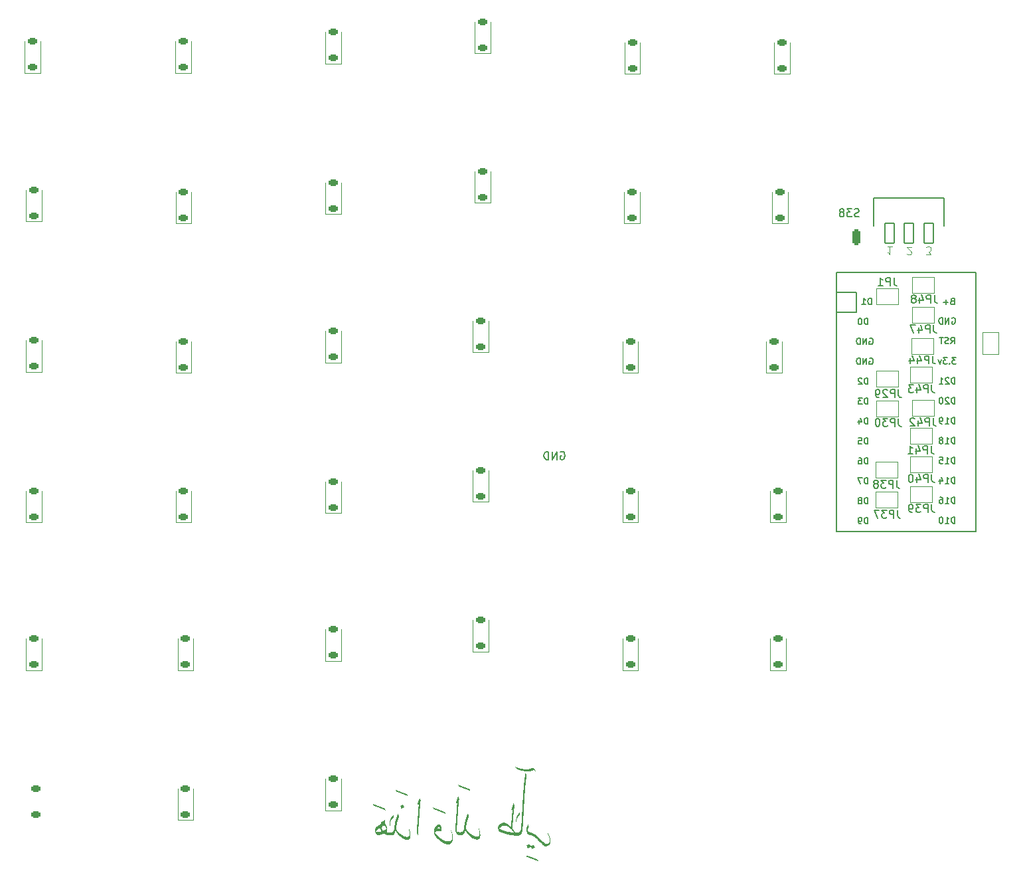
<source format=gbr>
%TF.GenerationSoftware,KiCad,Pcbnew,7.0.10*%
%TF.CreationDate,2024-03-21T17:03:09-05:00*%
%TF.ProjectId,Tair,54616972-2e6b-4696-9361-645f70636258,rev?*%
%TF.SameCoordinates,Original*%
%TF.FileFunction,Legend,Bot*%
%TF.FilePolarity,Positive*%
%FSLAX46Y46*%
G04 Gerber Fmt 4.6, Leading zero omitted, Abs format (unit mm)*
G04 Created by KiCad (PCBNEW 7.0.10) date 2024-03-21 17:03:09*
%MOMM*%
%LPD*%
G01*
G04 APERTURE LIST*
G04 Aperture macros list*
%AMRoundRect*
0 Rectangle with rounded corners*
0 $1 Rounding radius*
0 $2 $3 $4 $5 $6 $7 $8 $9 X,Y pos of 4 corners*
0 Add a 4 corners polygon primitive as box body*
4,1,4,$2,$3,$4,$5,$6,$7,$8,$9,$2,$3,0*
0 Add four circle primitives for the rounded corners*
1,1,$1+$1,$2,$3*
1,1,$1+$1,$4,$5*
1,1,$1+$1,$6,$7*
1,1,$1+$1,$8,$9*
0 Add four rect primitives between the rounded corners*
20,1,$1+$1,$2,$3,$4,$5,0*
20,1,$1+$1,$4,$5,$6,$7,0*
20,1,$1+$1,$6,$7,$8,$9,0*
20,1,$1+$1,$8,$9,$2,$3,0*%
%AMFreePoly0*
4,1,6,0.500000,-0.750000,-0.650000,-0.750000,-0.150000,0.000000,-0.650000,0.750000,0.500000,0.750000,0.500000,-0.750000,0.500000,-0.750000,$1*%
%AMFreePoly1*
4,1,6,1.000000,0.000000,0.500000,-0.750000,-0.500000,-0.750000,-0.500000,0.750000,0.500000,0.750000,1.000000,0.000000,1.000000,0.000000,$1*%
G04 Aperture macros list end*
%ADD10C,0.150000*%
%ADD11C,0.100000*%
%ADD12C,0.127000*%
%ADD13C,0.120000*%
%ADD14C,0.200000*%
%ADD15RoundRect,0.102000X-0.600000X-1.250000X0.600000X-1.250000X0.600000X1.250000X-0.600000X1.250000X0*%
%ADD16C,1.900000*%
%ADD17C,3.450000*%
%ADD18C,2.200000*%
%ADD19RoundRect,0.250000X0.250000X0.750000X-0.250000X0.750000X-0.250000X-0.750000X0.250000X-0.750000X0*%
%ADD20RoundRect,0.225000X0.375000X-0.225000X0.375000X0.225000X-0.375000X0.225000X-0.375000X-0.225000X0*%
%ADD21FreePoly0,270.000000*%
%ADD22FreePoly1,270.000000*%
%ADD23FreePoly1,180.000000*%
%ADD24FreePoly0,180.000000*%
%ADD25RoundRect,0.225000X0.432559X-0.064367X0.260351X0.351379X-0.432559X0.064367X-0.260351X-0.351379X0*%
%ADD26FreePoly0,0.000000*%
%ADD27FreePoly1,0.000000*%
%ADD28RoundRect,0.225000X0.424264X0.106066X0.106066X0.424264X-0.424264X-0.106066X-0.106066X-0.424264X0*%
%ADD29R,1.752600X1.752600*%
%ADD30C,1.752600*%
%ADD31RoundRect,0.225000X0.411690X-0.147518X0.323899X0.293836X-0.411690X0.147518X-0.323899X-0.293836X0*%
%ADD32C,1.000000*%
G04 APERTURE END LIST*
D10*
X119528637Y-94213860D02*
X119623875Y-94166241D01*
X119623875Y-94166241D02*
X119766732Y-94166241D01*
X119766732Y-94166241D02*
X119909589Y-94213860D01*
X119909589Y-94213860D02*
X120004827Y-94309098D01*
X120004827Y-94309098D02*
X120052446Y-94404336D01*
X120052446Y-94404336D02*
X120100065Y-94594812D01*
X120100065Y-94594812D02*
X120100065Y-94737669D01*
X120100065Y-94737669D02*
X120052446Y-94928145D01*
X120052446Y-94928145D02*
X120004827Y-95023383D01*
X120004827Y-95023383D02*
X119909589Y-95118622D01*
X119909589Y-95118622D02*
X119766732Y-95166241D01*
X119766732Y-95166241D02*
X119671494Y-95166241D01*
X119671494Y-95166241D02*
X119528637Y-95118622D01*
X119528637Y-95118622D02*
X119481018Y-95071002D01*
X119481018Y-95071002D02*
X119481018Y-94737669D01*
X119481018Y-94737669D02*
X119671494Y-94737669D01*
X119052446Y-95166241D02*
X119052446Y-94166241D01*
X119052446Y-94166241D02*
X118481018Y-95166241D01*
X118481018Y-95166241D02*
X118481018Y-94166241D01*
X118004827Y-95166241D02*
X118004827Y-94166241D01*
X118004827Y-94166241D02*
X117766732Y-94166241D01*
X117766732Y-94166241D02*
X117623875Y-94213860D01*
X117623875Y-94213860D02*
X117528637Y-94309098D01*
X117528637Y-94309098D02*
X117481018Y-94404336D01*
X117481018Y-94404336D02*
X117433399Y-94594812D01*
X117433399Y-94594812D02*
X117433399Y-94737669D01*
X117433399Y-94737669D02*
X117481018Y-94928145D01*
X117481018Y-94928145D02*
X117528637Y-95023383D01*
X117528637Y-95023383D02*
X117623875Y-95118622D01*
X117623875Y-95118622D02*
X117766732Y-95166241D01*
X117766732Y-95166241D02*
X118004827Y-95166241D01*
X157601734Y-64188051D02*
X157458772Y-64235704D01*
X157458772Y-64235704D02*
X157220503Y-64235704D01*
X157220503Y-64235704D02*
X157125195Y-64188051D01*
X157125195Y-64188051D02*
X157077541Y-64140397D01*
X157077541Y-64140397D02*
X157029887Y-64045089D01*
X157029887Y-64045089D02*
X157029887Y-63949781D01*
X157029887Y-63949781D02*
X157077541Y-63854473D01*
X157077541Y-63854473D02*
X157125195Y-63806819D01*
X157125195Y-63806819D02*
X157220503Y-63759165D01*
X157220503Y-63759165D02*
X157411118Y-63711511D01*
X157411118Y-63711511D02*
X157506426Y-63663858D01*
X157506426Y-63663858D02*
X157554080Y-63616204D01*
X157554080Y-63616204D02*
X157601734Y-63520896D01*
X157601734Y-63520896D02*
X157601734Y-63425588D01*
X157601734Y-63425588D02*
X157554080Y-63330280D01*
X157554080Y-63330280D02*
X157506426Y-63282626D01*
X157506426Y-63282626D02*
X157411118Y-63234972D01*
X157411118Y-63234972D02*
X157172849Y-63234972D01*
X157172849Y-63234972D02*
X157029887Y-63282626D01*
X156696310Y-63234972D02*
X156076809Y-63234972D01*
X156076809Y-63234972D02*
X156410386Y-63616204D01*
X156410386Y-63616204D02*
X156267425Y-63616204D01*
X156267425Y-63616204D02*
X156172117Y-63663858D01*
X156172117Y-63663858D02*
X156124463Y-63711511D01*
X156124463Y-63711511D02*
X156076809Y-63806819D01*
X156076809Y-63806819D02*
X156076809Y-64045089D01*
X156076809Y-64045089D02*
X156124463Y-64140397D01*
X156124463Y-64140397D02*
X156172117Y-64188051D01*
X156172117Y-64188051D02*
X156267425Y-64235704D01*
X156267425Y-64235704D02*
X156553348Y-64235704D01*
X156553348Y-64235704D02*
X156648656Y-64188051D01*
X156648656Y-64188051D02*
X156696310Y-64140397D01*
X155504962Y-63663858D02*
X155600270Y-63616204D01*
X155600270Y-63616204D02*
X155647924Y-63568550D01*
X155647924Y-63568550D02*
X155695578Y-63473242D01*
X155695578Y-63473242D02*
X155695578Y-63425588D01*
X155695578Y-63425588D02*
X155647924Y-63330280D01*
X155647924Y-63330280D02*
X155600270Y-63282626D01*
X155600270Y-63282626D02*
X155504962Y-63234972D01*
X155504962Y-63234972D02*
X155314347Y-63234972D01*
X155314347Y-63234972D02*
X155219039Y-63282626D01*
X155219039Y-63282626D02*
X155171385Y-63330280D01*
X155171385Y-63330280D02*
X155123731Y-63425588D01*
X155123731Y-63425588D02*
X155123731Y-63473242D01*
X155123731Y-63473242D02*
X155171385Y-63568550D01*
X155171385Y-63568550D02*
X155219039Y-63616204D01*
X155219039Y-63616204D02*
X155314347Y-63663858D01*
X155314347Y-63663858D02*
X155504962Y-63663858D01*
X155504962Y-63663858D02*
X155600270Y-63711511D01*
X155600270Y-63711511D02*
X155647924Y-63759165D01*
X155647924Y-63759165D02*
X155695578Y-63854473D01*
X155695578Y-63854473D02*
X155695578Y-64045089D01*
X155695578Y-64045089D02*
X155647924Y-64140397D01*
X155647924Y-64140397D02*
X155600270Y-64188051D01*
X155600270Y-64188051D02*
X155504962Y-64235704D01*
X155504962Y-64235704D02*
X155314347Y-64235704D01*
X155314347Y-64235704D02*
X155219039Y-64188051D01*
X155219039Y-64188051D02*
X155171385Y-64140397D01*
X155171385Y-64140397D02*
X155123731Y-64045089D01*
X155123731Y-64045089D02*
X155123731Y-63854473D01*
X155123731Y-63854473D02*
X155171385Y-63759165D01*
X155171385Y-63759165D02*
X155219039Y-63711511D01*
X155219039Y-63711511D02*
X155314347Y-63663858D01*
D11*
X163730998Y-68981164D02*
X163778617Y-69028783D01*
X163778617Y-69028783D02*
X163873855Y-69076402D01*
X163873855Y-69076402D02*
X164111950Y-69076402D01*
X164111950Y-69076402D02*
X164207188Y-69028783D01*
X164207188Y-69028783D02*
X164254807Y-68981164D01*
X164254807Y-68981164D02*
X164302426Y-68885926D01*
X164302426Y-68885926D02*
X164302426Y-68790688D01*
X164302426Y-68790688D02*
X164254807Y-68647831D01*
X164254807Y-68647831D02*
X163683379Y-68076402D01*
X163683379Y-68076402D02*
X164302426Y-68076402D01*
X166172579Y-69051002D02*
X166791626Y-69051002D01*
X166791626Y-69051002D02*
X166458293Y-68670050D01*
X166458293Y-68670050D02*
X166601150Y-68670050D01*
X166601150Y-68670050D02*
X166696388Y-68622431D01*
X166696388Y-68622431D02*
X166744007Y-68574812D01*
X166744007Y-68574812D02*
X166791626Y-68479574D01*
X166791626Y-68479574D02*
X166791626Y-68241479D01*
X166791626Y-68241479D02*
X166744007Y-68146241D01*
X166744007Y-68146241D02*
X166696388Y-68098622D01*
X166696388Y-68098622D02*
X166601150Y-68051002D01*
X166601150Y-68051002D02*
X166315436Y-68051002D01*
X166315436Y-68051002D02*
X166220198Y-68098622D01*
X166220198Y-68098622D02*
X166172579Y-68146241D01*
X161813226Y-68051002D02*
X161241798Y-68051002D01*
X161527512Y-68051002D02*
X161527512Y-69051002D01*
X161527512Y-69051002D02*
X161432274Y-68908145D01*
X161432274Y-68908145D02*
X161337036Y-68812907D01*
X161337036Y-68812907D02*
X161241798Y-68765288D01*
D10*
X162062066Y-72012241D02*
X162062066Y-72726526D01*
X162062066Y-72726526D02*
X162109685Y-72869383D01*
X162109685Y-72869383D02*
X162204923Y-72964622D01*
X162204923Y-72964622D02*
X162347780Y-73012241D01*
X162347780Y-73012241D02*
X162443018Y-73012241D01*
X161585875Y-73012241D02*
X161585875Y-72012241D01*
X161585875Y-72012241D02*
X161204923Y-72012241D01*
X161204923Y-72012241D02*
X161109685Y-72059860D01*
X161109685Y-72059860D02*
X161062066Y-72107479D01*
X161062066Y-72107479D02*
X161014447Y-72202717D01*
X161014447Y-72202717D02*
X161014447Y-72345574D01*
X161014447Y-72345574D02*
X161062066Y-72440812D01*
X161062066Y-72440812D02*
X161109685Y-72488431D01*
X161109685Y-72488431D02*
X161204923Y-72536050D01*
X161204923Y-72536050D02*
X161585875Y-72536050D01*
X160062066Y-73012241D02*
X160633494Y-73012241D01*
X160347780Y-73012241D02*
X160347780Y-72012241D01*
X160347780Y-72012241D02*
X160443018Y-72155098D01*
X160443018Y-72155098D02*
X160538256Y-72250336D01*
X160538256Y-72250336D02*
X160633494Y-72297955D01*
X166871062Y-100878530D02*
X166871062Y-101592815D01*
X166871062Y-101592815D02*
X166918681Y-101735672D01*
X166918681Y-101735672D02*
X167013919Y-101830911D01*
X167013919Y-101830911D02*
X167156776Y-101878530D01*
X167156776Y-101878530D02*
X167252014Y-101878530D01*
X166394871Y-101878530D02*
X166394871Y-100878530D01*
X166394871Y-100878530D02*
X166013919Y-100878530D01*
X166013919Y-100878530D02*
X165918681Y-100926149D01*
X165918681Y-100926149D02*
X165871062Y-100973768D01*
X165871062Y-100973768D02*
X165823443Y-101069006D01*
X165823443Y-101069006D02*
X165823443Y-101211863D01*
X165823443Y-101211863D02*
X165871062Y-101307101D01*
X165871062Y-101307101D02*
X165918681Y-101354720D01*
X165918681Y-101354720D02*
X166013919Y-101402339D01*
X166013919Y-101402339D02*
X166394871Y-101402339D01*
X165490109Y-100878530D02*
X164871062Y-100878530D01*
X164871062Y-100878530D02*
X165204395Y-101259482D01*
X165204395Y-101259482D02*
X165061538Y-101259482D01*
X165061538Y-101259482D02*
X164966300Y-101307101D01*
X164966300Y-101307101D02*
X164918681Y-101354720D01*
X164918681Y-101354720D02*
X164871062Y-101449958D01*
X164871062Y-101449958D02*
X164871062Y-101688053D01*
X164871062Y-101688053D02*
X164918681Y-101783291D01*
X164918681Y-101783291D02*
X164966300Y-101830911D01*
X164966300Y-101830911D02*
X165061538Y-101878530D01*
X165061538Y-101878530D02*
X165347252Y-101878530D01*
X165347252Y-101878530D02*
X165442490Y-101830911D01*
X165442490Y-101830911D02*
X165490109Y-101783291D01*
X164394871Y-101878530D02*
X164204395Y-101878530D01*
X164204395Y-101878530D02*
X164109157Y-101830911D01*
X164109157Y-101830911D02*
X164061538Y-101783291D01*
X164061538Y-101783291D02*
X163966300Y-101640434D01*
X163966300Y-101640434D02*
X163918681Y-101449958D01*
X163918681Y-101449958D02*
X163918681Y-101069006D01*
X163918681Y-101069006D02*
X163966300Y-100973768D01*
X163966300Y-100973768D02*
X164013919Y-100926149D01*
X164013919Y-100926149D02*
X164109157Y-100878530D01*
X164109157Y-100878530D02*
X164299633Y-100878530D01*
X164299633Y-100878530D02*
X164394871Y-100926149D01*
X164394871Y-100926149D02*
X164442490Y-100973768D01*
X164442490Y-100973768D02*
X164490109Y-101069006D01*
X164490109Y-101069006D02*
X164490109Y-101307101D01*
X164490109Y-101307101D02*
X164442490Y-101402339D01*
X164442490Y-101402339D02*
X164394871Y-101449958D01*
X164394871Y-101449958D02*
X164299633Y-101497577D01*
X164299633Y-101497577D02*
X164109157Y-101497577D01*
X164109157Y-101497577D02*
X164013919Y-101449958D01*
X164013919Y-101449958D02*
X163966300Y-101402339D01*
X163966300Y-101402339D02*
X163918681Y-101307101D01*
X162426062Y-97808530D02*
X162426062Y-98522815D01*
X162426062Y-98522815D02*
X162473681Y-98665672D01*
X162473681Y-98665672D02*
X162568919Y-98760911D01*
X162568919Y-98760911D02*
X162711776Y-98808530D01*
X162711776Y-98808530D02*
X162807014Y-98808530D01*
X161949871Y-98808530D02*
X161949871Y-97808530D01*
X161949871Y-97808530D02*
X161568919Y-97808530D01*
X161568919Y-97808530D02*
X161473681Y-97856149D01*
X161473681Y-97856149D02*
X161426062Y-97903768D01*
X161426062Y-97903768D02*
X161378443Y-97999006D01*
X161378443Y-97999006D02*
X161378443Y-98141863D01*
X161378443Y-98141863D02*
X161426062Y-98237101D01*
X161426062Y-98237101D02*
X161473681Y-98284720D01*
X161473681Y-98284720D02*
X161568919Y-98332339D01*
X161568919Y-98332339D02*
X161949871Y-98332339D01*
X161045109Y-97808530D02*
X160426062Y-97808530D01*
X160426062Y-97808530D02*
X160759395Y-98189482D01*
X160759395Y-98189482D02*
X160616538Y-98189482D01*
X160616538Y-98189482D02*
X160521300Y-98237101D01*
X160521300Y-98237101D02*
X160473681Y-98284720D01*
X160473681Y-98284720D02*
X160426062Y-98379958D01*
X160426062Y-98379958D02*
X160426062Y-98618053D01*
X160426062Y-98618053D02*
X160473681Y-98713291D01*
X160473681Y-98713291D02*
X160521300Y-98760911D01*
X160521300Y-98760911D02*
X160616538Y-98808530D01*
X160616538Y-98808530D02*
X160902252Y-98808530D01*
X160902252Y-98808530D02*
X160997490Y-98760911D01*
X160997490Y-98760911D02*
X161045109Y-98713291D01*
X159854633Y-98237101D02*
X159949871Y-98189482D01*
X159949871Y-98189482D02*
X159997490Y-98141863D01*
X159997490Y-98141863D02*
X160045109Y-98046625D01*
X160045109Y-98046625D02*
X160045109Y-97999006D01*
X160045109Y-97999006D02*
X159997490Y-97903768D01*
X159997490Y-97903768D02*
X159949871Y-97856149D01*
X159949871Y-97856149D02*
X159854633Y-97808530D01*
X159854633Y-97808530D02*
X159664157Y-97808530D01*
X159664157Y-97808530D02*
X159568919Y-97856149D01*
X159568919Y-97856149D02*
X159521300Y-97903768D01*
X159521300Y-97903768D02*
X159473681Y-97999006D01*
X159473681Y-97999006D02*
X159473681Y-98046625D01*
X159473681Y-98046625D02*
X159521300Y-98141863D01*
X159521300Y-98141863D02*
X159568919Y-98189482D01*
X159568919Y-98189482D02*
X159664157Y-98237101D01*
X159664157Y-98237101D02*
X159854633Y-98237101D01*
X159854633Y-98237101D02*
X159949871Y-98284720D01*
X159949871Y-98284720D02*
X159997490Y-98332339D01*
X159997490Y-98332339D02*
X160045109Y-98427577D01*
X160045109Y-98427577D02*
X160045109Y-98618053D01*
X160045109Y-98618053D02*
X159997490Y-98713291D01*
X159997490Y-98713291D02*
X159949871Y-98760911D01*
X159949871Y-98760911D02*
X159854633Y-98808530D01*
X159854633Y-98808530D02*
X159664157Y-98808530D01*
X159664157Y-98808530D02*
X159568919Y-98760911D01*
X159568919Y-98760911D02*
X159521300Y-98713291D01*
X159521300Y-98713291D02*
X159473681Y-98618053D01*
X159473681Y-98618053D02*
X159473681Y-98427577D01*
X159473681Y-98427577D02*
X159521300Y-98332339D01*
X159521300Y-98332339D02*
X159568919Y-98284720D01*
X159568919Y-98284720D02*
X159664157Y-98237101D01*
X158729208Y-77967717D02*
X158729208Y-77167717D01*
X158729208Y-77167717D02*
X158538732Y-77167717D01*
X158538732Y-77167717D02*
X158424446Y-77205812D01*
X158424446Y-77205812D02*
X158348256Y-77282002D01*
X158348256Y-77282002D02*
X158310161Y-77358193D01*
X158310161Y-77358193D02*
X158272065Y-77510574D01*
X158272065Y-77510574D02*
X158272065Y-77624860D01*
X158272065Y-77624860D02*
X158310161Y-77777241D01*
X158310161Y-77777241D02*
X158348256Y-77853431D01*
X158348256Y-77853431D02*
X158424446Y-77929622D01*
X158424446Y-77929622D02*
X158538732Y-77967717D01*
X158538732Y-77967717D02*
X158729208Y-77967717D01*
X157776827Y-77167717D02*
X157700637Y-77167717D01*
X157700637Y-77167717D02*
X157624446Y-77205812D01*
X157624446Y-77205812D02*
X157586351Y-77243907D01*
X157586351Y-77243907D02*
X157548256Y-77320098D01*
X157548256Y-77320098D02*
X157510161Y-77472479D01*
X157510161Y-77472479D02*
X157510161Y-77662955D01*
X157510161Y-77662955D02*
X157548256Y-77815336D01*
X157548256Y-77815336D02*
X157586351Y-77891526D01*
X157586351Y-77891526D02*
X157624446Y-77929622D01*
X157624446Y-77929622D02*
X157700637Y-77967717D01*
X157700637Y-77967717D02*
X157776827Y-77967717D01*
X157776827Y-77967717D02*
X157853018Y-77929622D01*
X157853018Y-77929622D02*
X157891113Y-77891526D01*
X157891113Y-77891526D02*
X157929208Y-77815336D01*
X157929208Y-77815336D02*
X157967304Y-77662955D01*
X157967304Y-77662955D02*
X157967304Y-77472479D01*
X157967304Y-77472479D02*
X157929208Y-77320098D01*
X157929208Y-77320098D02*
X157891113Y-77243907D01*
X157891113Y-77243907D02*
X157853018Y-77205812D01*
X157853018Y-77205812D02*
X157776827Y-77167717D01*
X169498828Y-75008669D02*
X169384542Y-75046764D01*
X169384542Y-75046764D02*
X169346447Y-75084860D01*
X169346447Y-75084860D02*
X169308351Y-75161050D01*
X169308351Y-75161050D02*
X169308351Y-75275336D01*
X169308351Y-75275336D02*
X169346447Y-75351526D01*
X169346447Y-75351526D02*
X169384542Y-75389622D01*
X169384542Y-75389622D02*
X169460732Y-75427717D01*
X169460732Y-75427717D02*
X169765494Y-75427717D01*
X169765494Y-75427717D02*
X169765494Y-74627717D01*
X169765494Y-74627717D02*
X169498828Y-74627717D01*
X169498828Y-74627717D02*
X169422637Y-74665812D01*
X169422637Y-74665812D02*
X169384542Y-74703907D01*
X169384542Y-74703907D02*
X169346447Y-74780098D01*
X169346447Y-74780098D02*
X169346447Y-74856288D01*
X169346447Y-74856288D02*
X169384542Y-74932479D01*
X169384542Y-74932479D02*
X169422637Y-74970574D01*
X169422637Y-74970574D02*
X169498828Y-75008669D01*
X169498828Y-75008669D02*
X169765494Y-75008669D01*
X168965494Y-75122955D02*
X168355971Y-75122955D01*
X168660732Y-75427717D02*
X168660732Y-74818193D01*
X169821161Y-95677717D02*
X169821161Y-94877717D01*
X169821161Y-94877717D02*
X169630685Y-94877717D01*
X169630685Y-94877717D02*
X169516399Y-94915812D01*
X169516399Y-94915812D02*
X169440209Y-94992002D01*
X169440209Y-94992002D02*
X169402114Y-95068193D01*
X169402114Y-95068193D02*
X169364018Y-95220574D01*
X169364018Y-95220574D02*
X169364018Y-95334860D01*
X169364018Y-95334860D02*
X169402114Y-95487241D01*
X169402114Y-95487241D02*
X169440209Y-95563431D01*
X169440209Y-95563431D02*
X169516399Y-95639622D01*
X169516399Y-95639622D02*
X169630685Y-95677717D01*
X169630685Y-95677717D02*
X169821161Y-95677717D01*
X168602114Y-95677717D02*
X169059257Y-95677717D01*
X168830685Y-95677717D02*
X168830685Y-94877717D01*
X168830685Y-94877717D02*
X168906876Y-94992002D01*
X168906876Y-94992002D02*
X168983066Y-95068193D01*
X168983066Y-95068193D02*
X169059257Y-95106288D01*
X167878304Y-94877717D02*
X168259256Y-94877717D01*
X168259256Y-94877717D02*
X168297352Y-95258669D01*
X168297352Y-95258669D02*
X168259256Y-95220574D01*
X168259256Y-95220574D02*
X168183066Y-95182479D01*
X168183066Y-95182479D02*
X167992590Y-95182479D01*
X167992590Y-95182479D02*
X167916399Y-95220574D01*
X167916399Y-95220574D02*
X167878304Y-95258669D01*
X167878304Y-95258669D02*
X167840209Y-95334860D01*
X167840209Y-95334860D02*
X167840209Y-95525336D01*
X167840209Y-95525336D02*
X167878304Y-95601526D01*
X167878304Y-95601526D02*
X167916399Y-95639622D01*
X167916399Y-95639622D02*
X167992590Y-95677717D01*
X167992590Y-95677717D02*
X168183066Y-95677717D01*
X168183066Y-95677717D02*
X168259256Y-95639622D01*
X168259256Y-95639622D02*
X168297352Y-95601526D01*
X159190208Y-75427717D02*
X159190208Y-74627717D01*
X159190208Y-74627717D02*
X158999732Y-74627717D01*
X158999732Y-74627717D02*
X158885446Y-74665812D01*
X158885446Y-74665812D02*
X158809256Y-74742002D01*
X158809256Y-74742002D02*
X158771161Y-74818193D01*
X158771161Y-74818193D02*
X158733065Y-74970574D01*
X158733065Y-74970574D02*
X158733065Y-75084860D01*
X158733065Y-75084860D02*
X158771161Y-75237241D01*
X158771161Y-75237241D02*
X158809256Y-75313431D01*
X158809256Y-75313431D02*
X158885446Y-75389622D01*
X158885446Y-75389622D02*
X158999732Y-75427717D01*
X158999732Y-75427717D02*
X159190208Y-75427717D01*
X157971161Y-75427717D02*
X158428304Y-75427717D01*
X158199732Y-75427717D02*
X158199732Y-74627717D01*
X158199732Y-74627717D02*
X158275923Y-74742002D01*
X158275923Y-74742002D02*
X158352113Y-74818193D01*
X158352113Y-74818193D02*
X158428304Y-74856288D01*
X169821161Y-85517717D02*
X169821161Y-84717717D01*
X169821161Y-84717717D02*
X169630685Y-84717717D01*
X169630685Y-84717717D02*
X169516399Y-84755812D01*
X169516399Y-84755812D02*
X169440209Y-84832002D01*
X169440209Y-84832002D02*
X169402114Y-84908193D01*
X169402114Y-84908193D02*
X169364018Y-85060574D01*
X169364018Y-85060574D02*
X169364018Y-85174860D01*
X169364018Y-85174860D02*
X169402114Y-85327241D01*
X169402114Y-85327241D02*
X169440209Y-85403431D01*
X169440209Y-85403431D02*
X169516399Y-85479622D01*
X169516399Y-85479622D02*
X169630685Y-85517717D01*
X169630685Y-85517717D02*
X169821161Y-85517717D01*
X169059257Y-84793907D02*
X169021161Y-84755812D01*
X169021161Y-84755812D02*
X168944971Y-84717717D01*
X168944971Y-84717717D02*
X168754495Y-84717717D01*
X168754495Y-84717717D02*
X168678304Y-84755812D01*
X168678304Y-84755812D02*
X168640209Y-84793907D01*
X168640209Y-84793907D02*
X168602114Y-84870098D01*
X168602114Y-84870098D02*
X168602114Y-84946288D01*
X168602114Y-84946288D02*
X168640209Y-85060574D01*
X168640209Y-85060574D02*
X169097352Y-85517717D01*
X169097352Y-85517717D02*
X168602114Y-85517717D01*
X167840209Y-85517717D02*
X168297352Y-85517717D01*
X168068780Y-85517717D02*
X168068780Y-84717717D01*
X168068780Y-84717717D02*
X168144971Y-84832002D01*
X168144971Y-84832002D02*
X168221161Y-84908193D01*
X168221161Y-84908193D02*
X168297352Y-84946288D01*
X169821161Y-88057717D02*
X169821161Y-87257717D01*
X169821161Y-87257717D02*
X169630685Y-87257717D01*
X169630685Y-87257717D02*
X169516399Y-87295812D01*
X169516399Y-87295812D02*
X169440209Y-87372002D01*
X169440209Y-87372002D02*
X169402114Y-87448193D01*
X169402114Y-87448193D02*
X169364018Y-87600574D01*
X169364018Y-87600574D02*
X169364018Y-87714860D01*
X169364018Y-87714860D02*
X169402114Y-87867241D01*
X169402114Y-87867241D02*
X169440209Y-87943431D01*
X169440209Y-87943431D02*
X169516399Y-88019622D01*
X169516399Y-88019622D02*
X169630685Y-88057717D01*
X169630685Y-88057717D02*
X169821161Y-88057717D01*
X169059257Y-87333907D02*
X169021161Y-87295812D01*
X169021161Y-87295812D02*
X168944971Y-87257717D01*
X168944971Y-87257717D02*
X168754495Y-87257717D01*
X168754495Y-87257717D02*
X168678304Y-87295812D01*
X168678304Y-87295812D02*
X168640209Y-87333907D01*
X168640209Y-87333907D02*
X168602114Y-87410098D01*
X168602114Y-87410098D02*
X168602114Y-87486288D01*
X168602114Y-87486288D02*
X168640209Y-87600574D01*
X168640209Y-87600574D02*
X169097352Y-88057717D01*
X169097352Y-88057717D02*
X168602114Y-88057717D01*
X168106875Y-87257717D02*
X168030685Y-87257717D01*
X168030685Y-87257717D02*
X167954494Y-87295812D01*
X167954494Y-87295812D02*
X167916399Y-87333907D01*
X167916399Y-87333907D02*
X167878304Y-87410098D01*
X167878304Y-87410098D02*
X167840209Y-87562479D01*
X167840209Y-87562479D02*
X167840209Y-87752955D01*
X167840209Y-87752955D02*
X167878304Y-87905336D01*
X167878304Y-87905336D02*
X167916399Y-87981526D01*
X167916399Y-87981526D02*
X167954494Y-88019622D01*
X167954494Y-88019622D02*
X168030685Y-88057717D01*
X168030685Y-88057717D02*
X168106875Y-88057717D01*
X168106875Y-88057717D02*
X168183066Y-88019622D01*
X168183066Y-88019622D02*
X168221161Y-87981526D01*
X168221161Y-87981526D02*
X168259256Y-87905336D01*
X168259256Y-87905336D02*
X168297352Y-87752955D01*
X168297352Y-87752955D02*
X168297352Y-87562479D01*
X168297352Y-87562479D02*
X168259256Y-87410098D01*
X168259256Y-87410098D02*
X168221161Y-87333907D01*
X168221161Y-87333907D02*
X168183066Y-87295812D01*
X168183066Y-87295812D02*
X168106875Y-87257717D01*
X158729208Y-103367717D02*
X158729208Y-102567717D01*
X158729208Y-102567717D02*
X158538732Y-102567717D01*
X158538732Y-102567717D02*
X158424446Y-102605812D01*
X158424446Y-102605812D02*
X158348256Y-102682002D01*
X158348256Y-102682002D02*
X158310161Y-102758193D01*
X158310161Y-102758193D02*
X158272065Y-102910574D01*
X158272065Y-102910574D02*
X158272065Y-103024860D01*
X158272065Y-103024860D02*
X158310161Y-103177241D01*
X158310161Y-103177241D02*
X158348256Y-103253431D01*
X158348256Y-103253431D02*
X158424446Y-103329622D01*
X158424446Y-103329622D02*
X158538732Y-103367717D01*
X158538732Y-103367717D02*
X158729208Y-103367717D01*
X157891113Y-103367717D02*
X157738732Y-103367717D01*
X157738732Y-103367717D02*
X157662542Y-103329622D01*
X157662542Y-103329622D02*
X157624446Y-103291526D01*
X157624446Y-103291526D02*
X157548256Y-103177241D01*
X157548256Y-103177241D02*
X157510161Y-103024860D01*
X157510161Y-103024860D02*
X157510161Y-102720098D01*
X157510161Y-102720098D02*
X157548256Y-102643907D01*
X157548256Y-102643907D02*
X157586351Y-102605812D01*
X157586351Y-102605812D02*
X157662542Y-102567717D01*
X157662542Y-102567717D02*
X157814923Y-102567717D01*
X157814923Y-102567717D02*
X157891113Y-102605812D01*
X157891113Y-102605812D02*
X157929208Y-102643907D01*
X157929208Y-102643907D02*
X157967304Y-102720098D01*
X157967304Y-102720098D02*
X157967304Y-102910574D01*
X157967304Y-102910574D02*
X157929208Y-102986764D01*
X157929208Y-102986764D02*
X157891113Y-103024860D01*
X157891113Y-103024860D02*
X157814923Y-103062955D01*
X157814923Y-103062955D02*
X157662542Y-103062955D01*
X157662542Y-103062955D02*
X157586351Y-103024860D01*
X157586351Y-103024860D02*
X157548256Y-102986764D01*
X157548256Y-102986764D02*
X157510161Y-102910574D01*
X158729208Y-100827717D02*
X158729208Y-100027717D01*
X158729208Y-100027717D02*
X158538732Y-100027717D01*
X158538732Y-100027717D02*
X158424446Y-100065812D01*
X158424446Y-100065812D02*
X158348256Y-100142002D01*
X158348256Y-100142002D02*
X158310161Y-100218193D01*
X158310161Y-100218193D02*
X158272065Y-100370574D01*
X158272065Y-100370574D02*
X158272065Y-100484860D01*
X158272065Y-100484860D02*
X158310161Y-100637241D01*
X158310161Y-100637241D02*
X158348256Y-100713431D01*
X158348256Y-100713431D02*
X158424446Y-100789622D01*
X158424446Y-100789622D02*
X158538732Y-100827717D01*
X158538732Y-100827717D02*
X158729208Y-100827717D01*
X157814923Y-100370574D02*
X157891113Y-100332479D01*
X157891113Y-100332479D02*
X157929208Y-100294383D01*
X157929208Y-100294383D02*
X157967304Y-100218193D01*
X157967304Y-100218193D02*
X157967304Y-100180098D01*
X157967304Y-100180098D02*
X157929208Y-100103907D01*
X157929208Y-100103907D02*
X157891113Y-100065812D01*
X157891113Y-100065812D02*
X157814923Y-100027717D01*
X157814923Y-100027717D02*
X157662542Y-100027717D01*
X157662542Y-100027717D02*
X157586351Y-100065812D01*
X157586351Y-100065812D02*
X157548256Y-100103907D01*
X157548256Y-100103907D02*
X157510161Y-100180098D01*
X157510161Y-100180098D02*
X157510161Y-100218193D01*
X157510161Y-100218193D02*
X157548256Y-100294383D01*
X157548256Y-100294383D02*
X157586351Y-100332479D01*
X157586351Y-100332479D02*
X157662542Y-100370574D01*
X157662542Y-100370574D02*
X157814923Y-100370574D01*
X157814923Y-100370574D02*
X157891113Y-100408669D01*
X157891113Y-100408669D02*
X157929208Y-100446764D01*
X157929208Y-100446764D02*
X157967304Y-100522955D01*
X157967304Y-100522955D02*
X157967304Y-100675336D01*
X157967304Y-100675336D02*
X157929208Y-100751526D01*
X157929208Y-100751526D02*
X157891113Y-100789622D01*
X157891113Y-100789622D02*
X157814923Y-100827717D01*
X157814923Y-100827717D02*
X157662542Y-100827717D01*
X157662542Y-100827717D02*
X157586351Y-100789622D01*
X157586351Y-100789622D02*
X157548256Y-100751526D01*
X157548256Y-100751526D02*
X157510161Y-100675336D01*
X157510161Y-100675336D02*
X157510161Y-100522955D01*
X157510161Y-100522955D02*
X157548256Y-100446764D01*
X157548256Y-100446764D02*
X157586351Y-100408669D01*
X157586351Y-100408669D02*
X157662542Y-100370574D01*
X169459256Y-77135812D02*
X169535446Y-77097717D01*
X169535446Y-77097717D02*
X169649732Y-77097717D01*
X169649732Y-77097717D02*
X169764018Y-77135812D01*
X169764018Y-77135812D02*
X169840208Y-77212002D01*
X169840208Y-77212002D02*
X169878303Y-77288193D01*
X169878303Y-77288193D02*
X169916399Y-77440574D01*
X169916399Y-77440574D02*
X169916399Y-77554860D01*
X169916399Y-77554860D02*
X169878303Y-77707241D01*
X169878303Y-77707241D02*
X169840208Y-77783431D01*
X169840208Y-77783431D02*
X169764018Y-77859622D01*
X169764018Y-77859622D02*
X169649732Y-77897717D01*
X169649732Y-77897717D02*
X169573541Y-77897717D01*
X169573541Y-77897717D02*
X169459256Y-77859622D01*
X169459256Y-77859622D02*
X169421160Y-77821526D01*
X169421160Y-77821526D02*
X169421160Y-77554860D01*
X169421160Y-77554860D02*
X169573541Y-77554860D01*
X169078303Y-77897717D02*
X169078303Y-77097717D01*
X169078303Y-77097717D02*
X168621160Y-77897717D01*
X168621160Y-77897717D02*
X168621160Y-77097717D01*
X168240208Y-77897717D02*
X168240208Y-77097717D01*
X168240208Y-77097717D02*
X168049732Y-77097717D01*
X168049732Y-77097717D02*
X167935446Y-77135812D01*
X167935446Y-77135812D02*
X167859256Y-77212002D01*
X167859256Y-77212002D02*
X167821161Y-77288193D01*
X167821161Y-77288193D02*
X167783065Y-77440574D01*
X167783065Y-77440574D02*
X167783065Y-77554860D01*
X167783065Y-77554860D02*
X167821161Y-77707241D01*
X167821161Y-77707241D02*
X167859256Y-77783431D01*
X167859256Y-77783431D02*
X167935446Y-77859622D01*
X167935446Y-77859622D02*
X168049732Y-77897717D01*
X168049732Y-77897717D02*
X168240208Y-77897717D01*
X169821161Y-93137717D02*
X169821161Y-92337717D01*
X169821161Y-92337717D02*
X169630685Y-92337717D01*
X169630685Y-92337717D02*
X169516399Y-92375812D01*
X169516399Y-92375812D02*
X169440209Y-92452002D01*
X169440209Y-92452002D02*
X169402114Y-92528193D01*
X169402114Y-92528193D02*
X169364018Y-92680574D01*
X169364018Y-92680574D02*
X169364018Y-92794860D01*
X169364018Y-92794860D02*
X169402114Y-92947241D01*
X169402114Y-92947241D02*
X169440209Y-93023431D01*
X169440209Y-93023431D02*
X169516399Y-93099622D01*
X169516399Y-93099622D02*
X169630685Y-93137717D01*
X169630685Y-93137717D02*
X169821161Y-93137717D01*
X168602114Y-93137717D02*
X169059257Y-93137717D01*
X168830685Y-93137717D02*
X168830685Y-92337717D01*
X168830685Y-92337717D02*
X168906876Y-92452002D01*
X168906876Y-92452002D02*
X168983066Y-92528193D01*
X168983066Y-92528193D02*
X169059257Y-92566288D01*
X168144971Y-92680574D02*
X168221161Y-92642479D01*
X168221161Y-92642479D02*
X168259256Y-92604383D01*
X168259256Y-92604383D02*
X168297352Y-92528193D01*
X168297352Y-92528193D02*
X168297352Y-92490098D01*
X168297352Y-92490098D02*
X168259256Y-92413907D01*
X168259256Y-92413907D02*
X168221161Y-92375812D01*
X168221161Y-92375812D02*
X168144971Y-92337717D01*
X168144971Y-92337717D02*
X167992590Y-92337717D01*
X167992590Y-92337717D02*
X167916399Y-92375812D01*
X167916399Y-92375812D02*
X167878304Y-92413907D01*
X167878304Y-92413907D02*
X167840209Y-92490098D01*
X167840209Y-92490098D02*
X167840209Y-92528193D01*
X167840209Y-92528193D02*
X167878304Y-92604383D01*
X167878304Y-92604383D02*
X167916399Y-92642479D01*
X167916399Y-92642479D02*
X167992590Y-92680574D01*
X167992590Y-92680574D02*
X168144971Y-92680574D01*
X168144971Y-92680574D02*
X168221161Y-92718669D01*
X168221161Y-92718669D02*
X168259256Y-92756764D01*
X168259256Y-92756764D02*
X168297352Y-92832955D01*
X168297352Y-92832955D02*
X168297352Y-92985336D01*
X168297352Y-92985336D02*
X168259256Y-93061526D01*
X168259256Y-93061526D02*
X168221161Y-93099622D01*
X168221161Y-93099622D02*
X168144971Y-93137717D01*
X168144971Y-93137717D02*
X167992590Y-93137717D01*
X167992590Y-93137717D02*
X167916399Y-93099622D01*
X167916399Y-93099622D02*
X167878304Y-93061526D01*
X167878304Y-93061526D02*
X167840209Y-92985336D01*
X167840209Y-92985336D02*
X167840209Y-92832955D01*
X167840209Y-92832955D02*
X167878304Y-92756764D01*
X167878304Y-92756764D02*
X167916399Y-92718669D01*
X167916399Y-92718669D02*
X167992590Y-92680574D01*
X158729208Y-85587717D02*
X158729208Y-84787717D01*
X158729208Y-84787717D02*
X158538732Y-84787717D01*
X158538732Y-84787717D02*
X158424446Y-84825812D01*
X158424446Y-84825812D02*
X158348256Y-84902002D01*
X158348256Y-84902002D02*
X158310161Y-84978193D01*
X158310161Y-84978193D02*
X158272065Y-85130574D01*
X158272065Y-85130574D02*
X158272065Y-85244860D01*
X158272065Y-85244860D02*
X158310161Y-85397241D01*
X158310161Y-85397241D02*
X158348256Y-85473431D01*
X158348256Y-85473431D02*
X158424446Y-85549622D01*
X158424446Y-85549622D02*
X158538732Y-85587717D01*
X158538732Y-85587717D02*
X158729208Y-85587717D01*
X157967304Y-84863907D02*
X157929208Y-84825812D01*
X157929208Y-84825812D02*
X157853018Y-84787717D01*
X157853018Y-84787717D02*
X157662542Y-84787717D01*
X157662542Y-84787717D02*
X157586351Y-84825812D01*
X157586351Y-84825812D02*
X157548256Y-84863907D01*
X157548256Y-84863907D02*
X157510161Y-84940098D01*
X157510161Y-84940098D02*
X157510161Y-85016288D01*
X157510161Y-85016288D02*
X157548256Y-85130574D01*
X157548256Y-85130574D02*
X158005399Y-85587717D01*
X158005399Y-85587717D02*
X157510161Y-85587717D01*
X158729208Y-88127717D02*
X158729208Y-87327717D01*
X158729208Y-87327717D02*
X158538732Y-87327717D01*
X158538732Y-87327717D02*
X158424446Y-87365812D01*
X158424446Y-87365812D02*
X158348256Y-87442002D01*
X158348256Y-87442002D02*
X158310161Y-87518193D01*
X158310161Y-87518193D02*
X158272065Y-87670574D01*
X158272065Y-87670574D02*
X158272065Y-87784860D01*
X158272065Y-87784860D02*
X158310161Y-87937241D01*
X158310161Y-87937241D02*
X158348256Y-88013431D01*
X158348256Y-88013431D02*
X158424446Y-88089622D01*
X158424446Y-88089622D02*
X158538732Y-88127717D01*
X158538732Y-88127717D02*
X158729208Y-88127717D01*
X158005399Y-87327717D02*
X157510161Y-87327717D01*
X157510161Y-87327717D02*
X157776827Y-87632479D01*
X157776827Y-87632479D02*
X157662542Y-87632479D01*
X157662542Y-87632479D02*
X157586351Y-87670574D01*
X157586351Y-87670574D02*
X157548256Y-87708669D01*
X157548256Y-87708669D02*
X157510161Y-87784860D01*
X157510161Y-87784860D02*
X157510161Y-87975336D01*
X157510161Y-87975336D02*
X157548256Y-88051526D01*
X157548256Y-88051526D02*
X157586351Y-88089622D01*
X157586351Y-88089622D02*
X157662542Y-88127717D01*
X157662542Y-88127717D02*
X157891113Y-88127717D01*
X157891113Y-88127717D02*
X157967304Y-88089622D01*
X157967304Y-88089622D02*
X158005399Y-88051526D01*
X169992590Y-82177717D02*
X169497352Y-82177717D01*
X169497352Y-82177717D02*
X169764018Y-82482479D01*
X169764018Y-82482479D02*
X169649733Y-82482479D01*
X169649733Y-82482479D02*
X169573542Y-82520574D01*
X169573542Y-82520574D02*
X169535447Y-82558669D01*
X169535447Y-82558669D02*
X169497352Y-82634860D01*
X169497352Y-82634860D02*
X169497352Y-82825336D01*
X169497352Y-82825336D02*
X169535447Y-82901526D01*
X169535447Y-82901526D02*
X169573542Y-82939622D01*
X169573542Y-82939622D02*
X169649733Y-82977717D01*
X169649733Y-82977717D02*
X169878304Y-82977717D01*
X169878304Y-82977717D02*
X169954495Y-82939622D01*
X169954495Y-82939622D02*
X169992590Y-82901526D01*
X169154494Y-82901526D02*
X169116399Y-82939622D01*
X169116399Y-82939622D02*
X169154494Y-82977717D01*
X169154494Y-82977717D02*
X169192590Y-82939622D01*
X169192590Y-82939622D02*
X169154494Y-82901526D01*
X169154494Y-82901526D02*
X169154494Y-82977717D01*
X168849733Y-82177717D02*
X168354495Y-82177717D01*
X168354495Y-82177717D02*
X168621161Y-82482479D01*
X168621161Y-82482479D02*
X168506876Y-82482479D01*
X168506876Y-82482479D02*
X168430685Y-82520574D01*
X168430685Y-82520574D02*
X168392590Y-82558669D01*
X168392590Y-82558669D02*
X168354495Y-82634860D01*
X168354495Y-82634860D02*
X168354495Y-82825336D01*
X168354495Y-82825336D02*
X168392590Y-82901526D01*
X168392590Y-82901526D02*
X168430685Y-82939622D01*
X168430685Y-82939622D02*
X168506876Y-82977717D01*
X168506876Y-82977717D02*
X168735447Y-82977717D01*
X168735447Y-82977717D02*
X168811638Y-82939622D01*
X168811638Y-82939622D02*
X168849733Y-82901526D01*
X168087828Y-82444383D02*
X167897352Y-82977717D01*
X167897352Y-82977717D02*
X167706875Y-82444383D01*
X158959256Y-82285812D02*
X159035446Y-82247717D01*
X159035446Y-82247717D02*
X159149732Y-82247717D01*
X159149732Y-82247717D02*
X159264018Y-82285812D01*
X159264018Y-82285812D02*
X159340208Y-82362002D01*
X159340208Y-82362002D02*
X159378303Y-82438193D01*
X159378303Y-82438193D02*
X159416399Y-82590574D01*
X159416399Y-82590574D02*
X159416399Y-82704860D01*
X159416399Y-82704860D02*
X159378303Y-82857241D01*
X159378303Y-82857241D02*
X159340208Y-82933431D01*
X159340208Y-82933431D02*
X159264018Y-83009622D01*
X159264018Y-83009622D02*
X159149732Y-83047717D01*
X159149732Y-83047717D02*
X159073541Y-83047717D01*
X159073541Y-83047717D02*
X158959256Y-83009622D01*
X158959256Y-83009622D02*
X158921160Y-82971526D01*
X158921160Y-82971526D02*
X158921160Y-82704860D01*
X158921160Y-82704860D02*
X159073541Y-82704860D01*
X158578303Y-83047717D02*
X158578303Y-82247717D01*
X158578303Y-82247717D02*
X158121160Y-83047717D01*
X158121160Y-83047717D02*
X158121160Y-82247717D01*
X157740208Y-83047717D02*
X157740208Y-82247717D01*
X157740208Y-82247717D02*
X157549732Y-82247717D01*
X157549732Y-82247717D02*
X157435446Y-82285812D01*
X157435446Y-82285812D02*
X157359256Y-82362002D01*
X157359256Y-82362002D02*
X157321161Y-82438193D01*
X157321161Y-82438193D02*
X157283065Y-82590574D01*
X157283065Y-82590574D02*
X157283065Y-82704860D01*
X157283065Y-82704860D02*
X157321161Y-82857241D01*
X157321161Y-82857241D02*
X157359256Y-82933431D01*
X157359256Y-82933431D02*
X157435446Y-83009622D01*
X157435446Y-83009622D02*
X157549732Y-83047717D01*
X157549732Y-83047717D02*
X157740208Y-83047717D01*
X169821161Y-98217717D02*
X169821161Y-97417717D01*
X169821161Y-97417717D02*
X169630685Y-97417717D01*
X169630685Y-97417717D02*
X169516399Y-97455812D01*
X169516399Y-97455812D02*
X169440209Y-97532002D01*
X169440209Y-97532002D02*
X169402114Y-97608193D01*
X169402114Y-97608193D02*
X169364018Y-97760574D01*
X169364018Y-97760574D02*
X169364018Y-97874860D01*
X169364018Y-97874860D02*
X169402114Y-98027241D01*
X169402114Y-98027241D02*
X169440209Y-98103431D01*
X169440209Y-98103431D02*
X169516399Y-98179622D01*
X169516399Y-98179622D02*
X169630685Y-98217717D01*
X169630685Y-98217717D02*
X169821161Y-98217717D01*
X168602114Y-98217717D02*
X169059257Y-98217717D01*
X168830685Y-98217717D02*
X168830685Y-97417717D01*
X168830685Y-97417717D02*
X168906876Y-97532002D01*
X168906876Y-97532002D02*
X168983066Y-97608193D01*
X168983066Y-97608193D02*
X169059257Y-97646288D01*
X167916399Y-97684383D02*
X167916399Y-98217717D01*
X168106875Y-97379622D02*
X168297352Y-97951050D01*
X168297352Y-97951050D02*
X167802113Y-97951050D01*
X169821161Y-100757717D02*
X169821161Y-99957717D01*
X169821161Y-99957717D02*
X169630685Y-99957717D01*
X169630685Y-99957717D02*
X169516399Y-99995812D01*
X169516399Y-99995812D02*
X169440209Y-100072002D01*
X169440209Y-100072002D02*
X169402114Y-100148193D01*
X169402114Y-100148193D02*
X169364018Y-100300574D01*
X169364018Y-100300574D02*
X169364018Y-100414860D01*
X169364018Y-100414860D02*
X169402114Y-100567241D01*
X169402114Y-100567241D02*
X169440209Y-100643431D01*
X169440209Y-100643431D02*
X169516399Y-100719622D01*
X169516399Y-100719622D02*
X169630685Y-100757717D01*
X169630685Y-100757717D02*
X169821161Y-100757717D01*
X168602114Y-100757717D02*
X169059257Y-100757717D01*
X168830685Y-100757717D02*
X168830685Y-99957717D01*
X168830685Y-99957717D02*
X168906876Y-100072002D01*
X168906876Y-100072002D02*
X168983066Y-100148193D01*
X168983066Y-100148193D02*
X169059257Y-100186288D01*
X167916399Y-99957717D02*
X168068780Y-99957717D01*
X168068780Y-99957717D02*
X168144971Y-99995812D01*
X168144971Y-99995812D02*
X168183066Y-100033907D01*
X168183066Y-100033907D02*
X168259256Y-100148193D01*
X168259256Y-100148193D02*
X168297352Y-100300574D01*
X168297352Y-100300574D02*
X168297352Y-100605336D01*
X168297352Y-100605336D02*
X168259256Y-100681526D01*
X168259256Y-100681526D02*
X168221161Y-100719622D01*
X168221161Y-100719622D02*
X168144971Y-100757717D01*
X168144971Y-100757717D02*
X167992590Y-100757717D01*
X167992590Y-100757717D02*
X167916399Y-100719622D01*
X167916399Y-100719622D02*
X167878304Y-100681526D01*
X167878304Y-100681526D02*
X167840209Y-100605336D01*
X167840209Y-100605336D02*
X167840209Y-100414860D01*
X167840209Y-100414860D02*
X167878304Y-100338669D01*
X167878304Y-100338669D02*
X167916399Y-100300574D01*
X167916399Y-100300574D02*
X167992590Y-100262479D01*
X167992590Y-100262479D02*
X168144971Y-100262479D01*
X168144971Y-100262479D02*
X168221161Y-100300574D01*
X168221161Y-100300574D02*
X168259256Y-100338669D01*
X168259256Y-100338669D02*
X168297352Y-100414860D01*
X158729208Y-95747717D02*
X158729208Y-94947717D01*
X158729208Y-94947717D02*
X158538732Y-94947717D01*
X158538732Y-94947717D02*
X158424446Y-94985812D01*
X158424446Y-94985812D02*
X158348256Y-95062002D01*
X158348256Y-95062002D02*
X158310161Y-95138193D01*
X158310161Y-95138193D02*
X158272065Y-95290574D01*
X158272065Y-95290574D02*
X158272065Y-95404860D01*
X158272065Y-95404860D02*
X158310161Y-95557241D01*
X158310161Y-95557241D02*
X158348256Y-95633431D01*
X158348256Y-95633431D02*
X158424446Y-95709622D01*
X158424446Y-95709622D02*
X158538732Y-95747717D01*
X158538732Y-95747717D02*
X158729208Y-95747717D01*
X157586351Y-94947717D02*
X157738732Y-94947717D01*
X157738732Y-94947717D02*
X157814923Y-94985812D01*
X157814923Y-94985812D02*
X157853018Y-95023907D01*
X157853018Y-95023907D02*
X157929208Y-95138193D01*
X157929208Y-95138193D02*
X157967304Y-95290574D01*
X157967304Y-95290574D02*
X157967304Y-95595336D01*
X157967304Y-95595336D02*
X157929208Y-95671526D01*
X157929208Y-95671526D02*
X157891113Y-95709622D01*
X157891113Y-95709622D02*
X157814923Y-95747717D01*
X157814923Y-95747717D02*
X157662542Y-95747717D01*
X157662542Y-95747717D02*
X157586351Y-95709622D01*
X157586351Y-95709622D02*
X157548256Y-95671526D01*
X157548256Y-95671526D02*
X157510161Y-95595336D01*
X157510161Y-95595336D02*
X157510161Y-95404860D01*
X157510161Y-95404860D02*
X157548256Y-95328669D01*
X157548256Y-95328669D02*
X157586351Y-95290574D01*
X157586351Y-95290574D02*
X157662542Y-95252479D01*
X157662542Y-95252479D02*
X157814923Y-95252479D01*
X157814923Y-95252479D02*
X157891113Y-95290574D01*
X157891113Y-95290574D02*
X157929208Y-95328669D01*
X157929208Y-95328669D02*
X157967304Y-95404860D01*
X158959256Y-79745812D02*
X159035446Y-79707717D01*
X159035446Y-79707717D02*
X159149732Y-79707717D01*
X159149732Y-79707717D02*
X159264018Y-79745812D01*
X159264018Y-79745812D02*
X159340208Y-79822002D01*
X159340208Y-79822002D02*
X159378303Y-79898193D01*
X159378303Y-79898193D02*
X159416399Y-80050574D01*
X159416399Y-80050574D02*
X159416399Y-80164860D01*
X159416399Y-80164860D02*
X159378303Y-80317241D01*
X159378303Y-80317241D02*
X159340208Y-80393431D01*
X159340208Y-80393431D02*
X159264018Y-80469622D01*
X159264018Y-80469622D02*
X159149732Y-80507717D01*
X159149732Y-80507717D02*
X159073541Y-80507717D01*
X159073541Y-80507717D02*
X158959256Y-80469622D01*
X158959256Y-80469622D02*
X158921160Y-80431526D01*
X158921160Y-80431526D02*
X158921160Y-80164860D01*
X158921160Y-80164860D02*
X159073541Y-80164860D01*
X158578303Y-80507717D02*
X158578303Y-79707717D01*
X158578303Y-79707717D02*
X158121160Y-80507717D01*
X158121160Y-80507717D02*
X158121160Y-79707717D01*
X157740208Y-80507717D02*
X157740208Y-79707717D01*
X157740208Y-79707717D02*
X157549732Y-79707717D01*
X157549732Y-79707717D02*
X157435446Y-79745812D01*
X157435446Y-79745812D02*
X157359256Y-79822002D01*
X157359256Y-79822002D02*
X157321161Y-79898193D01*
X157321161Y-79898193D02*
X157283065Y-80050574D01*
X157283065Y-80050574D02*
X157283065Y-80164860D01*
X157283065Y-80164860D02*
X157321161Y-80317241D01*
X157321161Y-80317241D02*
X157359256Y-80393431D01*
X157359256Y-80393431D02*
X157435446Y-80469622D01*
X157435446Y-80469622D02*
X157549732Y-80507717D01*
X157549732Y-80507717D02*
X157740208Y-80507717D01*
X169821161Y-103297717D02*
X169821161Y-102497717D01*
X169821161Y-102497717D02*
X169630685Y-102497717D01*
X169630685Y-102497717D02*
X169516399Y-102535812D01*
X169516399Y-102535812D02*
X169440209Y-102612002D01*
X169440209Y-102612002D02*
X169402114Y-102688193D01*
X169402114Y-102688193D02*
X169364018Y-102840574D01*
X169364018Y-102840574D02*
X169364018Y-102954860D01*
X169364018Y-102954860D02*
X169402114Y-103107241D01*
X169402114Y-103107241D02*
X169440209Y-103183431D01*
X169440209Y-103183431D02*
X169516399Y-103259622D01*
X169516399Y-103259622D02*
X169630685Y-103297717D01*
X169630685Y-103297717D02*
X169821161Y-103297717D01*
X168602114Y-103297717D02*
X169059257Y-103297717D01*
X168830685Y-103297717D02*
X168830685Y-102497717D01*
X168830685Y-102497717D02*
X168906876Y-102612002D01*
X168906876Y-102612002D02*
X168983066Y-102688193D01*
X168983066Y-102688193D02*
X169059257Y-102726288D01*
X168106875Y-102497717D02*
X168030685Y-102497717D01*
X168030685Y-102497717D02*
X167954494Y-102535812D01*
X167954494Y-102535812D02*
X167916399Y-102573907D01*
X167916399Y-102573907D02*
X167878304Y-102650098D01*
X167878304Y-102650098D02*
X167840209Y-102802479D01*
X167840209Y-102802479D02*
X167840209Y-102992955D01*
X167840209Y-102992955D02*
X167878304Y-103145336D01*
X167878304Y-103145336D02*
X167916399Y-103221526D01*
X167916399Y-103221526D02*
X167954494Y-103259622D01*
X167954494Y-103259622D02*
X168030685Y-103297717D01*
X168030685Y-103297717D02*
X168106875Y-103297717D01*
X168106875Y-103297717D02*
X168183066Y-103259622D01*
X168183066Y-103259622D02*
X168221161Y-103221526D01*
X168221161Y-103221526D02*
X168259256Y-103145336D01*
X168259256Y-103145336D02*
X168297352Y-102992955D01*
X168297352Y-102992955D02*
X168297352Y-102802479D01*
X168297352Y-102802479D02*
X168259256Y-102650098D01*
X168259256Y-102650098D02*
X168221161Y-102573907D01*
X168221161Y-102573907D02*
X168183066Y-102535812D01*
X168183066Y-102535812D02*
X168106875Y-102497717D01*
X158729208Y-98287717D02*
X158729208Y-97487717D01*
X158729208Y-97487717D02*
X158538732Y-97487717D01*
X158538732Y-97487717D02*
X158424446Y-97525812D01*
X158424446Y-97525812D02*
X158348256Y-97602002D01*
X158348256Y-97602002D02*
X158310161Y-97678193D01*
X158310161Y-97678193D02*
X158272065Y-97830574D01*
X158272065Y-97830574D02*
X158272065Y-97944860D01*
X158272065Y-97944860D02*
X158310161Y-98097241D01*
X158310161Y-98097241D02*
X158348256Y-98173431D01*
X158348256Y-98173431D02*
X158424446Y-98249622D01*
X158424446Y-98249622D02*
X158538732Y-98287717D01*
X158538732Y-98287717D02*
X158729208Y-98287717D01*
X158005399Y-97487717D02*
X157472065Y-97487717D01*
X157472065Y-97487717D02*
X157814923Y-98287717D01*
X169821161Y-90597717D02*
X169821161Y-89797717D01*
X169821161Y-89797717D02*
X169630685Y-89797717D01*
X169630685Y-89797717D02*
X169516399Y-89835812D01*
X169516399Y-89835812D02*
X169440209Y-89912002D01*
X169440209Y-89912002D02*
X169402114Y-89988193D01*
X169402114Y-89988193D02*
X169364018Y-90140574D01*
X169364018Y-90140574D02*
X169364018Y-90254860D01*
X169364018Y-90254860D02*
X169402114Y-90407241D01*
X169402114Y-90407241D02*
X169440209Y-90483431D01*
X169440209Y-90483431D02*
X169516399Y-90559622D01*
X169516399Y-90559622D02*
X169630685Y-90597717D01*
X169630685Y-90597717D02*
X169821161Y-90597717D01*
X168602114Y-90597717D02*
X169059257Y-90597717D01*
X168830685Y-90597717D02*
X168830685Y-89797717D01*
X168830685Y-89797717D02*
X168906876Y-89912002D01*
X168906876Y-89912002D02*
X168983066Y-89988193D01*
X168983066Y-89988193D02*
X169059257Y-90026288D01*
X168221161Y-90597717D02*
X168068780Y-90597717D01*
X168068780Y-90597717D02*
X167992590Y-90559622D01*
X167992590Y-90559622D02*
X167954494Y-90521526D01*
X167954494Y-90521526D02*
X167878304Y-90407241D01*
X167878304Y-90407241D02*
X167840209Y-90254860D01*
X167840209Y-90254860D02*
X167840209Y-89950098D01*
X167840209Y-89950098D02*
X167878304Y-89873907D01*
X167878304Y-89873907D02*
X167916399Y-89835812D01*
X167916399Y-89835812D02*
X167992590Y-89797717D01*
X167992590Y-89797717D02*
X168144971Y-89797717D01*
X168144971Y-89797717D02*
X168221161Y-89835812D01*
X168221161Y-89835812D02*
X168259256Y-89873907D01*
X168259256Y-89873907D02*
X168297352Y-89950098D01*
X168297352Y-89950098D02*
X168297352Y-90140574D01*
X168297352Y-90140574D02*
X168259256Y-90216764D01*
X168259256Y-90216764D02*
X168221161Y-90254860D01*
X168221161Y-90254860D02*
X168144971Y-90292955D01*
X168144971Y-90292955D02*
X167992590Y-90292955D01*
X167992590Y-90292955D02*
X167916399Y-90254860D01*
X167916399Y-90254860D02*
X167878304Y-90216764D01*
X167878304Y-90216764D02*
X167840209Y-90140574D01*
X158729208Y-93207717D02*
X158729208Y-92407717D01*
X158729208Y-92407717D02*
X158538732Y-92407717D01*
X158538732Y-92407717D02*
X158424446Y-92445812D01*
X158424446Y-92445812D02*
X158348256Y-92522002D01*
X158348256Y-92522002D02*
X158310161Y-92598193D01*
X158310161Y-92598193D02*
X158272065Y-92750574D01*
X158272065Y-92750574D02*
X158272065Y-92864860D01*
X158272065Y-92864860D02*
X158310161Y-93017241D01*
X158310161Y-93017241D02*
X158348256Y-93093431D01*
X158348256Y-93093431D02*
X158424446Y-93169622D01*
X158424446Y-93169622D02*
X158538732Y-93207717D01*
X158538732Y-93207717D02*
X158729208Y-93207717D01*
X157548256Y-92407717D02*
X157929208Y-92407717D01*
X157929208Y-92407717D02*
X157967304Y-92788669D01*
X157967304Y-92788669D02*
X157929208Y-92750574D01*
X157929208Y-92750574D02*
X157853018Y-92712479D01*
X157853018Y-92712479D02*
X157662542Y-92712479D01*
X157662542Y-92712479D02*
X157586351Y-92750574D01*
X157586351Y-92750574D02*
X157548256Y-92788669D01*
X157548256Y-92788669D02*
X157510161Y-92864860D01*
X157510161Y-92864860D02*
X157510161Y-93055336D01*
X157510161Y-93055336D02*
X157548256Y-93131526D01*
X157548256Y-93131526D02*
X157586351Y-93169622D01*
X157586351Y-93169622D02*
X157662542Y-93207717D01*
X157662542Y-93207717D02*
X157853018Y-93207717D01*
X157853018Y-93207717D02*
X157929208Y-93169622D01*
X157929208Y-93169622D02*
X157967304Y-93131526D01*
X169326827Y-80407717D02*
X169593494Y-80026764D01*
X169783970Y-80407717D02*
X169783970Y-79607717D01*
X169783970Y-79607717D02*
X169479208Y-79607717D01*
X169479208Y-79607717D02*
X169403018Y-79645812D01*
X169403018Y-79645812D02*
X169364923Y-79683907D01*
X169364923Y-79683907D02*
X169326827Y-79760098D01*
X169326827Y-79760098D02*
X169326827Y-79874383D01*
X169326827Y-79874383D02*
X169364923Y-79950574D01*
X169364923Y-79950574D02*
X169403018Y-79988669D01*
X169403018Y-79988669D02*
X169479208Y-80026764D01*
X169479208Y-80026764D02*
X169783970Y-80026764D01*
X169022066Y-80369622D02*
X168907780Y-80407717D01*
X168907780Y-80407717D02*
X168717304Y-80407717D01*
X168717304Y-80407717D02*
X168641113Y-80369622D01*
X168641113Y-80369622D02*
X168603018Y-80331526D01*
X168603018Y-80331526D02*
X168564923Y-80255336D01*
X168564923Y-80255336D02*
X168564923Y-80179145D01*
X168564923Y-80179145D02*
X168603018Y-80102955D01*
X168603018Y-80102955D02*
X168641113Y-80064860D01*
X168641113Y-80064860D02*
X168717304Y-80026764D01*
X168717304Y-80026764D02*
X168869685Y-79988669D01*
X168869685Y-79988669D02*
X168945875Y-79950574D01*
X168945875Y-79950574D02*
X168983970Y-79912479D01*
X168983970Y-79912479D02*
X169022066Y-79836288D01*
X169022066Y-79836288D02*
X169022066Y-79760098D01*
X169022066Y-79760098D02*
X168983970Y-79683907D01*
X168983970Y-79683907D02*
X168945875Y-79645812D01*
X168945875Y-79645812D02*
X168869685Y-79607717D01*
X168869685Y-79607717D02*
X168679208Y-79607717D01*
X168679208Y-79607717D02*
X168564923Y-79645812D01*
X168336351Y-79607717D02*
X167879208Y-79607717D01*
X168107780Y-80407717D02*
X168107780Y-79607717D01*
X158729208Y-90667717D02*
X158729208Y-89867717D01*
X158729208Y-89867717D02*
X158538732Y-89867717D01*
X158538732Y-89867717D02*
X158424446Y-89905812D01*
X158424446Y-89905812D02*
X158348256Y-89982002D01*
X158348256Y-89982002D02*
X158310161Y-90058193D01*
X158310161Y-90058193D02*
X158272065Y-90210574D01*
X158272065Y-90210574D02*
X158272065Y-90324860D01*
X158272065Y-90324860D02*
X158310161Y-90477241D01*
X158310161Y-90477241D02*
X158348256Y-90553431D01*
X158348256Y-90553431D02*
X158424446Y-90629622D01*
X158424446Y-90629622D02*
X158538732Y-90667717D01*
X158538732Y-90667717D02*
X158729208Y-90667717D01*
X157586351Y-90134383D02*
X157586351Y-90667717D01*
X157776827Y-89829622D02*
X157967304Y-90401050D01*
X157967304Y-90401050D02*
X157472065Y-90401050D01*
X162643062Y-89934530D02*
X162643062Y-90648815D01*
X162643062Y-90648815D02*
X162690681Y-90791672D01*
X162690681Y-90791672D02*
X162785919Y-90886911D01*
X162785919Y-90886911D02*
X162928776Y-90934530D01*
X162928776Y-90934530D02*
X163024014Y-90934530D01*
X162166871Y-90934530D02*
X162166871Y-89934530D01*
X162166871Y-89934530D02*
X161785919Y-89934530D01*
X161785919Y-89934530D02*
X161690681Y-89982149D01*
X161690681Y-89982149D02*
X161643062Y-90029768D01*
X161643062Y-90029768D02*
X161595443Y-90125006D01*
X161595443Y-90125006D02*
X161595443Y-90267863D01*
X161595443Y-90267863D02*
X161643062Y-90363101D01*
X161643062Y-90363101D02*
X161690681Y-90410720D01*
X161690681Y-90410720D02*
X161785919Y-90458339D01*
X161785919Y-90458339D02*
X162166871Y-90458339D01*
X161262109Y-89934530D02*
X160643062Y-89934530D01*
X160643062Y-89934530D02*
X160976395Y-90315482D01*
X160976395Y-90315482D02*
X160833538Y-90315482D01*
X160833538Y-90315482D02*
X160738300Y-90363101D01*
X160738300Y-90363101D02*
X160690681Y-90410720D01*
X160690681Y-90410720D02*
X160643062Y-90505958D01*
X160643062Y-90505958D02*
X160643062Y-90744053D01*
X160643062Y-90744053D02*
X160690681Y-90839291D01*
X160690681Y-90839291D02*
X160738300Y-90886911D01*
X160738300Y-90886911D02*
X160833538Y-90934530D01*
X160833538Y-90934530D02*
X161119252Y-90934530D01*
X161119252Y-90934530D02*
X161214490Y-90886911D01*
X161214490Y-90886911D02*
X161262109Y-90839291D01*
X160024014Y-89934530D02*
X159928776Y-89934530D01*
X159928776Y-89934530D02*
X159833538Y-89982149D01*
X159833538Y-89982149D02*
X159785919Y-90029768D01*
X159785919Y-90029768D02*
X159738300Y-90125006D01*
X159738300Y-90125006D02*
X159690681Y-90315482D01*
X159690681Y-90315482D02*
X159690681Y-90553577D01*
X159690681Y-90553577D02*
X159738300Y-90744053D01*
X159738300Y-90744053D02*
X159785919Y-90839291D01*
X159785919Y-90839291D02*
X159833538Y-90886911D01*
X159833538Y-90886911D02*
X159928776Y-90934530D01*
X159928776Y-90934530D02*
X160024014Y-90934530D01*
X160024014Y-90934530D02*
X160119252Y-90886911D01*
X160119252Y-90886911D02*
X160166871Y-90839291D01*
X160166871Y-90839291D02*
X160214490Y-90744053D01*
X160214490Y-90744053D02*
X160262109Y-90553577D01*
X160262109Y-90553577D02*
X160262109Y-90315482D01*
X160262109Y-90315482D02*
X160214490Y-90125006D01*
X160214490Y-90125006D02*
X160166871Y-90029768D01*
X160166871Y-90029768D02*
X160119252Y-89982149D01*
X160119252Y-89982149D02*
X160024014Y-89934530D01*
X162516062Y-101618530D02*
X162516062Y-102332815D01*
X162516062Y-102332815D02*
X162563681Y-102475672D01*
X162563681Y-102475672D02*
X162658919Y-102570911D01*
X162658919Y-102570911D02*
X162801776Y-102618530D01*
X162801776Y-102618530D02*
X162897014Y-102618530D01*
X162039871Y-102618530D02*
X162039871Y-101618530D01*
X162039871Y-101618530D02*
X161658919Y-101618530D01*
X161658919Y-101618530D02*
X161563681Y-101666149D01*
X161563681Y-101666149D02*
X161516062Y-101713768D01*
X161516062Y-101713768D02*
X161468443Y-101809006D01*
X161468443Y-101809006D02*
X161468443Y-101951863D01*
X161468443Y-101951863D02*
X161516062Y-102047101D01*
X161516062Y-102047101D02*
X161563681Y-102094720D01*
X161563681Y-102094720D02*
X161658919Y-102142339D01*
X161658919Y-102142339D02*
X162039871Y-102142339D01*
X161135109Y-101618530D02*
X160516062Y-101618530D01*
X160516062Y-101618530D02*
X160849395Y-101999482D01*
X160849395Y-101999482D02*
X160706538Y-101999482D01*
X160706538Y-101999482D02*
X160611300Y-102047101D01*
X160611300Y-102047101D02*
X160563681Y-102094720D01*
X160563681Y-102094720D02*
X160516062Y-102189958D01*
X160516062Y-102189958D02*
X160516062Y-102428053D01*
X160516062Y-102428053D02*
X160563681Y-102523291D01*
X160563681Y-102523291D02*
X160611300Y-102570911D01*
X160611300Y-102570911D02*
X160706538Y-102618530D01*
X160706538Y-102618530D02*
X160992252Y-102618530D01*
X160992252Y-102618530D02*
X161087490Y-102570911D01*
X161087490Y-102570911D02*
X161135109Y-102523291D01*
X160182728Y-101618530D02*
X159516062Y-101618530D01*
X159516062Y-101618530D02*
X159944633Y-102618530D01*
X162643062Y-86251530D02*
X162643062Y-86965815D01*
X162643062Y-86965815D02*
X162690681Y-87108672D01*
X162690681Y-87108672D02*
X162785919Y-87203911D01*
X162785919Y-87203911D02*
X162928776Y-87251530D01*
X162928776Y-87251530D02*
X163024014Y-87251530D01*
X162166871Y-87251530D02*
X162166871Y-86251530D01*
X162166871Y-86251530D02*
X161785919Y-86251530D01*
X161785919Y-86251530D02*
X161690681Y-86299149D01*
X161690681Y-86299149D02*
X161643062Y-86346768D01*
X161643062Y-86346768D02*
X161595443Y-86442006D01*
X161595443Y-86442006D02*
X161595443Y-86584863D01*
X161595443Y-86584863D02*
X161643062Y-86680101D01*
X161643062Y-86680101D02*
X161690681Y-86727720D01*
X161690681Y-86727720D02*
X161785919Y-86775339D01*
X161785919Y-86775339D02*
X162166871Y-86775339D01*
X161214490Y-86346768D02*
X161166871Y-86299149D01*
X161166871Y-86299149D02*
X161071633Y-86251530D01*
X161071633Y-86251530D02*
X160833538Y-86251530D01*
X160833538Y-86251530D02*
X160738300Y-86299149D01*
X160738300Y-86299149D02*
X160690681Y-86346768D01*
X160690681Y-86346768D02*
X160643062Y-86442006D01*
X160643062Y-86442006D02*
X160643062Y-86537244D01*
X160643062Y-86537244D02*
X160690681Y-86680101D01*
X160690681Y-86680101D02*
X161262109Y-87251530D01*
X161262109Y-87251530D02*
X160643062Y-87251530D01*
X160166871Y-87251530D02*
X159976395Y-87251530D01*
X159976395Y-87251530D02*
X159881157Y-87203911D01*
X159881157Y-87203911D02*
X159833538Y-87156291D01*
X159833538Y-87156291D02*
X159738300Y-87013434D01*
X159738300Y-87013434D02*
X159690681Y-86822958D01*
X159690681Y-86822958D02*
X159690681Y-86442006D01*
X159690681Y-86442006D02*
X159738300Y-86346768D01*
X159738300Y-86346768D02*
X159785919Y-86299149D01*
X159785919Y-86299149D02*
X159881157Y-86251530D01*
X159881157Y-86251530D02*
X160071633Y-86251530D01*
X160071633Y-86251530D02*
X160166871Y-86299149D01*
X160166871Y-86299149D02*
X160214490Y-86346768D01*
X160214490Y-86346768D02*
X160262109Y-86442006D01*
X160262109Y-86442006D02*
X160262109Y-86680101D01*
X160262109Y-86680101D02*
X160214490Y-86775339D01*
X160214490Y-86775339D02*
X160166871Y-86822958D01*
X160166871Y-86822958D02*
X160071633Y-86870577D01*
X160071633Y-86870577D02*
X159881157Y-86870577D01*
X159881157Y-86870577D02*
X159785919Y-86822958D01*
X159785919Y-86822958D02*
X159738300Y-86775339D01*
X159738300Y-86775339D02*
X159690681Y-86680101D01*
X166871062Y-97068530D02*
X166871062Y-97782815D01*
X166871062Y-97782815D02*
X166918681Y-97925672D01*
X166918681Y-97925672D02*
X167013919Y-98020911D01*
X167013919Y-98020911D02*
X167156776Y-98068530D01*
X167156776Y-98068530D02*
X167252014Y-98068530D01*
X166394871Y-98068530D02*
X166394871Y-97068530D01*
X166394871Y-97068530D02*
X166013919Y-97068530D01*
X166013919Y-97068530D02*
X165918681Y-97116149D01*
X165918681Y-97116149D02*
X165871062Y-97163768D01*
X165871062Y-97163768D02*
X165823443Y-97259006D01*
X165823443Y-97259006D02*
X165823443Y-97401863D01*
X165823443Y-97401863D02*
X165871062Y-97497101D01*
X165871062Y-97497101D02*
X165918681Y-97544720D01*
X165918681Y-97544720D02*
X166013919Y-97592339D01*
X166013919Y-97592339D02*
X166394871Y-97592339D01*
X164966300Y-97401863D02*
X164966300Y-98068530D01*
X165204395Y-97020911D02*
X165442490Y-97735196D01*
X165442490Y-97735196D02*
X164823443Y-97735196D01*
X164252014Y-97068530D02*
X164156776Y-97068530D01*
X164156776Y-97068530D02*
X164061538Y-97116149D01*
X164061538Y-97116149D02*
X164013919Y-97163768D01*
X164013919Y-97163768D02*
X163966300Y-97259006D01*
X163966300Y-97259006D02*
X163918681Y-97449482D01*
X163918681Y-97449482D02*
X163918681Y-97687577D01*
X163918681Y-97687577D02*
X163966300Y-97878053D01*
X163966300Y-97878053D02*
X164013919Y-97973291D01*
X164013919Y-97973291D02*
X164061538Y-98020911D01*
X164061538Y-98020911D02*
X164156776Y-98068530D01*
X164156776Y-98068530D02*
X164252014Y-98068530D01*
X164252014Y-98068530D02*
X164347252Y-98020911D01*
X164347252Y-98020911D02*
X164394871Y-97973291D01*
X164394871Y-97973291D02*
X164442490Y-97878053D01*
X164442490Y-97878053D02*
X164490109Y-97687577D01*
X164490109Y-97687577D02*
X164490109Y-97449482D01*
X164490109Y-97449482D02*
X164442490Y-97259006D01*
X164442490Y-97259006D02*
X164394871Y-97163768D01*
X164394871Y-97163768D02*
X164347252Y-97116149D01*
X164347252Y-97116149D02*
X164252014Y-97068530D01*
X166812256Y-93426241D02*
X166812256Y-94140526D01*
X166812256Y-94140526D02*
X166859875Y-94283383D01*
X166859875Y-94283383D02*
X166955113Y-94378622D01*
X166955113Y-94378622D02*
X167097970Y-94426241D01*
X167097970Y-94426241D02*
X167193208Y-94426241D01*
X166336065Y-94426241D02*
X166336065Y-93426241D01*
X166336065Y-93426241D02*
X165955113Y-93426241D01*
X165955113Y-93426241D02*
X165859875Y-93473860D01*
X165859875Y-93473860D02*
X165812256Y-93521479D01*
X165812256Y-93521479D02*
X165764637Y-93616717D01*
X165764637Y-93616717D02*
X165764637Y-93759574D01*
X165764637Y-93759574D02*
X165812256Y-93854812D01*
X165812256Y-93854812D02*
X165859875Y-93902431D01*
X165859875Y-93902431D02*
X165955113Y-93950050D01*
X165955113Y-93950050D02*
X166336065Y-93950050D01*
X164907494Y-93759574D02*
X164907494Y-94426241D01*
X165145589Y-93378622D02*
X165383684Y-94092907D01*
X165383684Y-94092907D02*
X164764637Y-94092907D01*
X163859875Y-94426241D02*
X164431303Y-94426241D01*
X164145589Y-94426241D02*
X164145589Y-93426241D01*
X164145589Y-93426241D02*
X164240827Y-93569098D01*
X164240827Y-93569098D02*
X164336065Y-93664336D01*
X164336065Y-93664336D02*
X164431303Y-93711955D01*
X166998062Y-81955530D02*
X166998062Y-82669815D01*
X166998062Y-82669815D02*
X167045681Y-82812672D01*
X167045681Y-82812672D02*
X167140919Y-82907911D01*
X167140919Y-82907911D02*
X167283776Y-82955530D01*
X167283776Y-82955530D02*
X167379014Y-82955530D01*
X166521871Y-82955530D02*
X166521871Y-81955530D01*
X166521871Y-81955530D02*
X166140919Y-81955530D01*
X166140919Y-81955530D02*
X166045681Y-82003149D01*
X166045681Y-82003149D02*
X165998062Y-82050768D01*
X165998062Y-82050768D02*
X165950443Y-82146006D01*
X165950443Y-82146006D02*
X165950443Y-82288863D01*
X165950443Y-82288863D02*
X165998062Y-82384101D01*
X165998062Y-82384101D02*
X166045681Y-82431720D01*
X166045681Y-82431720D02*
X166140919Y-82479339D01*
X166140919Y-82479339D02*
X166521871Y-82479339D01*
X165093300Y-82288863D02*
X165093300Y-82955530D01*
X165331395Y-81907911D02*
X165569490Y-82622196D01*
X165569490Y-82622196D02*
X164950443Y-82622196D01*
X164140919Y-82288863D02*
X164140919Y-82955530D01*
X164379014Y-81907911D02*
X164617109Y-82622196D01*
X164617109Y-82622196D02*
X163998062Y-82622196D01*
X167110256Y-78025241D02*
X167110256Y-78739526D01*
X167110256Y-78739526D02*
X167157875Y-78882383D01*
X167157875Y-78882383D02*
X167253113Y-78977622D01*
X167253113Y-78977622D02*
X167395970Y-79025241D01*
X167395970Y-79025241D02*
X167491208Y-79025241D01*
X166634065Y-79025241D02*
X166634065Y-78025241D01*
X166634065Y-78025241D02*
X166253113Y-78025241D01*
X166253113Y-78025241D02*
X166157875Y-78072860D01*
X166157875Y-78072860D02*
X166110256Y-78120479D01*
X166110256Y-78120479D02*
X166062637Y-78215717D01*
X166062637Y-78215717D02*
X166062637Y-78358574D01*
X166062637Y-78358574D02*
X166110256Y-78453812D01*
X166110256Y-78453812D02*
X166157875Y-78501431D01*
X166157875Y-78501431D02*
X166253113Y-78549050D01*
X166253113Y-78549050D02*
X166634065Y-78549050D01*
X165205494Y-78358574D02*
X165205494Y-79025241D01*
X165443589Y-77977622D02*
X165681684Y-78691907D01*
X165681684Y-78691907D02*
X165062637Y-78691907D01*
X164776922Y-78025241D02*
X164110256Y-78025241D01*
X164110256Y-78025241D02*
X164538827Y-79025241D01*
X167234256Y-74209241D02*
X167234256Y-74923526D01*
X167234256Y-74923526D02*
X167281875Y-75066383D01*
X167281875Y-75066383D02*
X167377113Y-75161622D01*
X167377113Y-75161622D02*
X167519970Y-75209241D01*
X167519970Y-75209241D02*
X167615208Y-75209241D01*
X166758065Y-75209241D02*
X166758065Y-74209241D01*
X166758065Y-74209241D02*
X166377113Y-74209241D01*
X166377113Y-74209241D02*
X166281875Y-74256860D01*
X166281875Y-74256860D02*
X166234256Y-74304479D01*
X166234256Y-74304479D02*
X166186637Y-74399717D01*
X166186637Y-74399717D02*
X166186637Y-74542574D01*
X166186637Y-74542574D02*
X166234256Y-74637812D01*
X166234256Y-74637812D02*
X166281875Y-74685431D01*
X166281875Y-74685431D02*
X166377113Y-74733050D01*
X166377113Y-74733050D02*
X166758065Y-74733050D01*
X165329494Y-74542574D02*
X165329494Y-75209241D01*
X165567589Y-74161622D02*
X165805684Y-74875907D01*
X165805684Y-74875907D02*
X165186637Y-74875907D01*
X164662827Y-74637812D02*
X164758065Y-74590193D01*
X164758065Y-74590193D02*
X164805684Y-74542574D01*
X164805684Y-74542574D02*
X164853303Y-74447336D01*
X164853303Y-74447336D02*
X164853303Y-74399717D01*
X164853303Y-74399717D02*
X164805684Y-74304479D01*
X164805684Y-74304479D02*
X164758065Y-74256860D01*
X164758065Y-74256860D02*
X164662827Y-74209241D01*
X164662827Y-74209241D02*
X164472351Y-74209241D01*
X164472351Y-74209241D02*
X164377113Y-74256860D01*
X164377113Y-74256860D02*
X164329494Y-74304479D01*
X164329494Y-74304479D02*
X164281875Y-74399717D01*
X164281875Y-74399717D02*
X164281875Y-74447336D01*
X164281875Y-74447336D02*
X164329494Y-74542574D01*
X164329494Y-74542574D02*
X164377113Y-74590193D01*
X164377113Y-74590193D02*
X164472351Y-74637812D01*
X164472351Y-74637812D02*
X164662827Y-74637812D01*
X164662827Y-74637812D02*
X164758065Y-74685431D01*
X164758065Y-74685431D02*
X164805684Y-74733050D01*
X164805684Y-74733050D02*
X164853303Y-74828288D01*
X164853303Y-74828288D02*
X164853303Y-75018764D01*
X164853303Y-75018764D02*
X164805684Y-75114002D01*
X164805684Y-75114002D02*
X164758065Y-75161622D01*
X164758065Y-75161622D02*
X164662827Y-75209241D01*
X164662827Y-75209241D02*
X164472351Y-75209241D01*
X164472351Y-75209241D02*
X164377113Y-75161622D01*
X164377113Y-75161622D02*
X164329494Y-75114002D01*
X164329494Y-75114002D02*
X164281875Y-75018764D01*
X164281875Y-75018764D02*
X164281875Y-74828288D01*
X164281875Y-74828288D02*
X164329494Y-74733050D01*
X164329494Y-74733050D02*
X164377113Y-74685431D01*
X164377113Y-74685431D02*
X164472351Y-74637812D01*
X167066256Y-89870241D02*
X167066256Y-90584526D01*
X167066256Y-90584526D02*
X167113875Y-90727383D01*
X167113875Y-90727383D02*
X167209113Y-90822622D01*
X167209113Y-90822622D02*
X167351970Y-90870241D01*
X167351970Y-90870241D02*
X167447208Y-90870241D01*
X166590065Y-90870241D02*
X166590065Y-89870241D01*
X166590065Y-89870241D02*
X166209113Y-89870241D01*
X166209113Y-89870241D02*
X166113875Y-89917860D01*
X166113875Y-89917860D02*
X166066256Y-89965479D01*
X166066256Y-89965479D02*
X166018637Y-90060717D01*
X166018637Y-90060717D02*
X166018637Y-90203574D01*
X166018637Y-90203574D02*
X166066256Y-90298812D01*
X166066256Y-90298812D02*
X166113875Y-90346431D01*
X166113875Y-90346431D02*
X166209113Y-90394050D01*
X166209113Y-90394050D02*
X166590065Y-90394050D01*
X165161494Y-90203574D02*
X165161494Y-90870241D01*
X165399589Y-89822622D02*
X165637684Y-90536907D01*
X165637684Y-90536907D02*
X165018637Y-90536907D01*
X164685303Y-89965479D02*
X164637684Y-89917860D01*
X164637684Y-89917860D02*
X164542446Y-89870241D01*
X164542446Y-89870241D02*
X164304351Y-89870241D01*
X164304351Y-89870241D02*
X164209113Y-89917860D01*
X164209113Y-89917860D02*
X164161494Y-89965479D01*
X164161494Y-89965479D02*
X164113875Y-90060717D01*
X164113875Y-90060717D02*
X164113875Y-90155955D01*
X164113875Y-90155955D02*
X164161494Y-90298812D01*
X164161494Y-90298812D02*
X164732922Y-90870241D01*
X164732922Y-90870241D02*
X164113875Y-90870241D01*
X166871062Y-85638530D02*
X166871062Y-86352815D01*
X166871062Y-86352815D02*
X166918681Y-86495672D01*
X166918681Y-86495672D02*
X167013919Y-86590911D01*
X167013919Y-86590911D02*
X167156776Y-86638530D01*
X167156776Y-86638530D02*
X167252014Y-86638530D01*
X166394871Y-86638530D02*
X166394871Y-85638530D01*
X166394871Y-85638530D02*
X166013919Y-85638530D01*
X166013919Y-85638530D02*
X165918681Y-85686149D01*
X165918681Y-85686149D02*
X165871062Y-85733768D01*
X165871062Y-85733768D02*
X165823443Y-85829006D01*
X165823443Y-85829006D02*
X165823443Y-85971863D01*
X165823443Y-85971863D02*
X165871062Y-86067101D01*
X165871062Y-86067101D02*
X165918681Y-86114720D01*
X165918681Y-86114720D02*
X166013919Y-86162339D01*
X166013919Y-86162339D02*
X166394871Y-86162339D01*
X164966300Y-85971863D02*
X164966300Y-86638530D01*
X165204395Y-85590911D02*
X165442490Y-86305196D01*
X165442490Y-86305196D02*
X164823443Y-86305196D01*
X164537728Y-85638530D02*
X163918681Y-85638530D01*
X163918681Y-85638530D02*
X164252014Y-86019482D01*
X164252014Y-86019482D02*
X164109157Y-86019482D01*
X164109157Y-86019482D02*
X164013919Y-86067101D01*
X164013919Y-86067101D02*
X163966300Y-86114720D01*
X163966300Y-86114720D02*
X163918681Y-86209958D01*
X163918681Y-86209958D02*
X163918681Y-86448053D01*
X163918681Y-86448053D02*
X163966300Y-86543291D01*
X163966300Y-86543291D02*
X164013919Y-86590911D01*
X164013919Y-86590911D02*
X164109157Y-86638530D01*
X164109157Y-86638530D02*
X164394871Y-86638530D01*
X164394871Y-86638530D02*
X164490109Y-86590911D01*
X164490109Y-86590911D02*
X164537728Y-86543291D01*
%TO.C,G\u002A\u002A\u002A*%
G36*
X99455313Y-139138058D02*
G01*
X99461457Y-139144313D01*
X99467506Y-139156615D01*
X99467714Y-139158045D01*
X99472824Y-139172606D01*
X99483386Y-139197533D01*
X99497537Y-139228370D01*
X99522806Y-139281709D01*
X99550295Y-139339968D01*
X99571400Y-139385091D01*
X99586839Y-139418666D01*
X99597328Y-139442283D01*
X99603586Y-139457531D01*
X99606329Y-139466000D01*
X99606276Y-139469278D01*
X99602197Y-139471744D01*
X99584683Y-139481210D01*
X99555929Y-139496313D01*
X99518651Y-139515629D01*
X99475568Y-139537735D01*
X99452395Y-139549590D01*
X99405778Y-139573541D01*
X99363052Y-139595621D01*
X99328166Y-139613785D01*
X99305069Y-139625990D01*
X99287087Y-139635306D01*
X99265581Y-139645348D01*
X99254019Y-139649248D01*
X99253335Y-139649070D01*
X99245329Y-139639552D01*
X99233075Y-139618411D01*
X99218933Y-139589655D01*
X99209960Y-139570177D01*
X99191096Y-139529630D01*
X99169667Y-139483912D01*
X99148789Y-139439691D01*
X99134375Y-139409138D01*
X99116241Y-139369268D01*
X99105095Y-139341110D01*
X99100431Y-139322080D01*
X99101743Y-139309593D01*
X99108527Y-139301065D01*
X99120276Y-139293913D01*
X99120489Y-139293802D01*
X99201833Y-139251555D01*
X99268976Y-139217017D01*
X99323273Y-139189557D01*
X99366082Y-139168542D01*
X99398761Y-139153341D01*
X99422666Y-139143324D01*
X99439155Y-139137859D01*
X99449585Y-139136314D01*
X99455313Y-139138058D01*
G37*
G36*
X98208960Y-140489102D02*
G01*
X98215089Y-140506193D01*
X98221989Y-140534524D01*
X98228441Y-140569326D01*
X98229021Y-140572957D01*
X98235908Y-140615931D01*
X98242861Y-140659150D01*
X98248460Y-140693772D01*
X98256793Y-140745073D01*
X98144769Y-140857101D01*
X98141151Y-140860725D01*
X98080139Y-140924160D01*
X98030188Y-140981603D01*
X97988188Y-141037150D01*
X97951026Y-141094899D01*
X97915595Y-141158945D01*
X97891008Y-141208328D01*
X97869915Y-141256926D01*
X97853751Y-141303995D01*
X97841901Y-141352725D01*
X97833752Y-141406308D01*
X97828692Y-141467932D01*
X97826105Y-141540790D01*
X97825379Y-141628070D01*
X97825356Y-141664710D01*
X97825125Y-141721346D01*
X97824523Y-141763472D01*
X97823399Y-141793141D01*
X97821602Y-141812409D01*
X97818980Y-141823332D01*
X97815383Y-141827965D01*
X97810660Y-141828362D01*
X97806469Y-141826257D01*
X97798409Y-141814632D01*
X97789784Y-141791699D01*
X97780146Y-141755911D01*
X97769046Y-141705718D01*
X97756038Y-141639575D01*
X97753768Y-141624926D01*
X97749924Y-141583009D01*
X97747435Y-141530360D01*
X97746306Y-141471656D01*
X97746544Y-141411574D01*
X97748156Y-141354791D01*
X97751148Y-141305986D01*
X97755526Y-141269835D01*
X97757747Y-141257623D01*
X97776427Y-141167407D01*
X97798047Y-141085719D01*
X97824722Y-141004444D01*
X97843181Y-140959392D01*
X97872211Y-140899823D01*
X97907369Y-140835435D01*
X97945967Y-140770904D01*
X97985314Y-140710910D01*
X98022721Y-140660127D01*
X98028343Y-140653159D01*
X98057816Y-140618829D01*
X98089980Y-140584280D01*
X98122441Y-140551755D01*
X98152806Y-140523503D01*
X98178683Y-140501766D01*
X98197678Y-140488792D01*
X98207399Y-140486826D01*
X98208960Y-140489102D01*
G37*
G36*
X114326724Y-140165074D02*
G01*
X114334796Y-140181904D01*
X114342053Y-140207659D01*
X114343044Y-140212312D01*
X114350911Y-140250704D01*
X114359040Y-140292512D01*
X114366676Y-140333591D01*
X114373065Y-140369798D01*
X114377451Y-140396989D01*
X114379081Y-140411019D01*
X114375769Y-140417109D01*
X114361855Y-140434475D01*
X114338972Y-140460249D01*
X114309181Y-140492131D01*
X114274540Y-140527819D01*
X114190663Y-140617567D01*
X114118328Y-140706467D01*
X114060807Y-140791627D01*
X114017235Y-140874338D01*
X113986743Y-140955887D01*
X113980831Y-140975334D01*
X113970717Y-141007162D01*
X113962639Y-141030930D01*
X113961200Y-141036813D01*
X113958201Y-141061069D01*
X113955369Y-141099351D01*
X113952838Y-141149195D01*
X113950746Y-141208139D01*
X113949229Y-141273718D01*
X113948394Y-141317622D01*
X113947091Y-141374303D01*
X113945701Y-141423540D01*
X113944306Y-141462779D01*
X113942989Y-141489469D01*
X113941833Y-141501055D01*
X113939914Y-141505102D01*
X113929812Y-141512091D01*
X113928324Y-141511638D01*
X113920691Y-141499112D01*
X113911428Y-141470017D01*
X113900733Y-141425158D01*
X113888801Y-141365343D01*
X113875830Y-141291375D01*
X113873223Y-141271392D01*
X113870039Y-141223678D01*
X113868887Y-141166042D01*
X113869620Y-141103072D01*
X113872094Y-141039360D01*
X113876165Y-140979495D01*
X113881686Y-140928069D01*
X113888514Y-140889672D01*
X113894099Y-140866833D01*
X113903414Y-140828640D01*
X113911111Y-140796971D01*
X113922694Y-140755275D01*
X113950232Y-140677670D01*
X113985549Y-140596094D01*
X114026081Y-140516271D01*
X114069264Y-140443926D01*
X114089137Y-140415064D01*
X114119602Y-140374379D01*
X114153788Y-140331655D01*
X114189640Y-140289192D01*
X114225099Y-140249289D01*
X114258111Y-140214249D01*
X114286618Y-140186372D01*
X114308563Y-140167958D01*
X114321890Y-140161309D01*
X114326724Y-140165074D01*
G37*
G36*
X98553319Y-137275537D02*
G01*
X98586550Y-137286850D01*
X98588290Y-137287601D01*
X98617677Y-137300300D01*
X98647777Y-137313336D01*
X98653405Y-137315699D01*
X98676662Y-137323972D01*
X98692362Y-137327315D01*
X98697024Y-137327750D01*
X98713099Y-137334685D01*
X98719202Y-137338442D01*
X98739027Y-137347438D01*
X98765630Y-137357589D01*
X98780545Y-137362932D01*
X98811932Y-137374664D01*
X98836259Y-137384360D01*
X98853538Y-137391280D01*
X98883838Y-137402931D01*
X98922208Y-137417404D01*
X98964274Y-137433035D01*
X98979103Y-137438505D01*
X99023520Y-137454925D01*
X99055807Y-137466981D01*
X99079448Y-137476023D01*
X99097930Y-137483402D01*
X99114736Y-137490469D01*
X99133352Y-137498574D01*
X99139547Y-137501226D01*
X99161070Y-137509417D01*
X99173932Y-137512717D01*
X99174100Y-137512719D01*
X99187576Y-137516420D01*
X99207912Y-137525053D01*
X99211979Y-137526848D01*
X99232273Y-137535090D01*
X99266370Y-137548520D01*
X99312383Y-137566407D01*
X99368426Y-137588024D01*
X99432612Y-137612641D01*
X99503054Y-137639530D01*
X99577864Y-137667961D01*
X99607761Y-137679323D01*
X99682319Y-137707878D01*
X99752466Y-137735046D01*
X99816183Y-137760023D01*
X99871448Y-137782011D01*
X99916240Y-137800206D01*
X99948539Y-137813807D01*
X99966325Y-137822014D01*
X99971202Y-137824610D01*
X99988375Y-137834294D01*
X100001083Y-137844076D01*
X100011486Y-137857235D01*
X100021743Y-137877046D01*
X100034011Y-137906787D01*
X100050449Y-137949734D01*
X100059060Y-137972813D01*
X100073116Y-138012920D01*
X100082253Y-138042732D01*
X100085511Y-138059257D01*
X100085323Y-138061998D01*
X100080189Y-138065292D01*
X100065647Y-138056647D01*
X100056934Y-138050670D01*
X100043054Y-138042327D01*
X100025261Y-138032960D01*
X100002293Y-138022053D01*
X99972888Y-138009090D01*
X99935782Y-137993554D01*
X99889714Y-137974929D01*
X99833421Y-137952698D01*
X99765641Y-137926344D01*
X99685110Y-137895353D01*
X99590567Y-137859206D01*
X99480749Y-137817387D01*
X99410818Y-137790780D01*
X99326699Y-137758736D01*
X99248400Y-137728867D01*
X99177450Y-137701759D01*
X99115374Y-137677996D01*
X99063698Y-137658163D01*
X99023951Y-137642843D01*
X98997658Y-137632621D01*
X98986346Y-137628083D01*
X98984439Y-137627244D01*
X98965464Y-137619639D01*
X98936316Y-137608581D01*
X98902473Y-137596156D01*
X98897953Y-137594519D01*
X98862513Y-137581450D01*
X98831001Y-137569461D01*
X98809773Y-137560967D01*
X98799441Y-137556729D01*
X98770476Y-137545570D01*
X98739144Y-137534162D01*
X98722487Y-137527995D01*
X98699270Y-137518224D01*
X98686613Y-137511258D01*
X98683055Y-137508771D01*
X98665876Y-137503888D01*
X98661926Y-137503771D01*
X98628792Y-137493666D01*
X98600309Y-137469612D01*
X98580587Y-137434933D01*
X98576212Y-137422806D01*
X98556738Y-137370218D01*
X98541382Y-137331277D01*
X98530764Y-137307571D01*
X98530020Y-137306103D01*
X98524322Y-137285435D01*
X98532332Y-137275156D01*
X98553319Y-137275537D01*
G37*
G36*
X115571786Y-144168616D02*
G01*
X115584524Y-144185923D01*
X115598883Y-144210502D01*
X115606557Y-144225046D01*
X115628780Y-144266828D01*
X115644282Y-144295275D01*
X115654091Y-144312246D01*
X115659234Y-144319599D01*
X115660876Y-144321595D01*
X115666656Y-144330763D01*
X115676673Y-144348613D01*
X115692217Y-144377479D01*
X115714580Y-144419695D01*
X115719268Y-144428107D01*
X115732546Y-144447792D01*
X115742780Y-144457539D01*
X115743756Y-144457609D01*
X115756803Y-144452999D01*
X115781291Y-144441401D01*
X115814117Y-144424511D01*
X115852178Y-144404022D01*
X115892371Y-144381628D01*
X115931595Y-144359025D01*
X115966746Y-144337906D01*
X115994722Y-144319965D01*
X115997592Y-144318040D01*
X116032937Y-144296576D01*
X116065727Y-144280353D01*
X116092918Y-144270492D01*
X116111465Y-144268119D01*
X116118323Y-144274355D01*
X116121127Y-144282758D01*
X116130262Y-144304533D01*
X116144334Y-144336291D01*
X116161894Y-144374879D01*
X116181491Y-144417146D01*
X116201675Y-144459941D01*
X116220997Y-144500113D01*
X116238007Y-144534508D01*
X116243709Y-144546061D01*
X116255726Y-144575669D01*
X116257203Y-144595883D01*
X116247625Y-144610723D01*
X116226474Y-144624210D01*
X116203522Y-144636743D01*
X116171190Y-144655207D01*
X116138032Y-144674775D01*
X116134400Y-144676955D01*
X116107627Y-144692708D01*
X116087796Y-144703840D01*
X116078970Y-144708059D01*
X116075323Y-144709656D01*
X116059224Y-144718492D01*
X116033588Y-144733329D01*
X116001875Y-144752185D01*
X115982312Y-144763842D01*
X115953495Y-144780558D01*
X115932663Y-144792050D01*
X115923358Y-144796329D01*
X115923128Y-144796238D01*
X115916661Y-144787329D01*
X115903316Y-144765513D01*
X115884473Y-144733153D01*
X115861510Y-144692614D01*
X115835807Y-144646259D01*
X115833200Y-144641521D01*
X115807254Y-144595539D01*
X115783612Y-144555634D01*
X115763769Y-144524186D01*
X115749219Y-144503572D01*
X115741459Y-144496172D01*
X115737504Y-144496804D01*
X115719488Y-144504014D01*
X115696580Y-144516681D01*
X115688712Y-144521523D01*
X115665938Y-144534940D01*
X115650405Y-144543243D01*
X115646767Y-144544966D01*
X115637431Y-144549834D01*
X115623712Y-144557584D01*
X115603472Y-144569482D01*
X115574575Y-144586790D01*
X115534882Y-144610773D01*
X115482258Y-144642696D01*
X115480653Y-144643670D01*
X115444149Y-144665281D01*
X115412709Y-144682944D01*
X115389638Y-144694859D01*
X115378244Y-144699230D01*
X115371588Y-144696838D01*
X115361891Y-144683780D01*
X115359704Y-144678306D01*
X115350281Y-144656938D01*
X115335142Y-144623825D01*
X115315575Y-144581727D01*
X115292867Y-144533405D01*
X115268306Y-144481621D01*
X115243178Y-144429135D01*
X115231019Y-144400859D01*
X115223307Y-144376611D01*
X115222168Y-144362638D01*
X115222273Y-144362384D01*
X115232552Y-144351831D01*
X115253963Y-144336673D01*
X115282016Y-144320102D01*
X115311557Y-144303677D01*
X115339939Y-144287156D01*
X115359060Y-144275189D01*
X115363725Y-144272041D01*
X115393656Y-144253051D01*
X115428920Y-144232168D01*
X115466109Y-144211229D01*
X115501815Y-144192071D01*
X115532631Y-144176532D01*
X115555148Y-144166448D01*
X115565959Y-144163656D01*
X115571786Y-144168616D01*
G37*
G36*
X95670778Y-139081286D02*
G01*
X95698085Y-139087884D01*
X95733266Y-139099385D01*
X95772720Y-139114793D01*
X95780294Y-139117954D01*
X95808594Y-139129496D01*
X95838935Y-139141601D01*
X95849061Y-139145618D01*
X95880508Y-139158381D01*
X95906484Y-139169286D01*
X95908281Y-139170055D01*
X95929810Y-139178044D01*
X95944126Y-139181330D01*
X95951525Y-139182504D01*
X95969277Y-139189252D01*
X95975253Y-139192127D01*
X95997272Y-139201660D01*
X96024336Y-139212523D01*
X96034374Y-139216436D01*
X96065865Y-139229056D01*
X96091886Y-139239915D01*
X96093683Y-139240685D01*
X96115211Y-139248673D01*
X96129527Y-139251959D01*
X96136927Y-139253133D01*
X96154679Y-139259881D01*
X96160655Y-139262757D01*
X96182673Y-139272289D01*
X96209738Y-139283152D01*
X96219775Y-139287066D01*
X96251266Y-139299685D01*
X96277287Y-139310544D01*
X96278684Y-139311143D01*
X96301221Y-139319246D01*
X96317457Y-139322588D01*
X96322119Y-139323023D01*
X96338195Y-139329958D01*
X96344298Y-139333714D01*
X96364122Y-139342711D01*
X96390725Y-139352862D01*
X96405639Y-139358206D01*
X96437027Y-139369951D01*
X96461354Y-139379667D01*
X96463307Y-139380488D01*
X96486219Y-139389591D01*
X96518585Y-139401903D01*
X96554055Y-139415003D01*
X96558318Y-139416557D01*
X96594056Y-139429901D01*
X96626145Y-139442375D01*
X96648090Y-139451458D01*
X96649609Y-139452126D01*
X96672081Y-139460426D01*
X96688260Y-139463846D01*
X96692922Y-139464281D01*
X96708998Y-139471216D01*
X96715101Y-139474973D01*
X96734925Y-139483969D01*
X96761528Y-139494120D01*
X96776442Y-139499464D01*
X96807830Y-139511209D01*
X96832157Y-139520925D01*
X96834091Y-139521738D01*
X96857000Y-139530818D01*
X96889374Y-139543081D01*
X96924858Y-139556114D01*
X96927470Y-139557058D01*
X96966052Y-139571105D01*
X96994353Y-139581844D01*
X97018389Y-139591748D01*
X97044175Y-139603288D01*
X97077726Y-139618936D01*
X97094640Y-139626944D01*
X97109098Y-139634919D01*
X97121186Y-139644468D01*
X97132127Y-139657728D01*
X97143143Y-139676836D01*
X97155457Y-139703931D01*
X97170290Y-139741150D01*
X97188866Y-139790632D01*
X97212405Y-139854514D01*
X97214208Y-139861480D01*
X97209785Y-139869238D01*
X97194356Y-139865190D01*
X97169264Y-139849494D01*
X97161928Y-139844481D01*
X97132527Y-139827559D01*
X97101431Y-139812980D01*
X97090899Y-139808726D01*
X97060144Y-139796298D01*
X97035216Y-139786217D01*
X97034916Y-139786096D01*
X97007221Y-139775279D01*
X96977830Y-139764309D01*
X96947852Y-139752829D01*
X96919109Y-139740913D01*
X96917654Y-139740282D01*
X96895148Y-139732085D01*
X96878939Y-139728706D01*
X96874277Y-139728271D01*
X96858202Y-139721336D01*
X96852099Y-139717579D01*
X96832274Y-139708583D01*
X96805671Y-139698432D01*
X96790757Y-139693088D01*
X96759370Y-139681343D01*
X96735042Y-139671627D01*
X96733090Y-139670806D01*
X96710177Y-139661702D01*
X96677812Y-139649391D01*
X96642341Y-139636291D01*
X96637779Y-139634629D01*
X96602354Y-139621498D01*
X96570858Y-139609475D01*
X96549641Y-139600976D01*
X96547706Y-139600164D01*
X96524797Y-139591095D01*
X96492423Y-139578839D01*
X96456940Y-139565808D01*
X96450768Y-139563572D01*
X96417364Y-139551236D01*
X96389637Y-139540638D01*
X96373068Y-139533866D01*
X96372005Y-139533407D01*
X96357285Y-139527541D01*
X96328486Y-139516340D01*
X96287637Y-139500583D01*
X96236768Y-139481043D01*
X96177909Y-139458498D01*
X96113090Y-139433723D01*
X96044341Y-139407495D01*
X95973693Y-139380589D01*
X95903175Y-139353783D01*
X95834818Y-139327850D01*
X95770651Y-139303569D01*
X95754032Y-139297140D01*
X95739057Y-139289734D01*
X95727204Y-139279829D01*
X95716583Y-139264626D01*
X95705306Y-139241328D01*
X95691485Y-139207138D01*
X95673232Y-139159258D01*
X95668510Y-139146404D01*
X95658500Y-139115519D01*
X95652967Y-139092521D01*
X95653013Y-139081638D01*
X95654948Y-139080589D01*
X95670778Y-139081286D01*
G37*
G36*
X103314996Y-139517067D02*
G01*
X103316653Y-139517863D01*
X103332254Y-139524300D01*
X103362493Y-139536264D01*
X103405941Y-139553206D01*
X103461174Y-139574577D01*
X103526764Y-139599827D01*
X103601286Y-139628407D01*
X103683311Y-139659766D01*
X103771415Y-139693355D01*
X103864170Y-139728626D01*
X103893815Y-139739888D01*
X103985271Y-139774697D01*
X104071634Y-139807659D01*
X104151475Y-139838223D01*
X104223368Y-139865840D01*
X104285884Y-139889958D01*
X104337596Y-139910028D01*
X104377077Y-139925500D01*
X104402898Y-139935822D01*
X104413633Y-139940445D01*
X104423424Y-139945271D01*
X104438784Y-139949422D01*
X104439519Y-139949450D01*
X104454752Y-139953353D01*
X104476426Y-139961832D01*
X104486941Y-139966326D01*
X104516650Y-139978090D01*
X104548389Y-139989777D01*
X104565046Y-139995944D01*
X104588263Y-140005715D01*
X104600920Y-140012681D01*
X104604587Y-140015225D01*
X104621803Y-140020051D01*
X104624056Y-140020232D01*
X104642877Y-140025819D01*
X104670819Y-140037387D01*
X104702819Y-140052458D01*
X104733815Y-140068551D01*
X104758743Y-140083187D01*
X104772541Y-140093885D01*
X104781153Y-140108257D01*
X104793083Y-140134389D01*
X104806443Y-140167761D01*
X104819861Y-140204448D01*
X104831967Y-140240530D01*
X104841387Y-140272083D01*
X104846751Y-140295185D01*
X104846688Y-140305914D01*
X104846388Y-140306157D01*
X104835905Y-140304454D01*
X104818659Y-140294676D01*
X104818181Y-140294342D01*
X104797182Y-140281724D01*
X104767879Y-140266477D01*
X104735042Y-140250797D01*
X104703446Y-140236879D01*
X104677863Y-140226918D01*
X104663067Y-140223110D01*
X104658322Y-140222510D01*
X104645504Y-140214281D01*
X104641857Y-140210505D01*
X104626453Y-140205452D01*
X104625850Y-140205441D01*
X104608094Y-140201743D01*
X104585038Y-140193408D01*
X104577450Y-140190174D01*
X104548317Y-140178210D01*
X104517489Y-140166016D01*
X104505605Y-140161343D01*
X104479752Y-140150643D01*
X104462430Y-140142745D01*
X104452970Y-140138609D01*
X104437278Y-140134823D01*
X104436594Y-140134799D01*
X104421366Y-140131026D01*
X104399637Y-140122779D01*
X104392048Y-140119545D01*
X104362916Y-140107581D01*
X104332088Y-140095387D01*
X104320203Y-140090714D01*
X104294350Y-140080014D01*
X104277028Y-140072116D01*
X104267568Y-140067979D01*
X104251877Y-140064194D01*
X104251193Y-140064170D01*
X104235964Y-140060397D01*
X104214235Y-140052150D01*
X104206647Y-140048916D01*
X104177515Y-140036952D01*
X104146686Y-140024758D01*
X104134802Y-140020084D01*
X104108949Y-140009385D01*
X104091627Y-140001487D01*
X104082167Y-139997350D01*
X104066475Y-139993565D01*
X104065791Y-139993540D01*
X104050563Y-139989768D01*
X104028834Y-139981521D01*
X104021245Y-139978287D01*
X103992113Y-139966322D01*
X103961285Y-139954129D01*
X103949400Y-139949455D01*
X103923547Y-139938755D01*
X103906225Y-139930858D01*
X103896765Y-139926721D01*
X103881074Y-139922936D01*
X103880390Y-139922911D01*
X103865161Y-139919139D01*
X103843432Y-139910892D01*
X103835844Y-139907658D01*
X103806712Y-139895693D01*
X103775883Y-139883500D01*
X103763999Y-139878826D01*
X103738146Y-139868126D01*
X103720824Y-139860229D01*
X103711364Y-139856092D01*
X103695672Y-139852307D01*
X103694166Y-139852198D01*
X103678180Y-139847831D01*
X103655824Y-139839064D01*
X103626199Y-139825998D01*
X103595769Y-139812578D01*
X103592390Y-139811124D01*
X103568985Y-139802752D01*
X103552147Y-139799335D01*
X103545802Y-139798536D01*
X103533515Y-139791185D01*
X103533281Y-139790841D01*
X103521182Y-139783406D01*
X103500177Y-139776820D01*
X103476406Y-139770445D01*
X103458342Y-139763640D01*
X103435048Y-139752471D01*
X103408004Y-139740875D01*
X103384899Y-139732150D01*
X103371710Y-139728706D01*
X103370708Y-139728536D01*
X103361738Y-139719210D01*
X103352289Y-139700013D01*
X103352197Y-139699770D01*
X103342540Y-139674432D01*
X103334423Y-139653662D01*
X103327669Y-139636590D01*
X103308393Y-139583888D01*
X103297554Y-139546054D01*
X103295086Y-139522618D01*
X103300922Y-139513112D01*
X103314996Y-139517067D01*
G37*
G36*
X106499559Y-136622900D02*
G01*
X106521706Y-136630357D01*
X106556714Y-136642783D01*
X106602554Y-136659414D01*
X106657193Y-136679486D01*
X106718600Y-136702234D01*
X106784743Y-136726896D01*
X106853591Y-136752706D01*
X106923111Y-136778901D01*
X106991272Y-136804717D01*
X107056043Y-136829389D01*
X107115391Y-136852154D01*
X107167286Y-136872248D01*
X107209695Y-136888907D01*
X107240588Y-136901366D01*
X107257931Y-136908863D01*
X107258433Y-136909103D01*
X107278706Y-136917653D01*
X107291912Y-136921198D01*
X107292604Y-136921231D01*
X107306874Y-136925089D01*
X107328077Y-136933406D01*
X107356785Y-136945307D01*
X107386797Y-136956802D01*
X107389992Y-136957962D01*
X107419281Y-136968932D01*
X107453045Y-136982257D01*
X107497155Y-137000251D01*
X107504222Y-137003080D01*
X107532695Y-137013731D01*
X107563370Y-137024440D01*
X107573086Y-137027749D01*
X107604255Y-137038977D01*
X107629585Y-137048891D01*
X107637090Y-137052015D01*
X107665414Y-137063464D01*
X107695800Y-137075406D01*
X107707930Y-137080161D01*
X107732953Y-137090388D01*
X107749061Y-137097554D01*
X107766743Y-137104124D01*
X107790896Y-137110570D01*
X107792079Y-137110836D01*
X107812821Y-137117553D01*
X107824235Y-137124936D01*
X107827354Y-137128211D01*
X107842179Y-137133085D01*
X107858694Y-137136477D01*
X107885099Y-137147086D01*
X107914783Y-137162230D01*
X107942822Y-137179146D01*
X107964295Y-137195070D01*
X107974280Y-137207239D01*
X107977999Y-137219271D01*
X107986992Y-137243443D01*
X107991566Y-137254381D01*
X108004843Y-137288495D01*
X108017912Y-137324868D01*
X108029198Y-137358832D01*
X108037125Y-137385719D01*
X108040117Y-137400860D01*
X108040101Y-137402541D01*
X108038414Y-137410470D01*
X108031794Y-137410805D01*
X108017193Y-137402526D01*
X107991559Y-137384613D01*
X107984271Y-137379993D01*
X107958420Y-137366684D01*
X107923728Y-137351237D01*
X107885616Y-137336132D01*
X107865702Y-137328611D01*
X107833308Y-137315761D01*
X107809291Y-137305423D01*
X107797771Y-137299324D01*
X107794214Y-137296854D01*
X107777033Y-137292001D01*
X107776358Y-137291984D01*
X107759447Y-137288203D01*
X107736863Y-137279793D01*
X107708155Y-137267891D01*
X107678143Y-137256397D01*
X107677794Y-137256271D01*
X107648326Y-137245265D01*
X107620756Y-137234489D01*
X107613228Y-137231464D01*
X107584913Y-137220260D01*
X107554542Y-137208421D01*
X107542657Y-137203748D01*
X107516804Y-137193048D01*
X107499482Y-137185151D01*
X107490022Y-137181014D01*
X107474331Y-137177228D01*
X107473647Y-137177204D01*
X107458418Y-137173431D01*
X107436689Y-137165185D01*
X107429029Y-137161912D01*
X107399922Y-137149857D01*
X107369140Y-137137500D01*
X107359014Y-137133482D01*
X107327567Y-137120720D01*
X107301591Y-137109815D01*
X107299794Y-137109045D01*
X107278265Y-137101057D01*
X107263950Y-137097771D01*
X107256550Y-137096597D01*
X107238798Y-137089848D01*
X107232866Y-137087005D01*
X107210838Y-137077571D01*
X107183739Y-137066870D01*
X107171926Y-137062308D01*
X107146031Y-137051743D01*
X107128679Y-137043892D01*
X107119219Y-137039756D01*
X107103528Y-137035970D01*
X107102844Y-137035946D01*
X107087615Y-137032173D01*
X107065886Y-137023926D01*
X107058298Y-137020692D01*
X107029166Y-137008728D01*
X106998337Y-136996534D01*
X106986453Y-136991861D01*
X106960600Y-136981161D01*
X106943278Y-136973263D01*
X106933818Y-136969126D01*
X106918126Y-136965341D01*
X106917442Y-136965317D01*
X106902214Y-136961544D01*
X106880485Y-136953297D01*
X106872896Y-136950063D01*
X106843764Y-136938099D01*
X106812936Y-136925905D01*
X106801051Y-136921231D01*
X106775198Y-136910532D01*
X106757877Y-136902634D01*
X106748416Y-136898497D01*
X106732725Y-136894712D01*
X106732041Y-136894687D01*
X106716812Y-136890915D01*
X106695083Y-136882668D01*
X106687458Y-136879414D01*
X106658339Y-136867403D01*
X106627534Y-136855125D01*
X106606224Y-136846752D01*
X106579211Y-136834760D01*
X106561084Y-136822308D01*
X106548110Y-136805364D01*
X106536556Y-136779894D01*
X106522688Y-136741868D01*
X106515320Y-136721426D01*
X106502512Y-136686980D01*
X106492028Y-136660134D01*
X106485614Y-136645423D01*
X106479291Y-136632108D01*
X106479876Y-136623058D01*
X106492515Y-136621024D01*
X106499559Y-136622900D01*
G37*
G36*
X113758215Y-134321923D02*
G01*
X113773776Y-134327192D01*
X113792744Y-134333997D01*
X113812408Y-134341750D01*
X113836608Y-134352047D01*
X113869187Y-134366486D01*
X113913986Y-134386663D01*
X113917962Y-134388449D01*
X113948155Y-134401321D01*
X113972149Y-134410416D01*
X113985057Y-134413864D01*
X113988636Y-134414216D01*
X114004305Y-134421736D01*
X114009653Y-134424889D01*
X114029889Y-134433523D01*
X114061158Y-134445332D01*
X114099816Y-134459062D01*
X114142221Y-134473461D01*
X114184728Y-134487275D01*
X114223696Y-134499251D01*
X114255480Y-134508135D01*
X114274113Y-134512981D01*
X114308137Y-134522098D01*
X114334938Y-134529593D01*
X114405243Y-134548469D01*
X114493242Y-134569011D01*
X114586522Y-134588151D01*
X114678633Y-134604575D01*
X114763127Y-134616965D01*
X114764169Y-134617097D01*
X114806348Y-134622803D01*
X114849258Y-134629170D01*
X114883764Y-134634844D01*
X114899924Y-134636741D01*
X114932050Y-134638796D01*
X114974985Y-134640520D01*
X115025882Y-134641894D01*
X115081896Y-134642899D01*
X115140181Y-134643518D01*
X115197891Y-134643732D01*
X115252180Y-134643522D01*
X115300203Y-134642869D01*
X115339113Y-134641755D01*
X115366066Y-134640161D01*
X115378214Y-134638069D01*
X115379285Y-134637541D01*
X115394493Y-134633713D01*
X115421367Y-134629224D01*
X115454864Y-134624936D01*
X115479052Y-134621606D01*
X115521041Y-134614209D01*
X115568856Y-134604509D01*
X115617852Y-134593559D01*
X115663381Y-134582410D01*
X115700795Y-134572113D01*
X115725449Y-134563719D01*
X115740487Y-134557994D01*
X115765178Y-134550111D01*
X115770125Y-134548618D01*
X115794933Y-134539558D01*
X115822564Y-134527842D01*
X115871991Y-134506520D01*
X115922256Y-134487214D01*
X115968140Y-134471840D01*
X116005820Y-134461678D01*
X116031468Y-134458007D01*
X116067009Y-134461270D01*
X116102112Y-134475491D01*
X116135234Y-134503754D01*
X116143146Y-134512589D01*
X116168440Y-134544690D01*
X116198460Y-134586788D01*
X116230573Y-134634873D01*
X116262150Y-134684934D01*
X116290558Y-134732962D01*
X116313167Y-134774947D01*
X116323749Y-134796656D01*
X116340836Y-134836321D01*
X116347884Y-134861638D01*
X116344965Y-134872525D01*
X116332148Y-134868898D01*
X116309503Y-134850676D01*
X116277100Y-134817774D01*
X116271347Y-134811662D01*
X116242824Y-134783810D01*
X116215258Y-134760257D01*
X116193905Y-134745566D01*
X116182688Y-134739900D01*
X116164098Y-134733641D01*
X116144412Y-134733858D01*
X116115765Y-134739989D01*
X116090082Y-134747547D01*
X116051118Y-134761440D01*
X116013971Y-134776883D01*
X116013755Y-134776981D01*
X115984249Y-134789750D01*
X115960386Y-134798853D01*
X115947315Y-134802324D01*
X115943836Y-134802651D01*
X115928066Y-134810046D01*
X115923568Y-134812774D01*
X115903952Y-134820834D01*
X115873475Y-134831415D01*
X115836258Y-134843232D01*
X115796421Y-134855000D01*
X115758085Y-134865435D01*
X115725370Y-134873251D01*
X115725060Y-134873317D01*
X115698781Y-134877974D01*
X115660170Y-134883694D01*
X115614372Y-134889757D01*
X115566533Y-134895444D01*
X115559846Y-134896194D01*
X115516371Y-134901274D01*
X115479145Y-134905957D01*
X115451938Y-134909752D01*
X115438518Y-134912164D01*
X115425379Y-134914133D01*
X115394746Y-134915341D01*
X115351628Y-134915123D01*
X115298918Y-134913644D01*
X115239508Y-134911068D01*
X115176293Y-134907560D01*
X115112165Y-134903285D01*
X115050017Y-134898406D01*
X114992742Y-134893089D01*
X114943234Y-134887497D01*
X114904385Y-134881796D01*
X114843650Y-134870971D01*
X114728731Y-134849160D01*
X114626012Y-134827525D01*
X114531851Y-134805176D01*
X114442608Y-134781219D01*
X114354641Y-134754761D01*
X114264309Y-134724911D01*
X114195042Y-134697443D01*
X114106017Y-134653398D01*
X114011288Y-134597925D01*
X113999359Y-134590419D01*
X113970627Y-134572091D01*
X113950596Y-134558629D01*
X113934473Y-134546720D01*
X113917466Y-134533050D01*
X113907590Y-134525045D01*
X113887406Y-134508817D01*
X113862594Y-134488949D01*
X113862306Y-134488719D01*
X113833965Y-134464583D01*
X113802169Y-134435248D01*
X113770270Y-134404078D01*
X113741618Y-134374435D01*
X113719561Y-134349683D01*
X113707452Y-134333187D01*
X113703667Y-134323729D01*
X113707471Y-134313721D01*
X113725523Y-134313148D01*
X113758215Y-134321923D01*
G37*
G36*
X115173687Y-145596566D02*
G01*
X115198685Y-145604184D01*
X115231205Y-145615191D01*
X115267396Y-145628182D01*
X115303407Y-145641751D01*
X115335389Y-145654492D01*
X115359491Y-145664997D01*
X115371862Y-145671861D01*
X115375419Y-145674341D01*
X115392599Y-145679210D01*
X115400826Y-145680581D01*
X115423708Y-145688018D01*
X115453016Y-145699953D01*
X115482951Y-145714144D01*
X115500630Y-145720827D01*
X115524786Y-145727324D01*
X115525968Y-145727590D01*
X115546710Y-145734306D01*
X115558124Y-145741689D01*
X115561624Y-145745197D01*
X115576756Y-145749839D01*
X115577390Y-145749851D01*
X115595144Y-145753607D01*
X115618171Y-145762047D01*
X115646878Y-145773948D01*
X115676891Y-145785443D01*
X115677240Y-145785569D01*
X115706707Y-145796574D01*
X115734277Y-145807350D01*
X115741875Y-145810412D01*
X115770166Y-145821709D01*
X115800492Y-145833711D01*
X115810618Y-145837728D01*
X115842065Y-145850491D01*
X115868041Y-145861396D01*
X115869839Y-145862165D01*
X115891367Y-145870154D01*
X115905683Y-145873440D01*
X115913083Y-145874614D01*
X115930834Y-145881362D01*
X115936810Y-145884237D01*
X115958829Y-145893770D01*
X115985894Y-145904633D01*
X115995931Y-145908546D01*
X116027422Y-145921165D01*
X116053443Y-145932025D01*
X116055240Y-145932794D01*
X116076768Y-145940783D01*
X116091084Y-145944069D01*
X116098484Y-145945243D01*
X116116236Y-145951991D01*
X116122212Y-145954866D01*
X116144230Y-145964399D01*
X116171295Y-145975262D01*
X116181332Y-145979175D01*
X116212824Y-145991795D01*
X116238844Y-146002654D01*
X116240641Y-146003424D01*
X116262170Y-146011412D01*
X116276486Y-146014698D01*
X116283886Y-146015872D01*
X116301637Y-146022620D01*
X116307613Y-146025496D01*
X116329632Y-146035028D01*
X116356697Y-146045891D01*
X116366734Y-146049805D01*
X116398225Y-146062424D01*
X116424246Y-146073283D01*
X116426043Y-146074053D01*
X116447571Y-146082041D01*
X116461887Y-146085327D01*
X116469287Y-146086501D01*
X116487039Y-146093249D01*
X116493115Y-146096198D01*
X116515110Y-146105949D01*
X116542098Y-146117170D01*
X116574564Y-146130979D01*
X116609508Y-146149608D01*
X116633674Y-146169719D01*
X116650821Y-146194706D01*
X116664706Y-146227966D01*
X116674741Y-146256169D01*
X116687039Y-146289795D01*
X116696579Y-146314872D01*
X116697496Y-146317202D01*
X116707277Y-146343769D01*
X116714340Y-146365636D01*
X116715073Y-146368470D01*
X116714844Y-146382754D01*
X116703968Y-146383088D01*
X116682340Y-146369484D01*
X116677172Y-146365668D01*
X116664336Y-146357279D01*
X116648208Y-146348535D01*
X116626569Y-146338492D01*
X116597204Y-146326205D01*
X116557893Y-146310727D01*
X116506421Y-146291114D01*
X116440569Y-146266420D01*
X116439063Y-146265858D01*
X116388449Y-146246921D01*
X116342719Y-146229744D01*
X116304790Y-146215426D01*
X116277577Y-146205070D01*
X116263996Y-146199774D01*
X116262293Y-146199068D01*
X116240994Y-146190183D01*
X116215438Y-146179458D01*
X116204464Y-146174972D01*
X116173035Y-146162830D01*
X116140395Y-146150916D01*
X116123738Y-146144748D01*
X116100521Y-146134978D01*
X116087864Y-146128011D01*
X116084306Y-146125524D01*
X116067127Y-146120642D01*
X116066452Y-146120625D01*
X116049541Y-146116844D01*
X116026957Y-146108434D01*
X115998249Y-146096532D01*
X115968236Y-146085038D01*
X115967889Y-146084912D01*
X115938421Y-146073902D01*
X115910850Y-146063115D01*
X115908839Y-146062306D01*
X115885915Y-146053398D01*
X115853577Y-146041153D01*
X115818149Y-146027970D01*
X115813470Y-146026242D01*
X115778085Y-146013018D01*
X115746636Y-146001019D01*
X115725449Y-145992656D01*
X115723442Y-145991837D01*
X115700519Y-145982849D01*
X115668179Y-145970547D01*
X115632748Y-145957341D01*
X115628075Y-145955616D01*
X115592688Y-145942373D01*
X115561236Y-145930334D01*
X115540047Y-145921918D01*
X115529715Y-145917763D01*
X115500751Y-145906750D01*
X115469418Y-145895426D01*
X115452784Y-145889267D01*
X115429552Y-145879409D01*
X115416888Y-145872279D01*
X115412351Y-145869190D01*
X115394816Y-145864557D01*
X115377847Y-145860686D01*
X115355844Y-145851314D01*
X115355324Y-145851043D01*
X115335201Y-145841910D01*
X115321864Y-145838125D01*
X115310414Y-145835266D01*
X115288023Y-145826973D01*
X115261207Y-145815630D01*
X115235985Y-145803652D01*
X115224991Y-145791889D01*
X115215475Y-145771280D01*
X115208409Y-145749534D01*
X115200362Y-145727767D01*
X115200123Y-145727191D01*
X115186518Y-145692297D01*
X115174306Y-145657438D01*
X115164761Y-145626711D01*
X115159158Y-145604213D01*
X115158771Y-145594040D01*
X115160061Y-145593745D01*
X115173687Y-145596566D01*
G37*
G36*
X101591872Y-138305087D02*
G01*
X101594347Y-138312532D01*
X101599008Y-138325008D01*
X101606202Y-138342403D01*
X101617491Y-138368449D01*
X101634435Y-138406878D01*
X101645040Y-138431516D01*
X101653823Y-138453424D01*
X101657309Y-138464264D01*
X101658022Y-138467286D01*
X101664226Y-138483132D01*
X101674667Y-138505939D01*
X101678737Y-138514794D01*
X101688130Y-138539435D01*
X101692024Y-138556704D01*
X101693519Y-138564852D01*
X101701153Y-138572154D01*
X101705920Y-138574687D01*
X101709981Y-138588045D01*
X101711154Y-138596829D01*
X101719524Y-138613480D01*
X101722246Y-138617692D01*
X101721688Y-138633742D01*
X101710841Y-138660746D01*
X101706730Y-138669734D01*
X101694571Y-138701822D01*
X101686904Y-138730219D01*
X101686238Y-138733740D01*
X101680348Y-138756726D01*
X101674187Y-138770893D01*
X101671389Y-138779820D01*
X101667264Y-138805949D01*
X101662489Y-138847768D01*
X101657164Y-138904201D01*
X101651390Y-138974173D01*
X101645266Y-139056608D01*
X101638892Y-139150430D01*
X101637018Y-139178986D01*
X101632590Y-139245565D01*
X101627283Y-139324461D01*
X101621335Y-139412187D01*
X101614984Y-139505259D01*
X101608466Y-139600189D01*
X101602019Y-139693490D01*
X101595882Y-139781677D01*
X101594646Y-139799273D01*
X101587282Y-139901292D01*
X101579864Y-139999452D01*
X101572664Y-140090309D01*
X101565952Y-140170424D01*
X101560002Y-140236352D01*
X101557809Y-140260925D01*
X101553574Y-140315193D01*
X101549644Y-140373268D01*
X101546651Y-140426168D01*
X101545182Y-140453565D01*
X101541559Y-140510378D01*
X101537308Y-140567512D01*
X101533072Y-140615984D01*
X101530943Y-140638215D01*
X101527506Y-140675933D01*
X101523842Y-140718526D01*
X101519827Y-140767587D01*
X101515341Y-140824708D01*
X101510261Y-140891482D01*
X101504464Y-140969502D01*
X101497828Y-141060360D01*
X101490231Y-141165649D01*
X101481551Y-141286961D01*
X101481082Y-141293487D01*
X101476736Y-141351572D01*
X101471897Y-141412694D01*
X101467121Y-141469966D01*
X101462967Y-141516505D01*
X101458813Y-141562152D01*
X101453774Y-141620045D01*
X101448658Y-141680898D01*
X101444107Y-141737221D01*
X101441467Y-141770766D01*
X101435021Y-141852596D01*
X101429542Y-141921965D01*
X101424730Y-141982648D01*
X101420284Y-142038417D01*
X101415904Y-142093044D01*
X101411289Y-142150304D01*
X101406138Y-142213968D01*
X101402232Y-142262264D01*
X101393844Y-142366600D01*
X101386752Y-142456031D01*
X101380823Y-142532458D01*
X101375923Y-142597779D01*
X101371921Y-142653895D01*
X101368682Y-142702705D01*
X101366073Y-142746108D01*
X101363963Y-142786004D01*
X101362217Y-142824293D01*
X101360702Y-142862873D01*
X101359367Y-142897060D01*
X101357295Y-142942933D01*
X101355250Y-142980783D01*
X101353413Y-143007402D01*
X101351962Y-143019582D01*
X101343923Y-143029943D01*
X101331884Y-143025417D01*
X101318570Y-143006339D01*
X101317109Y-143003367D01*
X101304153Y-142971243D01*
X101289926Y-142925856D01*
X101274144Y-142866149D01*
X101256527Y-142791064D01*
X101236792Y-142699543D01*
X101235729Y-142694079D01*
X101230529Y-142654259D01*
X101226492Y-142600449D01*
X101223641Y-142535724D01*
X101221997Y-142463160D01*
X101221581Y-142385830D01*
X101222413Y-142306812D01*
X101224516Y-142229178D01*
X101227909Y-142156005D01*
X101232614Y-142090367D01*
X101235485Y-142057449D01*
X101241590Y-141984488D01*
X101247612Y-141908045D01*
X101253816Y-141824582D01*
X101260469Y-141730562D01*
X101267837Y-141622449D01*
X101268276Y-141615956D01*
X101272405Y-141557865D01*
X101277049Y-141496734D01*
X101281671Y-141439452D01*
X101285734Y-141392904D01*
X101286545Y-141383959D01*
X101290122Y-141341411D01*
X101294415Y-141286715D01*
X101299099Y-141224170D01*
X101303850Y-141158076D01*
X101308345Y-141092731D01*
X101309703Y-141072667D01*
X101314236Y-141008119D01*
X101318882Y-140945147D01*
X101323334Y-140887762D01*
X101327282Y-140839976D01*
X101330418Y-140805800D01*
X101332354Y-140785461D01*
X101336680Y-140733128D01*
X101340684Y-140676534D01*
X101343696Y-140624813D01*
X101344928Y-140601932D01*
X101348459Y-140546808D01*
X101352652Y-140491061D01*
X101356841Y-140443826D01*
X101358057Y-140430945D01*
X101361468Y-140390793D01*
X101365552Y-140338573D01*
X101370019Y-140278142D01*
X101374583Y-140213354D01*
X101378954Y-140148066D01*
X101380840Y-140119449D01*
X101385332Y-140053906D01*
X101389889Y-139990565D01*
X101394223Y-139933281D01*
X101398045Y-139885910D01*
X101401068Y-139852307D01*
X101403319Y-139827966D01*
X101407495Y-139775593D01*
X101411358Y-139719033D01*
X101414294Y-139666905D01*
X101415741Y-139639510D01*
X101419308Y-139582697D01*
X101423493Y-139525562D01*
X101427662Y-139477089D01*
X101428994Y-139462708D01*
X101432927Y-139416352D01*
X101437299Y-139360443D01*
X101441668Y-139300773D01*
X101445588Y-139243130D01*
X101447485Y-139214422D01*
X101451143Y-139161509D01*
X101454695Y-139112972D01*
X101457812Y-139073229D01*
X101460167Y-139046693D01*
X101461618Y-139027767D01*
X101460976Y-139004213D01*
X101456269Y-138995928D01*
X101455854Y-138995974D01*
X101445846Y-139003583D01*
X101429317Y-139021706D01*
X101409624Y-139046693D01*
X101383033Y-139081004D01*
X101356246Y-139112856D01*
X101332061Y-139139170D01*
X101313121Y-139157067D01*
X101302072Y-139163673D01*
X101296927Y-139157401D01*
X101295115Y-139137565D01*
X101297000Y-139107819D01*
X101302038Y-139071930D01*
X101309690Y-139033659D01*
X101319412Y-138996770D01*
X101330663Y-138965028D01*
X101330869Y-138964537D01*
X101337850Y-138943132D01*
X101344201Y-138916760D01*
X101344536Y-138915097D01*
X101350822Y-138890384D01*
X101357441Y-138872617D01*
X101362220Y-138861077D01*
X101370623Y-138836429D01*
X101379838Y-138806113D01*
X101387434Y-138781118D01*
X101395740Y-138757018D01*
X101401408Y-138744312D01*
X101401972Y-138743452D01*
X101408191Y-138727958D01*
X101414325Y-138704873D01*
X101414706Y-138703126D01*
X101421241Y-138678458D01*
X101427805Y-138660730D01*
X101431147Y-138653248D01*
X101439761Y-138630953D01*
X101449587Y-138603054D01*
X101454615Y-138588532D01*
X101466513Y-138556424D01*
X101476855Y-138531091D01*
X101477214Y-138530280D01*
X101485738Y-138506093D01*
X101489265Y-138486506D01*
X101490327Y-138476732D01*
X101496743Y-138461354D01*
X101499787Y-138456236D01*
X101508625Y-138436751D01*
X101520682Y-138407115D01*
X101534265Y-138371387D01*
X101542722Y-138349308D01*
X101559197Y-138312942D01*
X101572747Y-138293604D01*
X101583572Y-138291062D01*
X101591872Y-138305087D01*
G37*
G36*
X115435163Y-141657534D02*
G01*
X115441525Y-141681961D01*
X115442280Y-141686359D01*
X115446654Y-141712103D01*
X115452600Y-141747336D01*
X115459059Y-141785779D01*
X115459500Y-141788408D01*
X115467750Y-141836373D01*
X115477230Y-141889872D01*
X115485975Y-141937807D01*
X115486467Y-141940447D01*
X115492934Y-141976626D01*
X115495861Y-142000621D01*
X115495045Y-142017297D01*
X115490284Y-142031523D01*
X115481374Y-142048165D01*
X115480429Y-142049833D01*
X115458158Y-142090821D01*
X115436319Y-142133810D01*
X115416525Y-142175305D01*
X115400390Y-142211809D01*
X115389526Y-142239826D01*
X115385546Y-142255861D01*
X115385169Y-142260070D01*
X115378210Y-142276210D01*
X115372559Y-142287793D01*
X115364194Y-142311551D01*
X115355144Y-142341983D01*
X115346868Y-142371307D01*
X115337756Y-142401818D01*
X115331044Y-142422358D01*
X115328936Y-142429917D01*
X115325495Y-142457034D01*
X115325416Y-142487746D01*
X115327724Y-142511380D01*
X115333618Y-142527193D01*
X115347108Y-142539314D01*
X115372303Y-142553514D01*
X115381043Y-142557950D01*
X115414236Y-142573172D01*
X115454812Y-142590187D01*
X115495904Y-142606076D01*
X115514738Y-142613018D01*
X115549535Y-142625965D01*
X115577205Y-142636415D01*
X115593019Y-142642589D01*
X115600469Y-142645421D01*
X115623900Y-142653649D01*
X115656804Y-142664775D01*
X115694549Y-142677218D01*
X115716881Y-142684550D01*
X115752369Y-142696451D01*
X115780313Y-142706136D01*
X115796078Y-142712015D01*
X115802523Y-142714695D01*
X115825786Y-142724074D01*
X115853464Y-142734985D01*
X115868950Y-142741170D01*
X115904952Y-142756183D01*
X115939785Y-142771356D01*
X115960145Y-142780291D01*
X115980995Y-142788912D01*
X115990840Y-142792244D01*
X116000171Y-142795966D01*
X116022042Y-142806227D01*
X116053243Y-142821430D01*
X116090582Y-142839979D01*
X116130870Y-142860277D01*
X116170914Y-142880726D01*
X116207524Y-142899730D01*
X116237510Y-142915692D01*
X116241054Y-142917638D01*
X116271326Y-142935240D01*
X116309476Y-142958615D01*
X116351669Y-142985282D01*
X116394071Y-143012761D01*
X116432849Y-143038572D01*
X116464168Y-143060235D01*
X116484195Y-143075270D01*
X116499111Y-143087685D01*
X116534907Y-143117712D01*
X116565872Y-143144287D01*
X116594115Y-143169457D01*
X116621742Y-143195269D01*
X116650863Y-143223768D01*
X116683586Y-143257003D01*
X116722019Y-143297019D01*
X116768269Y-143345862D01*
X116824446Y-143405581D01*
X116846216Y-143428688D01*
X116941638Y-143528363D01*
X117034937Y-143623272D01*
X117124585Y-143711946D01*
X117209055Y-143792917D01*
X117286821Y-143864714D01*
X117356356Y-143925869D01*
X117416134Y-143974913D01*
X117424151Y-143981178D01*
X117450894Y-144002074D01*
X117471607Y-144018261D01*
X117482348Y-144026656D01*
X117487212Y-144030087D01*
X117504420Y-144039811D01*
X117506482Y-144040820D01*
X117524365Y-144050561D01*
X117547065Y-144063861D01*
X117576892Y-144080336D01*
X117645211Y-144108652D01*
X117717822Y-144127912D01*
X117791086Y-144137751D01*
X117861362Y-144137805D01*
X117925011Y-144127708D01*
X117978392Y-144107096D01*
X118005797Y-144089987D01*
X118058614Y-144042687D01*
X118102229Y-143981159D01*
X118137232Y-143904653D01*
X118142338Y-143888612D01*
X118152598Y-143837251D01*
X118158849Y-143774275D01*
X118161139Y-143703687D01*
X118159515Y-143629488D01*
X118154023Y-143555682D01*
X118144710Y-143486272D01*
X118131623Y-143425258D01*
X118118418Y-143377986D01*
X118104245Y-143330158D01*
X118090588Y-143286580D01*
X118078786Y-143251524D01*
X118070178Y-143229262D01*
X118068612Y-143225721D01*
X118060075Y-143205481D01*
X118047757Y-143175535D01*
X118033760Y-143140975D01*
X118027353Y-143125391D01*
X118007991Y-143080605D01*
X117985800Y-143031594D01*
X117964421Y-142986474D01*
X117962206Y-142981929D01*
X117935367Y-142924846D01*
X117917109Y-142881291D01*
X117906941Y-142849765D01*
X117904375Y-142828773D01*
X117908920Y-142816816D01*
X117909968Y-142815857D01*
X117924111Y-142814209D01*
X117943341Y-142828731D01*
X117967743Y-142859543D01*
X117997401Y-142906768D01*
X118032401Y-142970525D01*
X118072828Y-143050936D01*
X118075374Y-143056187D01*
X118093740Y-143094844D01*
X118108690Y-143127672D01*
X118118744Y-143151343D01*
X118122425Y-143162527D01*
X118123712Y-143169961D01*
X118130826Y-143187446D01*
X118138517Y-143202056D01*
X118170251Y-143275296D01*
X118198291Y-143360796D01*
X118221689Y-143454315D01*
X118239496Y-143551609D01*
X118250763Y-143648436D01*
X118254541Y-143740554D01*
X118254383Y-143754564D01*
X118251480Y-143816027D01*
X118245425Y-143880484D01*
X118236843Y-143943803D01*
X118226362Y-144001856D01*
X118214608Y-144050511D01*
X118202207Y-144085640D01*
X118199064Y-144092517D01*
X118188674Y-144115747D01*
X118176562Y-144143250D01*
X118140210Y-144211691D01*
X118083307Y-144286236D01*
X118014319Y-144349851D01*
X117935408Y-144400599D01*
X117848737Y-144436547D01*
X117829096Y-144442655D01*
X117797375Y-144452546D01*
X117773693Y-144459961D01*
X117759005Y-144463760D01*
X117706301Y-144468007D01*
X117645263Y-144461459D01*
X117579657Y-144444719D01*
X117513249Y-144418386D01*
X117454328Y-144386215D01*
X117381078Y-144336557D01*
X117299399Y-144272105D01*
X117209194Y-144192771D01*
X117110361Y-144098466D01*
X117002801Y-143989103D01*
X116886415Y-143864592D01*
X116832750Y-143806354D01*
X116747280Y-143715484D01*
X116666571Y-143632024D01*
X116591693Y-143557019D01*
X116523715Y-143491510D01*
X116463705Y-143436543D01*
X116412733Y-143393159D01*
X116371868Y-143362403D01*
X116366506Y-143358759D01*
X116342401Y-143342386D01*
X116310847Y-143320958D01*
X116277239Y-143298139D01*
X116244510Y-143277217D01*
X116196973Y-143249229D01*
X116142787Y-143219094D01*
X116086283Y-143189105D01*
X116031792Y-143161553D01*
X115983642Y-143138729D01*
X115946165Y-143122925D01*
X115930522Y-143116882D01*
X115901246Y-143104794D01*
X115879950Y-143095022D01*
X115862458Y-143087487D01*
X115846723Y-143083644D01*
X115838570Y-143082328D01*
X115820237Y-143075003D01*
X115813253Y-143071776D01*
X115790687Y-143063019D01*
X115758451Y-143051508D01*
X115721034Y-143038878D01*
X115710627Y-143035453D01*
X115614430Y-143002846D01*
X115534742Y-142973933D01*
X115470929Y-142948474D01*
X115422356Y-142926229D01*
X115418477Y-142924172D01*
X115385568Y-142900220D01*
X115350594Y-142865425D01*
X115317885Y-142824555D01*
X115291772Y-142782381D01*
X115278698Y-142754902D01*
X115257124Y-142701647D01*
X115236371Y-142642157D01*
X115218761Y-142583264D01*
X115206616Y-142531799D01*
X115204051Y-142515314D01*
X115199962Y-142470682D01*
X115197433Y-142415330D01*
X115196453Y-142353874D01*
X115197007Y-142290929D01*
X115199084Y-142231112D01*
X115202668Y-142179037D01*
X115207747Y-142139322D01*
X115224610Y-142064855D01*
X115250940Y-141978480D01*
X115283639Y-141891608D01*
X115320826Y-141808768D01*
X115360622Y-141734488D01*
X115401147Y-141673300D01*
X115412728Y-141659290D01*
X115426201Y-141650114D01*
X115435163Y-141657534D01*
G37*
G36*
X104384555Y-142157129D02*
G01*
X104390010Y-142197661D01*
X104391881Y-142229536D01*
X104390332Y-142258913D01*
X104385530Y-142291949D01*
X104381636Y-142312354D01*
X104359469Y-142386594D01*
X104326575Y-142447252D01*
X104282146Y-142495259D01*
X104225374Y-142531548D01*
X104155452Y-142557049D01*
X104136822Y-142561475D01*
X104114008Y-142565317D01*
X104086868Y-142568021D01*
X104052739Y-142569712D01*
X104008955Y-142570516D01*
X103952852Y-142570560D01*
X103881764Y-142569968D01*
X103665525Y-142567609D01*
X103614698Y-142592310D01*
X103587344Y-142607654D01*
X103551458Y-142636460D01*
X103528156Y-142667756D01*
X103519853Y-142698832D01*
X103523128Y-142713728D01*
X103536902Y-142740947D01*
X103561898Y-142778222D01*
X103598614Y-142826283D01*
X103647549Y-142885861D01*
X103649106Y-142887700D01*
X103673579Y-142915109D01*
X103707532Y-142951333D01*
X103747914Y-142993286D01*
X103791669Y-143037881D01*
X103835746Y-143082029D01*
X103877091Y-143122645D01*
X103912650Y-143156641D01*
X103939371Y-143180929D01*
X103969286Y-143206754D01*
X104018641Y-143249051D01*
X104059637Y-143283632D01*
X104095461Y-143313141D01*
X104129301Y-143340222D01*
X104164343Y-143367519D01*
X104169466Y-143371461D01*
X104263692Y-143441926D01*
X104350352Y-143502466D01*
X104433617Y-143556001D01*
X104450688Y-143566562D01*
X104479131Y-143584487D01*
X104499650Y-143597860D01*
X104508660Y-143604370D01*
X104511890Y-143606864D01*
X104528859Y-143616971D01*
X104557015Y-143632348D01*
X104593171Y-143651369D01*
X104634138Y-143672405D01*
X104676727Y-143693828D01*
X104717751Y-143714010D01*
X104754021Y-143731322D01*
X104782348Y-143744136D01*
X104807587Y-143754601D01*
X104886686Y-143783137D01*
X104969167Y-143807343D01*
X105050364Y-143826090D01*
X105125610Y-143838251D01*
X105190238Y-143842698D01*
X105216625Y-143841840D01*
X105283577Y-143833010D01*
X105353904Y-143815989D01*
X105422363Y-143792461D01*
X105483710Y-143764111D01*
X105532702Y-143732625D01*
X105553560Y-143715110D01*
X105616144Y-143648992D01*
X105669419Y-143571126D01*
X105710668Y-143485292D01*
X105717524Y-143464171D01*
X105728140Y-143412356D01*
X105735394Y-143348972D01*
X105739298Y-143277807D01*
X105739864Y-143202652D01*
X105737103Y-143127295D01*
X105731027Y-143055528D01*
X105721649Y-142991138D01*
X105708978Y-142937917D01*
X105708097Y-142934993D01*
X105701476Y-142911195D01*
X105692691Y-142877706D01*
X105683393Y-142840802D01*
X105678520Y-142821196D01*
X105665381Y-142770469D01*
X105651847Y-142722050D01*
X105636104Y-142669617D01*
X105616340Y-142606843D01*
X105613139Y-142596722D01*
X105600932Y-142556460D01*
X105590276Y-142518960D01*
X105583181Y-142491220D01*
X105579024Y-142465538D01*
X105579266Y-142440734D01*
X105584860Y-142426541D01*
X105595198Y-142426236D01*
X105600308Y-142432224D01*
X105612095Y-142452237D01*
X105627555Y-142482450D01*
X105644929Y-142519235D01*
X105662462Y-142558966D01*
X105678397Y-142598014D01*
X105682944Y-142609707D01*
X105693456Y-142636551D01*
X105700932Y-142655400D01*
X105703552Y-142662367D01*
X105712416Y-142688784D01*
X105723791Y-142725041D01*
X105736168Y-142766079D01*
X105748035Y-142806839D01*
X105757882Y-142842261D01*
X105764199Y-142867287D01*
X105786855Y-142976343D01*
X105807476Y-143098861D01*
X105819769Y-143206876D01*
X105823666Y-143299891D01*
X105822503Y-143339413D01*
X105819133Y-143389755D01*
X105813994Y-143444430D01*
X105807515Y-143500303D01*
X105800131Y-143554239D01*
X105792273Y-143603102D01*
X105784373Y-143643759D01*
X105776863Y-143673073D01*
X105770176Y-143687910D01*
X105766215Y-143694413D01*
X105762327Y-143712802D01*
X105762311Y-143713613D01*
X105757872Y-143734084D01*
X105746784Y-143765700D01*
X105730813Y-143804396D01*
X105711727Y-143846107D01*
X105691292Y-143886767D01*
X105671275Y-143922310D01*
X105642136Y-143967126D01*
X105579089Y-144045177D01*
X105507673Y-144109759D01*
X105425483Y-144163230D01*
X105382183Y-144184405D01*
X105326834Y-144202419D01*
X105263509Y-144212630D01*
X105235755Y-144214380D01*
X105182416Y-144214211D01*
X105123419Y-144210876D01*
X105065830Y-144204835D01*
X105016713Y-144196549D01*
X105013259Y-144195772D01*
X104980611Y-144187131D01*
X104938756Y-144174585D01*
X104894106Y-144160192D01*
X104853075Y-144146009D01*
X104822077Y-144134095D01*
X104803434Y-144125807D01*
X104767542Y-144108945D01*
X104723844Y-144087777D01*
X104676871Y-144064550D01*
X104631157Y-144041510D01*
X104591233Y-144020904D01*
X104561632Y-144004979D01*
X104541034Y-143993048D01*
X104501054Y-143968649D01*
X104454229Y-143939037D01*
X104404211Y-143906614D01*
X104354653Y-143873782D01*
X104309207Y-143842944D01*
X104271525Y-143816503D01*
X104245261Y-143796862D01*
X104222488Y-143778769D01*
X104190055Y-143753160D01*
X104158128Y-143728080D01*
X104156838Y-143727070D01*
X104123149Y-143700604D01*
X104096497Y-143679322D01*
X104072840Y-143659836D01*
X104048136Y-143638757D01*
X104018343Y-143612696D01*
X103979419Y-143578266D01*
X103953165Y-143554723D01*
X103869064Y-143475725D01*
X103788204Y-143394506D01*
X103712828Y-143313537D01*
X103645181Y-143235288D01*
X103587506Y-143162229D01*
X103542049Y-143096832D01*
X103529012Y-143075316D01*
X103506963Y-143035373D01*
X103485946Y-142993647D01*
X103468729Y-142955729D01*
X103458078Y-142927210D01*
X103453777Y-142912674D01*
X103443813Y-142879401D01*
X103433462Y-142845216D01*
X103429023Y-142825166D01*
X103424022Y-142784583D01*
X103420390Y-142732422D01*
X103418128Y-142672187D01*
X103417237Y-142607385D01*
X103417717Y-142541521D01*
X103419569Y-142478102D01*
X103422794Y-142420633D01*
X103427393Y-142372620D01*
X103433365Y-142337569D01*
X103441508Y-142303943D01*
X103450678Y-142265843D01*
X103457791Y-142236040D01*
X103460361Y-142225691D01*
X103468259Y-142198087D01*
X103475252Y-142178654D01*
X103475889Y-142177227D01*
X103476839Y-142174766D01*
X103784712Y-142174766D01*
X103789797Y-142178160D01*
X103808223Y-142182665D01*
X103835477Y-142186359D01*
X103836816Y-142186487D01*
X103866304Y-142188774D01*
X103907783Y-142191354D01*
X103955930Y-142193920D01*
X104005428Y-142196164D01*
X104022526Y-142196839D01*
X104067816Y-142198152D01*
X104100131Y-142197924D01*
X104123019Y-142195898D01*
X104140030Y-142191820D01*
X104154712Y-142185434D01*
X104158421Y-142183435D01*
X104180338Y-142168661D01*
X104194313Y-142154507D01*
X104196421Y-142149919D01*
X104195696Y-142128061D01*
X104183353Y-142101725D01*
X104161848Y-142075049D01*
X104133634Y-142052174D01*
X104127668Y-142048627D01*
X104084188Y-142032907D01*
X104033122Y-142027693D01*
X103980213Y-142033071D01*
X103931206Y-142049128D01*
X103917358Y-142056861D01*
X103891416Y-142074632D01*
X103862339Y-142097159D01*
X103833629Y-142121439D01*
X103808787Y-142144468D01*
X103791314Y-142163245D01*
X103784712Y-142174766D01*
X103476839Y-142174766D01*
X103484215Y-142155658D01*
X103492937Y-142129403D01*
X103496267Y-142120303D01*
X103508932Y-142092654D01*
X103527434Y-142056562D01*
X103549358Y-142016390D01*
X103572291Y-141976501D01*
X103593819Y-141941258D01*
X103611530Y-141915023D01*
X103614124Y-141911546D01*
X103650665Y-141866996D01*
X103693845Y-141820746D01*
X103740226Y-141775965D01*
X103786367Y-141735824D01*
X103828828Y-141703495D01*
X103864170Y-141682147D01*
X103886511Y-141672321D01*
X103925809Y-141658372D01*
X103963238Y-141648472D01*
X103991890Y-141644649D01*
X104010031Y-141646274D01*
X104049631Y-141656753D01*
X104093061Y-141674941D01*
X104134112Y-141698486D01*
X104145997Y-141707203D01*
X104175652Y-141732800D01*
X104208145Y-141764605D01*
X104239353Y-141798268D01*
X104265150Y-141829442D01*
X104281411Y-141853778D01*
X104302834Y-141895337D01*
X104325572Y-141941332D01*
X104342430Y-141979333D01*
X104354924Y-142013643D01*
X104364571Y-142048564D01*
X104372887Y-142088398D01*
X104381388Y-142137448D01*
X104383395Y-142149919D01*
X104384555Y-142157129D01*
G37*
G36*
X106500669Y-138115709D02*
G01*
X106511697Y-138136999D01*
X106525698Y-138170451D01*
X106528922Y-138178256D01*
X106539542Y-138202798D01*
X106547382Y-138219298D01*
X106554305Y-138237047D01*
X106560898Y-138261234D01*
X106561391Y-138263374D01*
X106568052Y-138281993D01*
X106575264Y-138289637D01*
X106579031Y-138291169D01*
X106583391Y-138303000D01*
X106584577Y-138311986D01*
X106591792Y-138331693D01*
X106596139Y-138340099D01*
X106609402Y-138369204D01*
X106622452Y-138401395D01*
X106631388Y-138427260D01*
X106631015Y-138444714D01*
X106624700Y-138473023D01*
X106613628Y-138506718D01*
X106599131Y-138545737D01*
X106584857Y-138587321D01*
X106575202Y-138622096D01*
X106568961Y-138655495D01*
X106564928Y-138692952D01*
X106561899Y-138739898D01*
X106560173Y-138768914D01*
X106556393Y-138823439D01*
X106552122Y-138876851D01*
X106547995Y-138920885D01*
X106546740Y-138933582D01*
X106543328Y-138972569D01*
X106539254Y-139023698D01*
X106534803Y-139083197D01*
X106530261Y-139147297D01*
X106525913Y-139212230D01*
X106524033Y-139240845D01*
X106519554Y-139306389D01*
X106515007Y-139369730D01*
X106510682Y-139427015D01*
X106506865Y-139474386D01*
X106503844Y-139507990D01*
X106501598Y-139532326D01*
X106497455Y-139584699D01*
X106493648Y-139641261D01*
X106490784Y-139693391D01*
X106489427Y-139719934D01*
X106485887Y-139777874D01*
X106481672Y-139836891D01*
X106477425Y-139887621D01*
X106476123Y-139902011D01*
X106472103Y-139949871D01*
X106467620Y-140007133D01*
X106463132Y-140067830D01*
X106459098Y-140125994D01*
X106457916Y-140143726D01*
X106453731Y-140206204D01*
X106449349Y-140271228D01*
X106445224Y-140332075D01*
X106441810Y-140382025D01*
X106434786Y-140484055D01*
X106427545Y-140589061D01*
X106421356Y-140678595D01*
X106416137Y-140753817D01*
X106411807Y-140815890D01*
X106408286Y-140865972D01*
X106405493Y-140905225D01*
X106403346Y-140934810D01*
X106401764Y-140955887D01*
X106400758Y-140969006D01*
X106397232Y-141015532D01*
X106392465Y-141079013D01*
X106386492Y-141158971D01*
X106379349Y-141254932D01*
X106371073Y-141366419D01*
X106366828Y-141423834D01*
X106359312Y-141526301D01*
X106351877Y-141628637D01*
X106344772Y-141727347D01*
X106338250Y-141818935D01*
X106332560Y-141899906D01*
X106327954Y-141966766D01*
X106327642Y-141971343D01*
X106323498Y-142030515D01*
X106318869Y-142094102D01*
X106314298Y-142154758D01*
X106310328Y-142205139D01*
X106307562Y-142241194D01*
X106303345Y-142302733D01*
X106299451Y-142366484D01*
X106296462Y-142423281D01*
X106291232Y-142535478D01*
X106326778Y-142557918D01*
X106338357Y-142565060D01*
X106357565Y-142576034D01*
X106367398Y-142580357D01*
X106372124Y-142581672D01*
X106389458Y-142588542D01*
X106413924Y-142599322D01*
X106429904Y-142606282D01*
X106506353Y-142631976D01*
X106590660Y-142649944D01*
X106678269Y-142659840D01*
X106764630Y-142661314D01*
X106845189Y-142654020D01*
X106915394Y-142637609D01*
X106946894Y-142625311D01*
X106991099Y-142603201D01*
X107031505Y-142578124D01*
X107061491Y-142553875D01*
X107072922Y-142541494D01*
X107106363Y-142495095D01*
X107138580Y-142436461D01*
X107167754Y-142369598D01*
X107192067Y-142298513D01*
X107209703Y-142227211D01*
X107210753Y-142221724D01*
X107217488Y-142183062D01*
X107225751Y-142131126D01*
X107235002Y-142069494D01*
X107244701Y-142001743D01*
X107254310Y-141931452D01*
X107263699Y-141862474D01*
X107283922Y-141723518D01*
X107303962Y-141598799D01*
X107323553Y-141490020D01*
X107327228Y-141470790D01*
X107334713Y-141431201D01*
X107341875Y-141392904D01*
X107346391Y-141369679D01*
X107353707Y-141335258D01*
X107359996Y-141309032D01*
X107360208Y-141308237D01*
X107366393Y-141283444D01*
X107374501Y-141248933D01*
X107382835Y-141211917D01*
X107383394Y-141209378D01*
X107391606Y-141173255D01*
X107399360Y-141140961D01*
X107405046Y-141119217D01*
X107409536Y-141103473D01*
X107418079Y-141073045D01*
X107427318Y-141039759D01*
X107434027Y-141015704D01*
X107446996Y-140970296D01*
X107460757Y-140923191D01*
X107474190Y-140878128D01*
X107486177Y-140838842D01*
X107495599Y-140809073D01*
X107501336Y-140792557D01*
X107504622Y-140784044D01*
X107513414Y-140759702D01*
X107523393Y-140730756D01*
X107528837Y-140714925D01*
X107538779Y-140687491D01*
X107546155Y-140668956D01*
X107549923Y-140660149D01*
X107559767Y-140635890D01*
X107571010Y-140607155D01*
X107574828Y-140597329D01*
X107601112Y-140533980D01*
X107630300Y-140469513D01*
X107658345Y-140412925D01*
X107667296Y-140395892D01*
X107683138Y-140365648D01*
X107695308Y-140342303D01*
X107696265Y-140340468D01*
X107706717Y-140321604D01*
X107713457Y-140311403D01*
X107718116Y-140305136D01*
X107727662Y-140289324D01*
X107732770Y-140281122D01*
X107743775Y-140272796D01*
X107753452Y-140281275D01*
X107762644Y-140306982D01*
X107764489Y-140313777D01*
X107771690Y-140338796D01*
X107777112Y-140355539D01*
X107778786Y-140360655D01*
X107784835Y-140382348D01*
X107793375Y-140415223D01*
X107803382Y-140455165D01*
X107813835Y-140498061D01*
X107823709Y-140539795D01*
X107831983Y-140576255D01*
X107836598Y-140595982D01*
X107843964Y-140623426D01*
X107849859Y-140640858D01*
X107852399Y-140653602D01*
X107847657Y-140676173D01*
X107846368Y-140678835D01*
X107838181Y-140696705D01*
X107828034Y-140720560D01*
X107814856Y-140753031D01*
X107797574Y-140796753D01*
X107775117Y-140854357D01*
X107770173Y-140867323D01*
X107755992Y-140906017D01*
X107739850Y-140951542D01*
X107723777Y-140998054D01*
X107709805Y-141039708D01*
X107699964Y-141070659D01*
X107693768Y-141090907D01*
X107684882Y-141118697D01*
X107678589Y-141136874D01*
X107674834Y-141147525D01*
X107666654Y-141172936D01*
X107657516Y-141203089D01*
X107652359Y-141220455D01*
X107640503Y-141259530D01*
X107629793Y-141293891D01*
X107625417Y-141308348D01*
X107618904Y-141333501D01*
X107616342Y-141349190D01*
X107615269Y-141357855D01*
X107608497Y-141377574D01*
X107606521Y-141382268D01*
X107599543Y-141404453D01*
X107590314Y-141438726D01*
X107579735Y-141481375D01*
X107568710Y-141528687D01*
X107558142Y-141576949D01*
X107548934Y-141622449D01*
X107531760Y-141717224D01*
X107517086Y-141813775D01*
X107507049Y-141903256D01*
X107501088Y-141990800D01*
X107498640Y-142081538D01*
X107498602Y-142085637D01*
X107498097Y-142143255D01*
X107498527Y-142187079D01*
X107500910Y-142220746D01*
X107506266Y-142247895D01*
X107515613Y-142272163D01*
X107529971Y-142297187D01*
X107550359Y-142326605D01*
X107577797Y-142364055D01*
X107592865Y-142383778D01*
X107638118Y-142437185D01*
X107694664Y-142497825D01*
X107760292Y-142563629D01*
X107832791Y-142632522D01*
X107909948Y-142702434D01*
X107989552Y-142771293D01*
X108069392Y-142837026D01*
X108147255Y-142897562D01*
X108156186Y-142904248D01*
X108247140Y-142969137D01*
X108338240Y-143028646D01*
X108426968Y-143081346D01*
X108510802Y-143125811D01*
X108587222Y-143160614D01*
X108653707Y-143184328D01*
X108678078Y-143191653D01*
X108710042Y-143201853D01*
X108733165Y-143209916D01*
X108748145Y-143213346D01*
X108778540Y-143216811D01*
X108817820Y-143219160D01*
X108861180Y-143220015D01*
X108871770Y-143220000D01*
X108914186Y-143219432D01*
X108944707Y-143217482D01*
X108968113Y-143213381D01*
X108989182Y-143206361D01*
X109012692Y-143195653D01*
X109013266Y-143195373D01*
X109053634Y-143172236D01*
X109086819Y-143144468D01*
X109115388Y-143108880D01*
X109141907Y-143062282D01*
X109168942Y-143001487D01*
X109173880Y-142987105D01*
X109183061Y-142943609D01*
X109189264Y-142888045D01*
X109192265Y-142824154D01*
X109191841Y-142755674D01*
X109187768Y-142686346D01*
X109186738Y-142674684D01*
X109182734Y-142631991D01*
X109179063Y-142596731D01*
X109176097Y-142572292D01*
X109174204Y-142562064D01*
X109172244Y-142555602D01*
X109167371Y-142534681D01*
X109160660Y-142503169D01*
X109152951Y-142464902D01*
X109147943Y-142439490D01*
X109139303Y-142395970D01*
X109131594Y-142357522D01*
X109126044Y-142330274D01*
X109121354Y-142302469D01*
X109118102Y-142268347D01*
X109117683Y-142238586D01*
X109120122Y-142217537D01*
X109125438Y-142209554D01*
X109126385Y-142209637D01*
X109138486Y-142218310D01*
X109153056Y-142237422D01*
X109166502Y-142261515D01*
X109175228Y-142285136D01*
X109181272Y-142305404D01*
X109187873Y-142319912D01*
X109193081Y-142330475D01*
X109199389Y-142350812D01*
X109202938Y-142365250D01*
X109210320Y-142393637D01*
X109218998Y-142425855D01*
X109226284Y-142453075D01*
X109244132Y-142526768D01*
X109260252Y-142605325D01*
X109275996Y-142695129D01*
X109285203Y-142752908D01*
X109297694Y-142840485D01*
X109306080Y-142915499D01*
X109310523Y-142980825D01*
X109311189Y-143039339D01*
X109308243Y-143093916D01*
X109301847Y-143147433D01*
X109288957Y-143218461D01*
X109261860Y-143315780D01*
X109225807Y-143398265D01*
X109180519Y-143466307D01*
X109125713Y-143520301D01*
X109061109Y-143560637D01*
X108986425Y-143587711D01*
X108964490Y-143592783D01*
X108889486Y-143601705D01*
X108809017Y-143598401D01*
X108720864Y-143582668D01*
X108622807Y-143554301D01*
X108578849Y-143538174D01*
X108480499Y-143493267D01*
X108375402Y-143434279D01*
X108264820Y-143362115D01*
X108150017Y-143277680D01*
X108032257Y-143181880D01*
X107912801Y-143075619D01*
X107792915Y-142959802D01*
X107725800Y-142890305D01*
X107662365Y-142818529D01*
X107610113Y-142750579D01*
X107567227Y-142683227D01*
X107531894Y-142613244D01*
X107502299Y-142537402D01*
X107476625Y-142452473D01*
X107453060Y-142355226D01*
X107444489Y-142318535D01*
X107435800Y-142288904D01*
X107428572Y-142276255D01*
X107422150Y-142280325D01*
X107415880Y-142300850D01*
X107409107Y-142337569D01*
X107408494Y-142341243D01*
X107402348Y-142372349D01*
X107395665Y-142399370D01*
X107390501Y-142417817D01*
X107382110Y-142449008D01*
X107373151Y-142483242D01*
X107365318Y-142512526D01*
X107357181Y-142540751D01*
X107351424Y-142558285D01*
X107349331Y-142563741D01*
X107341176Y-142585607D01*
X107329608Y-142617042D01*
X107316414Y-142653207D01*
X107287293Y-142727283D01*
X107251394Y-142801523D01*
X107212866Y-142861962D01*
X107170103Y-142910700D01*
X107121499Y-142949839D01*
X107065449Y-142981478D01*
X107002571Y-143006429D01*
X106915884Y-143027982D01*
X106824734Y-143038257D01*
X106731678Y-143037729D01*
X106639276Y-143026877D01*
X106550084Y-143006176D01*
X106466663Y-142976105D01*
X106391568Y-142937139D01*
X106327360Y-142889755D01*
X106276596Y-142834431D01*
X106260597Y-142811406D01*
X106241441Y-142781009D01*
X106228378Y-142756929D01*
X106216540Y-142728489D01*
X106203293Y-142692448D01*
X106190335Y-142653917D01*
X106179190Y-142617634D01*
X106171386Y-142588336D01*
X106168445Y-142570762D01*
X106167267Y-142559456D01*
X106159879Y-142536705D01*
X106156905Y-142528447D01*
X106151995Y-142500606D01*
X106147927Y-142458375D01*
X106144702Y-142403869D01*
X106142322Y-142339203D01*
X106140788Y-142266491D01*
X106140103Y-142187848D01*
X106140267Y-142105390D01*
X106141283Y-142021230D01*
X106143152Y-141937484D01*
X106145875Y-141856267D01*
X106149455Y-141779693D01*
X106153893Y-141709878D01*
X106159191Y-141648935D01*
X106160345Y-141637374D01*
X106164556Y-141591482D01*
X106169257Y-141535860D01*
X106173953Y-141476499D01*
X106178151Y-141419390D01*
X106179193Y-141404543D01*
X106183470Y-141344130D01*
X106187941Y-141281623D01*
X106192135Y-141223590D01*
X106195580Y-141176603D01*
X106198637Y-141135241D01*
X106202629Y-141080969D01*
X106207196Y-141018729D01*
X106211981Y-140953353D01*
X106216632Y-140889672D01*
X106217137Y-140882743D01*
X106221548Y-140822267D01*
X106225828Y-140763613D01*
X106229688Y-140710728D01*
X106232841Y-140667560D01*
X106234998Y-140638056D01*
X106239019Y-140583052D01*
X106246078Y-140486111D01*
X106252111Y-140402634D01*
X106257317Y-140329867D01*
X106261892Y-140265057D01*
X106266035Y-140205452D01*
X106266045Y-140205316D01*
X106269307Y-140158016D01*
X106273427Y-140098298D01*
X106278049Y-140031345D01*
X106282814Y-139962335D01*
X106287365Y-139896450D01*
X106291843Y-139831549D01*
X106296706Y-139760885D01*
X106301468Y-139691557D01*
X106305754Y-139628993D01*
X106309193Y-139578619D01*
X106313237Y-139519417D01*
X106320352Y-139416621D01*
X106326572Y-139328827D01*
X106332024Y-139254305D01*
X106336836Y-139191321D01*
X106341137Y-139138144D01*
X106345054Y-139093043D01*
X106346387Y-139078146D01*
X106352373Y-139005676D01*
X106356725Y-138942828D01*
X106359375Y-138891186D01*
X106360258Y-138852337D01*
X106359307Y-138827865D01*
X106356457Y-138819356D01*
X106356155Y-138819373D01*
X106346543Y-138826798D01*
X106334380Y-138843634D01*
X106331455Y-138848128D01*
X106315538Y-138868713D01*
X106292357Y-138895692D01*
X106265840Y-138924435D01*
X106248860Y-138941773D01*
X106225665Y-138963012D01*
X106210600Y-138972359D01*
X106201894Y-138971108D01*
X106198007Y-138963531D01*
X106194403Y-138941396D01*
X106194047Y-138913018D01*
X106196877Y-138885248D01*
X106202835Y-138864938D01*
X106204569Y-138861072D01*
X106211070Y-138839819D01*
X106216745Y-138812780D01*
X106218531Y-138803360D01*
X106224707Y-138781440D01*
X106231014Y-138770323D01*
X106234753Y-138766348D01*
X106239074Y-138750857D01*
X106241961Y-138737242D01*
X106249715Y-138711275D01*
X106260921Y-138677159D01*
X106274162Y-138639075D01*
X106288021Y-138601208D01*
X106301083Y-138567739D01*
X106301854Y-138565816D01*
X106309091Y-138546836D01*
X106319886Y-138517695D01*
X106332207Y-138483867D01*
X106339930Y-138462622D01*
X106357075Y-138416967D01*
X106373955Y-138374867D01*
X106394312Y-138326859D01*
X106395316Y-138324489D01*
X106403472Y-138301431D01*
X106406818Y-138284804D01*
X106408012Y-138275934D01*
X106415219Y-138256410D01*
X106416067Y-138254827D01*
X106425475Y-138235042D01*
X106436092Y-138210179D01*
X106453874Y-138166551D01*
X106469218Y-138132003D01*
X106481051Y-138112493D01*
X106490994Y-138107301D01*
X106500669Y-138115709D01*
G37*
G36*
X97447212Y-142202170D02*
G01*
X97449089Y-142261462D01*
X97449472Y-142337569D01*
X97449295Y-142372007D01*
X97448558Y-142425670D01*
X97446735Y-142467534D01*
X97443162Y-142501432D01*
X97437175Y-142531198D01*
X97433510Y-142543110D01*
X97428110Y-142560664D01*
X97415301Y-142593663D01*
X97398086Y-142634027D01*
X97397006Y-142638083D01*
X97401279Y-142646169D01*
X97417189Y-142654143D01*
X97447589Y-142663714D01*
X97475032Y-142671614D01*
X97505048Y-142680529D01*
X97525205Y-142686836D01*
X97527346Y-142687472D01*
X97547212Y-142691622D01*
X97579790Y-142697050D01*
X97621073Y-142703125D01*
X97667055Y-142709214D01*
X97712626Y-142714732D01*
X97751221Y-142718500D01*
X97782582Y-142719799D01*
X97812096Y-142718618D01*
X97845148Y-142714946D01*
X97887126Y-142708772D01*
X97923448Y-142702850D01*
X97960013Y-142696147D01*
X97987339Y-142690298D01*
X98001307Y-142686121D01*
X98007343Y-142683136D01*
X98028521Y-142673271D01*
X98054924Y-142661441D01*
X98094200Y-142640608D01*
X98152840Y-142593686D01*
X98203864Y-142531442D01*
X98246938Y-142454411D01*
X98281730Y-142363123D01*
X98307905Y-142258111D01*
X98315443Y-142216162D01*
X98324660Y-142159174D01*
X98334721Y-142092325D01*
X98345037Y-142019528D01*
X98355022Y-141944695D01*
X98358525Y-141918099D01*
X98370363Y-141833847D01*
X98383845Y-141744602D01*
X98398075Y-141655998D01*
X98412156Y-141573673D01*
X98425194Y-141503262D01*
X98439698Y-141429961D01*
X98454925Y-141355968D01*
X98468360Y-141294526D01*
X98480588Y-141242980D01*
X98492193Y-141198674D01*
X98498421Y-141175418D01*
X98507966Y-141137441D01*
X98515194Y-141105974D01*
X98517573Y-141095475D01*
X98525032Y-141068817D01*
X98532027Y-141050914D01*
X98536496Y-141041261D01*
X98540499Y-141025240D01*
X98540923Y-141022158D01*
X98545202Y-141004513D01*
X98553069Y-140976004D01*
X98563260Y-140940874D01*
X98574509Y-140903369D01*
X98585551Y-140867733D01*
X98595121Y-140838209D01*
X98601955Y-140819043D01*
X98602733Y-140817078D01*
X98609989Y-140798082D01*
X98620886Y-140768961D01*
X98633380Y-140735171D01*
X98634281Y-140732727D01*
X98648565Y-140695005D01*
X98662844Y-140658900D01*
X98674154Y-140631919D01*
X98678978Y-140620808D01*
X98687296Y-140600150D01*
X98690586Y-140589533D01*
X98690614Y-140589293D01*
X98694901Y-140578569D01*
X98705434Y-140555524D01*
X98720714Y-140523368D01*
X98739243Y-140485312D01*
X98752867Y-140457702D01*
X98781345Y-140400948D01*
X98803706Y-140358704D01*
X98820925Y-140329918D01*
X98833981Y-140313541D01*
X98843850Y-140308523D01*
X98851509Y-140313815D01*
X98857935Y-140328365D01*
X98864105Y-140351125D01*
X98868949Y-140371264D01*
X98885598Y-140439847D01*
X98898766Y-140492872D01*
X98908790Y-140531663D01*
X98916012Y-140557545D01*
X98920771Y-140571841D01*
X98922643Y-140577160D01*
X98928633Y-140600702D01*
X98933871Y-140629227D01*
X98935735Y-140640114D01*
X98941797Y-140664678D01*
X98948122Y-140679300D01*
X98951493Y-140686468D01*
X98947551Y-140705786D01*
X98939070Y-140723056D01*
X98923964Y-140758232D01*
X98905417Y-140804880D01*
X98884615Y-140859994D01*
X98862745Y-140920572D01*
X98861492Y-140924113D01*
X98848406Y-140960569D01*
X98836095Y-140994043D01*
X98827075Y-141017687D01*
X98821893Y-141031514D01*
X98810962Y-141063531D01*
X98800457Y-141097145D01*
X98794329Y-141117328D01*
X98785332Y-141145157D01*
X98778756Y-141163360D01*
X98774085Y-141176305D01*
X98765706Y-141202743D01*
X98756592Y-141233989D01*
X98749450Y-141258745D01*
X98740797Y-141286781D01*
X98734600Y-141304618D01*
X98732494Y-141310277D01*
X98725154Y-141333739D01*
X98717523Y-141362004D01*
X98706538Y-141406123D01*
X98692772Y-141461261D01*
X98682235Y-141503211D01*
X98674321Y-141534369D01*
X98668426Y-141557130D01*
X98663942Y-141573892D01*
X98651902Y-141623645D01*
X98639629Y-141685663D01*
X98627980Y-141755136D01*
X98617248Y-141829308D01*
X98607724Y-141905422D01*
X98599703Y-141980721D01*
X98593475Y-142052449D01*
X98589334Y-142117849D01*
X98587573Y-142174164D01*
X98588483Y-142218639D01*
X98592357Y-142248515D01*
X98597099Y-142264380D01*
X98620486Y-142316052D01*
X98657350Y-142375040D01*
X98706573Y-142439830D01*
X98767038Y-142508909D01*
X98837628Y-142580766D01*
X98927819Y-142665684D01*
X99037618Y-142763364D01*
X99146924Y-142854660D01*
X99254034Y-142938296D01*
X99357243Y-143012999D01*
X99454846Y-143077493D01*
X99545141Y-143130504D01*
X99626422Y-143170757D01*
X99634061Y-143174110D01*
X99666890Y-143188521D01*
X99694051Y-143200446D01*
X99710294Y-143207579D01*
X99718478Y-143210796D01*
X99742911Y-143219048D01*
X99772095Y-143227835D01*
X99842056Y-143245202D01*
X99931220Y-143258454D01*
X100009628Y-143258254D01*
X100077966Y-143244349D01*
X100136916Y-143216488D01*
X100187164Y-143174418D01*
X100229393Y-143117887D01*
X100264289Y-143046644D01*
X100268962Y-143034280D01*
X100274363Y-143016204D01*
X100278223Y-142995615D01*
X100280811Y-142969484D01*
X100282392Y-142934784D01*
X100283233Y-142888485D01*
X100283603Y-142827559D01*
X100283614Y-142776688D01*
X100282897Y-142722474D01*
X100280945Y-142678239D01*
X100277322Y-142639636D01*
X100271589Y-142602318D01*
X100263309Y-142561936D01*
X100252044Y-142514142D01*
X100242480Y-142470508D01*
X100229158Y-142390835D01*
X100220802Y-142313290D01*
X100219328Y-142288810D01*
X100219564Y-142266915D01*
X100223012Y-142256404D01*
X100230239Y-142253697D01*
X100239404Y-142259472D01*
X100252550Y-142277006D01*
X100265656Y-142300877D01*
X100275720Y-142325525D01*
X100279741Y-142345392D01*
X100280441Y-142351330D01*
X100287380Y-142363320D01*
X100287833Y-142363642D01*
X100294641Y-142375799D01*
X100300511Y-142396948D01*
X100303428Y-142410568D01*
X100311081Y-142441471D01*
X100320151Y-142474413D01*
X100344080Y-142567552D01*
X100366507Y-142679326D01*
X100384879Y-142799062D01*
X100398338Y-142921837D01*
X100403212Y-142998178D01*
X100402557Y-143119767D01*
X100390731Y-143229795D01*
X100367926Y-143327816D01*
X100334334Y-143413389D01*
X100290147Y-143486068D01*
X100235555Y-143545410D01*
X100170751Y-143590971D01*
X100095926Y-143622307D01*
X100072374Y-143626769D01*
X100032462Y-143629819D01*
X99983899Y-143630616D01*
X99931456Y-143629295D01*
X99879907Y-143625988D01*
X99834024Y-143620831D01*
X99798581Y-143613957D01*
X99777488Y-143608116D01*
X99703903Y-143584525D01*
X99632733Y-143556022D01*
X99561019Y-143521072D01*
X99485799Y-143478140D01*
X99404114Y-143425691D01*
X99313005Y-143362192D01*
X99302963Y-143354942D01*
X99274343Y-143333876D01*
X99251761Y-143316675D01*
X99239405Y-143306505D01*
X99235436Y-143302922D01*
X99217719Y-143288361D01*
X99195262Y-143271064D01*
X99191331Y-143268099D01*
X99154734Y-143238593D01*
X99109271Y-143199410D01*
X99057880Y-143153299D01*
X99003500Y-143103011D01*
X98949067Y-143051295D01*
X98897520Y-143000898D01*
X98851796Y-142954572D01*
X98814834Y-142915064D01*
X98796701Y-142894638D01*
X98732223Y-142816543D01*
X98680162Y-142742316D01*
X98638367Y-142667721D01*
X98604687Y-142588523D01*
X98576973Y-142500484D01*
X98553075Y-142399370D01*
X98545234Y-142361922D01*
X98538636Y-142332037D01*
X98533996Y-142314902D01*
X98530436Y-142308066D01*
X98527078Y-142309081D01*
X98523047Y-142315497D01*
X98520093Y-142322330D01*
X98513257Y-142344610D01*
X98506574Y-142372884D01*
X98497754Y-142413071D01*
X98485559Y-142463244D01*
X98472002Y-142514933D01*
X98458136Y-142564389D01*
X98445016Y-142607868D01*
X98433697Y-142641621D01*
X98425233Y-142661902D01*
X98420784Y-142671439D01*
X98416898Y-142685939D01*
X98415819Y-142691641D01*
X98408044Y-142712568D01*
X98394284Y-142743205D01*
X98376342Y-142779801D01*
X98356024Y-142818606D01*
X98335135Y-142855869D01*
X98309882Y-142895637D01*
X98268854Y-142946190D01*
X98221610Y-142987388D01*
X98165310Y-143021166D01*
X98097111Y-143049456D01*
X98014171Y-143074191D01*
X98011867Y-143074744D01*
X97984254Y-143078589D01*
X97943738Y-143081295D01*
X97894522Y-143082865D01*
X97840804Y-143083304D01*
X97786785Y-143082616D01*
X97736666Y-143080806D01*
X97694648Y-143077877D01*
X97664930Y-143073834D01*
X97601171Y-143060278D01*
X97545170Y-143047340D01*
X97495190Y-143034189D01*
X97448124Y-143019712D01*
X97400863Y-143002795D01*
X97350299Y-142982323D01*
X97293325Y-142957183D01*
X97226831Y-142926260D01*
X97147710Y-142888440D01*
X97127508Y-142878806D01*
X97085015Y-142859546D01*
X97055014Y-142847897D01*
X97035411Y-142843111D01*
X97024109Y-142844443D01*
X97020240Y-142846397D01*
X96999320Y-142855980D01*
X96973415Y-142866973D01*
X96965917Y-142870078D01*
X96940558Y-142881167D01*
X96922771Y-142889787D01*
X96913161Y-142894232D01*
X96897619Y-142898188D01*
X96896844Y-142898220D01*
X96881608Y-142902224D01*
X96859977Y-142910882D01*
X96858384Y-142911600D01*
X96829904Y-142922941D01*
X96789640Y-142937232D01*
X96742455Y-142952858D01*
X96693207Y-142968207D01*
X96646756Y-142981666D01*
X96622454Y-142988432D01*
X96590450Y-142997521D01*
X96567298Y-143004304D01*
X96533686Y-143012238D01*
X96481993Y-143019345D01*
X96423565Y-143023310D01*
X96362431Y-143024193D01*
X96302621Y-143022058D01*
X96248163Y-143016968D01*
X96203086Y-143008983D01*
X96171419Y-142998168D01*
X96150017Y-142985768D01*
X96095447Y-142941380D01*
X96044369Y-142881021D01*
X95997505Y-142805785D01*
X95955573Y-142716768D01*
X95919295Y-142615063D01*
X95915983Y-142601420D01*
X95914443Y-142592730D01*
X96009977Y-142592730D01*
X96023447Y-142617078D01*
X96050807Y-142636412D01*
X96066823Y-142642037D01*
X96101859Y-142648604D01*
X96146675Y-142653015D01*
X96196651Y-142655001D01*
X96247169Y-142654291D01*
X96293610Y-142650615D01*
X96333712Y-142644791D01*
X96383216Y-142636059D01*
X96436935Y-142625423D01*
X96491266Y-142613694D01*
X96542605Y-142601682D01*
X96587348Y-142590199D01*
X96621891Y-142580055D01*
X96642631Y-142572063D01*
X96660383Y-142565251D01*
X96684567Y-142558706D01*
X96686676Y-142558217D01*
X96705316Y-142551165D01*
X96712970Y-142543110D01*
X96711098Y-142536464D01*
X96702127Y-142517526D01*
X96688245Y-142493047D01*
X96675889Y-142471726D01*
X96637429Y-142389352D01*
X96606004Y-142293694D01*
X96581032Y-142183068D01*
X96578962Y-142171936D01*
X96717285Y-142171936D01*
X96722153Y-142215291D01*
X96739384Y-142249283D01*
X96753384Y-142265559D01*
X96801724Y-142316076D01*
X96855555Y-142365783D01*
X96907469Y-142407699D01*
X96922140Y-142418407D01*
X96946809Y-142434710D01*
X96967795Y-142443602D01*
X96988995Y-142444987D01*
X97014303Y-142438770D01*
X97047616Y-142424855D01*
X97092830Y-142403147D01*
X97107937Y-142395814D01*
X97137476Y-142381799D01*
X97158877Y-142372096D01*
X97168299Y-142368469D01*
X97179318Y-142363309D01*
X97199381Y-142347886D01*
X97224527Y-142325462D01*
X97251368Y-142299343D01*
X97276516Y-142272838D01*
X97296584Y-142249255D01*
X97308181Y-142231901D01*
X97309510Y-142229014D01*
X97322218Y-142180707D01*
X97321510Y-142127267D01*
X97308029Y-142073845D01*
X97282418Y-142025591D01*
X97269516Y-142009248D01*
X97244094Y-141980670D01*
X97213496Y-141948737D01*
X97181892Y-141917639D01*
X97153448Y-141891564D01*
X97132331Y-141874703D01*
X97102268Y-141855903D01*
X97046967Y-141830973D01*
X96996004Y-141822548D01*
X96947754Y-141830760D01*
X96900596Y-141855744D01*
X96852905Y-141897631D01*
X96850996Y-141899624D01*
X96805790Y-141953408D01*
X96769033Y-142009956D01*
X96741508Y-142066844D01*
X96723997Y-142121646D01*
X96717285Y-142171936D01*
X96578962Y-142171936D01*
X96575672Y-142154241D01*
X96570129Y-142124778D01*
X96566485Y-142105817D01*
X96565440Y-142101291D01*
X96557563Y-142088263D01*
X96543215Y-142089222D01*
X96520137Y-142104083D01*
X96498883Y-142120328D01*
X96466308Y-142144691D01*
X96436884Y-142166149D01*
X96416002Y-142180733D01*
X96402684Y-142189637D01*
X96348263Y-142227318D01*
X96292802Y-142267522D01*
X96239470Y-142307818D01*
X96191434Y-142345775D01*
X96151861Y-142378961D01*
X96123918Y-142404945D01*
X96099687Y-142430382D01*
X96055253Y-142482196D01*
X96025646Y-142526031D01*
X96010632Y-142562629D01*
X96009977Y-142592730D01*
X95914443Y-142592730D01*
X95910481Y-142570370D01*
X95904862Y-142530714D01*
X95899937Y-142487769D01*
X95895694Y-142424217D01*
X95899006Y-142320380D01*
X95915589Y-142225387D01*
X95945148Y-142140243D01*
X95987389Y-142065955D01*
X96042014Y-142003529D01*
X96060953Y-141986236D01*
X96079264Y-141970301D01*
X96098487Y-141954763D01*
X96120934Y-141937946D01*
X96148917Y-141918175D01*
X96184746Y-141893775D01*
X96230735Y-141863070D01*
X96289196Y-141824384D01*
X96300919Y-141816628D01*
X96347577Y-141785487D01*
X96389524Y-141757071D01*
X96424242Y-141733114D01*
X96449215Y-141715348D01*
X96461923Y-141705507D01*
X96476734Y-141694175D01*
X96489881Y-141688664D01*
X96492419Y-141688435D01*
X96502555Y-141681535D01*
X96503777Y-141679832D01*
X96515665Y-141668778D01*
X96537097Y-141651179D01*
X96564544Y-141629974D01*
X96585899Y-141613537D01*
X96621514Y-141584717D01*
X96655707Y-141555546D01*
X96685993Y-141528287D01*
X96709888Y-141505203D01*
X96724909Y-141488554D01*
X96728570Y-141480604D01*
X96725392Y-141479375D01*
X96707860Y-141476437D01*
X96678990Y-141473321D01*
X96643003Y-141470525D01*
X96624698Y-141469144D01*
X96591668Y-141465540D01*
X96567831Y-141461412D01*
X96557411Y-141457406D01*
X96556675Y-141447048D01*
X96568530Y-141432781D01*
X96594836Y-141414727D01*
X96636730Y-141391948D01*
X96637281Y-141391668D01*
X96674929Y-141372272D01*
X96713193Y-141352166D01*
X96743871Y-141335656D01*
X96743905Y-141335638D01*
X96774608Y-141318881D01*
X96812654Y-141298282D01*
X96849814Y-141278295D01*
X96871334Y-141266749D01*
X96925068Y-141237632D01*
X96967556Y-141214022D01*
X97002125Y-141194011D01*
X97032099Y-141175688D01*
X97060805Y-141157145D01*
X97061722Y-141156541D01*
X97088881Y-141140356D01*
X97109815Y-141131030D01*
X97120519Y-141130359D01*
X97121093Y-141131195D01*
X97125047Y-141145230D01*
X97129935Y-141172667D01*
X97135192Y-141209968D01*
X97140251Y-141253594D01*
X97141127Y-141261871D01*
X97145986Y-141304609D01*
X97150595Y-141340392D01*
X97154471Y-141365679D01*
X97157130Y-141376931D01*
X97159799Y-141388181D01*
X97162519Y-141412139D01*
X97164542Y-141443166D01*
X97165340Y-141472853D01*
X97163536Y-141493949D01*
X97157677Y-141507384D01*
X97146509Y-141518387D01*
X97125850Y-141535116D01*
X97159991Y-141574576D01*
X97201088Y-141624739D01*
X97245713Y-141687213D01*
X97288320Y-141756904D01*
X97332125Y-141838751D01*
X97337094Y-141848663D01*
X97355017Y-141886539D01*
X97369944Y-141921251D01*
X97380160Y-141948633D01*
X97383947Y-141964516D01*
X97384320Y-141968722D01*
X97391216Y-141984865D01*
X97394461Y-141989718D01*
X97398587Y-141999068D01*
X97404234Y-142015241D01*
X97412232Y-142040776D01*
X97423407Y-142078215D01*
X97438590Y-142130096D01*
X97438819Y-142130899D01*
X97443803Y-142158910D01*
X97445521Y-142180707D01*
X97447212Y-142202170D01*
G37*
G36*
X113775142Y-142716465D02*
G01*
X113787113Y-142725887D01*
X113793291Y-142727182D01*
X113817513Y-142729413D01*
X113853216Y-142730879D01*
X113896197Y-142731574D01*
X113942253Y-142731486D01*
X113987180Y-142730609D01*
X114026776Y-142728933D01*
X114056836Y-142726450D01*
X114099509Y-142719142D01*
X114169905Y-142699266D01*
X114237406Y-142671565D01*
X114294716Y-142638729D01*
X114335683Y-142604354D01*
X114380903Y-142552074D01*
X114418627Y-142492656D01*
X114444723Y-142431801D01*
X114451860Y-142409799D01*
X114461347Y-142382033D01*
X114468087Y-142364055D01*
X114473372Y-142348365D01*
X114481968Y-142312242D01*
X114491082Y-142263415D01*
X114500294Y-142204819D01*
X114509188Y-142139389D01*
X114517343Y-142070061D01*
X114524342Y-141999770D01*
X114529766Y-141931452D01*
X114532264Y-141893816D01*
X114536668Y-141824909D01*
X114541673Y-141744218D01*
X114547072Y-141655254D01*
X114552655Y-141561525D01*
X114558214Y-141466541D01*
X114563541Y-141373813D01*
X114568427Y-141286850D01*
X114572663Y-141209161D01*
X114575156Y-141162602D01*
X114581309Y-141048556D01*
X114586710Y-140949900D01*
X114591455Y-140864998D01*
X114595638Y-140792212D01*
X114599355Y-140729907D01*
X114602702Y-140676444D01*
X114605772Y-140630187D01*
X114608662Y-140589498D01*
X114612201Y-140536670D01*
X114615944Y-140472171D01*
X114619302Y-140406115D01*
X114621833Y-140346711D01*
X114624144Y-140291515D01*
X114627564Y-140221982D01*
X114631440Y-140152034D01*
X114635299Y-140090680D01*
X114637843Y-140052184D01*
X114641707Y-139990536D01*
X114645842Y-139921689D01*
X114649895Y-139851567D01*
X114653510Y-139786092D01*
X114659322Y-139678348D01*
X114665220Y-139570574D01*
X114671201Y-139463073D01*
X114677514Y-139351368D01*
X114684410Y-139230988D01*
X114692142Y-139097458D01*
X114694078Y-139064088D01*
X114698450Y-138988294D01*
X114702914Y-138910397D01*
X114707188Y-138835329D01*
X114710991Y-138768023D01*
X114714042Y-138713412D01*
X114719498Y-138618613D01*
X114726864Y-138500015D01*
X114734591Y-138384833D01*
X114742355Y-138277812D01*
X114749838Y-138183693D01*
X114752789Y-138145554D01*
X114756783Y-138085904D01*
X114760398Y-138023659D01*
X114763106Y-137967392D01*
X114765142Y-137924380D01*
X114768556Y-137865190D01*
X114772450Y-137807714D01*
X114776317Y-137759919D01*
X114777300Y-137748834D01*
X114780736Y-137706916D01*
X114784872Y-137652933D01*
X114789406Y-137591000D01*
X114794033Y-137525233D01*
X114798452Y-137459745D01*
X114800239Y-137433041D01*
X114804707Y-137369517D01*
X114809248Y-137308948D01*
X114813572Y-137255001D01*
X114817389Y-137211343D01*
X114820409Y-137181643D01*
X114822543Y-137161876D01*
X114826752Y-137115271D01*
X114830666Y-137063275D01*
X114833653Y-137013899D01*
X114835081Y-136988557D01*
X114838639Y-136936795D01*
X114842790Y-136886658D01*
X114846902Y-136846154D01*
X114849920Y-136818191D01*
X114854225Y-136774201D01*
X114859141Y-136720843D01*
X114864271Y-136662452D01*
X114869215Y-136603367D01*
X114873879Y-136548240D01*
X114878909Y-136492895D01*
X114883736Y-136443529D01*
X114887980Y-136404017D01*
X114891262Y-136378236D01*
X114892182Y-136371883D01*
X114896657Y-136334552D01*
X114900966Y-136289748D01*
X114904290Y-136245807D01*
X114904894Y-136236687D01*
X114908567Y-136191843D01*
X114913115Y-136147960D01*
X114917693Y-136113377D01*
X114919980Y-136098073D01*
X114925177Y-136059217D01*
X114930757Y-136013435D01*
X114935850Y-135967705D01*
X114938225Y-135945545D01*
X114943717Y-135896653D01*
X114949248Y-135849981D01*
X114953920Y-135813203D01*
X114956506Y-135793816D01*
X114962135Y-135750930D01*
X114968475Y-135702006D01*
X114974582Y-135654288D01*
X114987316Y-135559912D01*
X115003288Y-135456946D01*
X115021911Y-135352682D01*
X115044496Y-135239342D01*
X115051143Y-135208313D01*
X115061501Y-135165890D01*
X115070477Y-135138993D01*
X115078713Y-135126359D01*
X115086850Y-135126726D01*
X115095528Y-135138829D01*
X115104815Y-135157449D01*
X115116894Y-135183906D01*
X115125949Y-135206142D01*
X115129516Y-135218385D01*
X115131491Y-135225827D01*
X115139108Y-135245759D01*
X115150489Y-135272208D01*
X115169548Y-135314695D01*
X115191029Y-135363572D01*
X115206404Y-135400801D01*
X115216430Y-135428959D01*
X115221867Y-135450626D01*
X115223473Y-135468382D01*
X115222007Y-135484807D01*
X115218229Y-135502480D01*
X115213361Y-135522611D01*
X115199767Y-135581617D01*
X115187205Y-135641081D01*
X115175433Y-135702717D01*
X115164211Y-135768241D01*
X115153296Y-135839367D01*
X115142449Y-135917808D01*
X115131427Y-136005280D01*
X115119990Y-136103498D01*
X115107897Y-136214175D01*
X115094906Y-136339026D01*
X115080776Y-136479766D01*
X115075608Y-136532255D01*
X115067060Y-136620918D01*
X115059448Y-136702935D01*
X115052227Y-136784370D01*
X115044854Y-136871289D01*
X115036783Y-136969755D01*
X115032627Y-137020952D01*
X115028197Y-137075173D01*
X115024235Y-137123327D01*
X115021057Y-137161570D01*
X115018981Y-137186057D01*
X115018865Y-137187389D01*
X115014934Y-137235024D01*
X115010066Y-137297679D01*
X115004436Y-137372839D01*
X114998217Y-137457988D01*
X114991585Y-137550610D01*
X114984714Y-137648189D01*
X114977778Y-137748211D01*
X114970952Y-137848158D01*
X114964411Y-137945516D01*
X114958329Y-138037768D01*
X114952880Y-138122400D01*
X114948238Y-138196895D01*
X114944580Y-138258737D01*
X114938745Y-138359568D01*
X114931933Y-138472808D01*
X114925401Y-138576562D01*
X114919281Y-138668792D01*
X114913705Y-138747460D01*
X114908806Y-138810527D01*
X114908749Y-138811212D01*
X114905119Y-138860735D01*
X114901432Y-138920345D01*
X114898117Y-138982605D01*
X114895602Y-139040072D01*
X114893142Y-139096913D01*
X114889727Y-139162861D01*
X114885892Y-139227580D01*
X114882094Y-139282859D01*
X114879420Y-139320013D01*
X114875590Y-139377536D01*
X114871501Y-139442742D01*
X114867497Y-139510132D01*
X114863919Y-139574204D01*
X114861150Y-139625707D01*
X114857784Y-139687895D01*
X114854370Y-139750454D01*
X114850770Y-139815850D01*
X114846848Y-139886548D01*
X114842467Y-139965013D01*
X114837489Y-140053711D01*
X114831779Y-140155108D01*
X114825199Y-140271667D01*
X114822781Y-140314559D01*
X114818469Y-140391477D01*
X114814113Y-140469657D01*
X114809973Y-140544376D01*
X114806313Y-140610912D01*
X114803394Y-140664542D01*
X114798398Y-140755656D01*
X114791664Y-140874024D01*
X114785045Y-140985492D01*
X114778704Y-141087375D01*
X114772805Y-141176988D01*
X114767513Y-141251646D01*
X114764188Y-141300145D01*
X114760308Y-141364793D01*
X114756809Y-141430955D01*
X114754173Y-141490020D01*
X114751785Y-141542902D01*
X114748369Y-141605001D01*
X114744526Y-141665010D01*
X114740721Y-141715150D01*
X114739032Y-141735651D01*
X114735080Y-141787285D01*
X114730747Y-141847697D01*
X114726453Y-141910968D01*
X114722617Y-141971180D01*
X114715838Y-142079602D01*
X114709532Y-142174729D01*
X114703726Y-142255266D01*
X114698276Y-142322758D01*
X114693037Y-142378748D01*
X114687865Y-142424779D01*
X114682614Y-142462395D01*
X114677141Y-142493140D01*
X114671299Y-142518556D01*
X114659622Y-142563122D01*
X114648722Y-142603444D01*
X114639525Y-142634569D01*
X114630550Y-142660767D01*
X114620313Y-142686310D01*
X114607335Y-142715469D01*
X114590132Y-142752515D01*
X114565591Y-142800827D01*
X114534632Y-142849999D01*
X114497789Y-142895860D01*
X114451859Y-142942336D01*
X114393639Y-142993355D01*
X114377357Y-143005656D01*
X114336372Y-143030483D01*
X114288409Y-143053897D01*
X114238788Y-143073661D01*
X114192828Y-143087540D01*
X114155849Y-143093298D01*
X114130837Y-143095903D01*
X114105393Y-143101783D01*
X114089313Y-143104442D01*
X114056411Y-143105971D01*
X114010162Y-143106005D01*
X113952819Y-143104663D01*
X113886633Y-143102062D01*
X113813859Y-143098319D01*
X113736748Y-143093552D01*
X113657555Y-143087878D01*
X113578531Y-143081414D01*
X113501929Y-143074278D01*
X113430002Y-143066587D01*
X113374308Y-143059833D01*
X113287972Y-143048260D01*
X113200136Y-143035341D01*
X113115568Y-143021818D01*
X113039042Y-143008432D01*
X112975327Y-142995924D01*
X112964670Y-142993671D01*
X112927540Y-142985892D01*
X112891455Y-142978411D01*
X112878384Y-142975643D01*
X112844363Y-142967900D01*
X112816412Y-142960876D01*
X112793661Y-142954941D01*
X112759842Y-142946513D01*
X112723711Y-142937801D01*
X112689842Y-142929490D01*
X112659537Y-142921527D01*
X112639839Y-142915753D01*
X112638287Y-142915238D01*
X112617489Y-142908732D01*
X112586547Y-142899439D01*
X112551552Y-142889192D01*
X112536299Y-142884720D01*
X112492776Y-142871476D01*
X112445818Y-142856660D01*
X112400517Y-142841917D01*
X112361964Y-142828894D01*
X112335251Y-142819238D01*
X112330422Y-142817375D01*
X112309089Y-142809229D01*
X112278161Y-142797475D01*
X112242550Y-142783982D01*
X112214892Y-142773517D01*
X112189336Y-142763727D01*
X112167642Y-142755081D01*
X112146504Y-142746132D01*
X112122619Y-142735431D01*
X112092683Y-142721532D01*
X112053390Y-142702985D01*
X112001436Y-142678344D01*
X111990586Y-142673176D01*
X111898560Y-142627018D01*
X111821580Y-142582942D01*
X111757800Y-142538806D01*
X111705377Y-142492468D01*
X111662467Y-142441785D01*
X111627228Y-142384616D01*
X111597814Y-142318817D01*
X111572382Y-142242247D01*
X111552020Y-142164023D01*
X111695174Y-142164023D01*
X111696244Y-142167208D01*
X111708706Y-142179085D01*
X111735535Y-142196637D01*
X111777216Y-142220143D01*
X111834230Y-142249881D01*
X111907062Y-142286129D01*
X111939200Y-142301827D01*
X111986120Y-142324530D01*
X112023805Y-142342350D01*
X112056447Y-142357218D01*
X112088236Y-142371065D01*
X112123363Y-142385823D01*
X112125954Y-142386906D01*
X112147510Y-142396107D01*
X112173255Y-142407298D01*
X112179265Y-142409863D01*
X112201418Y-142418114D01*
X112215311Y-142421441D01*
X112222745Y-142422642D01*
X112240463Y-142429487D01*
X112248358Y-142433121D01*
X112271550Y-142442239D01*
X112299936Y-142452244D01*
X112315757Y-142457607D01*
X112343197Y-142467314D01*
X112361737Y-142474398D01*
X112362062Y-142474534D01*
X112380278Y-142480965D01*
X112411972Y-142491039D01*
X112453711Y-142503746D01*
X112502057Y-142518079D01*
X112553575Y-142533031D01*
X112604830Y-142547594D01*
X112652387Y-142560760D01*
X112692811Y-142571521D01*
X112693572Y-142571716D01*
X112718359Y-142577684D01*
X112752886Y-142585526D01*
X112789926Y-142593600D01*
X112791505Y-142593936D01*
X112828593Y-142602109D01*
X112862848Y-142610085D01*
X112887041Y-142616185D01*
X112891692Y-142617441D01*
X112905760Y-142620936D01*
X112922614Y-142624547D01*
X112944699Y-142628697D01*
X112974459Y-142633814D01*
X113014340Y-142640323D01*
X113066787Y-142648648D01*
X113134243Y-142659217D01*
X113137973Y-142659800D01*
X113187580Y-142667570D01*
X113235743Y-142675152D01*
X113277129Y-142681702D01*
X113306401Y-142686380D01*
X113318653Y-142688172D01*
X113357006Y-142692600D01*
X113402476Y-142696712D01*
X113447659Y-142699804D01*
X113468572Y-142701026D01*
X113511168Y-142703889D01*
X113548669Y-142706864D01*
X113574804Y-142709472D01*
X113613662Y-142714269D01*
X113596876Y-142687875D01*
X113591681Y-142679938D01*
X113566534Y-142644653D01*
X113532210Y-142599698D01*
X113490854Y-142547673D01*
X113444613Y-142491177D01*
X113395635Y-142432808D01*
X113346065Y-142375167D01*
X113298051Y-142320850D01*
X113253739Y-142272459D01*
X113227157Y-142245331D01*
X113191965Y-142211203D01*
X113151837Y-142173472D01*
X113110269Y-142135344D01*
X113070757Y-142100025D01*
X113036796Y-142070721D01*
X113011883Y-142050638D01*
X113008391Y-142048018D01*
X112982202Y-142028189D01*
X112959010Y-142010386D01*
X112957344Y-142009097D01*
X112880426Y-141956786D01*
X112791554Y-141908269D01*
X112696268Y-141866276D01*
X112600110Y-141833539D01*
X112556871Y-141824792D01*
X112499936Y-141819155D01*
X112436647Y-141817148D01*
X112372601Y-141818779D01*
X112313394Y-141824059D01*
X112264622Y-141832996D01*
X112132204Y-141874422D01*
X112003634Y-141931057D01*
X111883636Y-142002213D01*
X111770218Y-142088921D01*
X111755825Y-142101254D01*
X111727816Y-142125505D01*
X111710061Y-142141590D01*
X111700247Y-142151826D01*
X111696056Y-142158531D01*
X111695174Y-142164023D01*
X111552020Y-142164023D01*
X111549089Y-142152764D01*
X111540193Y-142081814D01*
X111546781Y-142004281D01*
X111569150Y-141926102D01*
X111606535Y-141848840D01*
X111658169Y-141774060D01*
X111723285Y-141703327D01*
X111801118Y-141638205D01*
X111810332Y-141631485D01*
X111859079Y-141598364D01*
X111908606Y-141569433D01*
X111962225Y-141543187D01*
X112023248Y-141518118D01*
X112094985Y-141492720D01*
X112180749Y-141465487D01*
X112184386Y-141464489D01*
X112214166Y-141459971D01*
X112255977Y-141457377D01*
X112305132Y-141456627D01*
X112356944Y-141457644D01*
X112406725Y-141460349D01*
X112449789Y-141464664D01*
X112481447Y-141470510D01*
X112487816Y-141472260D01*
X112543492Y-141489603D01*
X112602871Y-141511174D01*
X112661805Y-141535199D01*
X112716146Y-141559906D01*
X112761746Y-141583521D01*
X112794457Y-141604273D01*
X112801852Y-141609806D01*
X112822997Y-141625537D01*
X112851872Y-141646964D01*
X112884464Y-141671107D01*
X112932095Y-141708190D01*
X113008773Y-141774159D01*
X113089855Y-141850602D01*
X113172467Y-141934774D01*
X113253734Y-142023929D01*
X113265938Y-142037772D01*
X113282534Y-142055741D01*
X113290785Y-142062106D01*
X113292792Y-142058052D01*
X113290660Y-142044768D01*
X113288627Y-142031383D01*
X113285062Y-142001878D01*
X113280645Y-141961100D01*
X113275749Y-141912515D01*
X113270748Y-141859590D01*
X113268212Y-141831051D01*
X113263566Y-141769778D01*
X113261117Y-141716212D01*
X113260772Y-141664034D01*
X113262438Y-141606928D01*
X113266023Y-141538577D01*
X113268387Y-141498294D01*
X113271940Y-141436326D01*
X113275301Y-141376206D01*
X113278175Y-141323193D01*
X113280271Y-141282546D01*
X113281202Y-141264967D01*
X113284653Y-141210523D01*
X113288878Y-141154285D01*
X113293169Y-141105974D01*
X113296259Y-141073192D01*
X113300539Y-141024873D01*
X113305402Y-140967764D01*
X113310458Y-140906453D01*
X113315317Y-140845529D01*
X113319959Y-140787855D01*
X113324954Y-140728890D01*
X113329771Y-140674822D01*
X113334032Y-140629889D01*
X113337359Y-140598327D01*
X113338348Y-140589564D01*
X113342889Y-140543573D01*
X113347229Y-140491786D01*
X113350544Y-140443826D01*
X113351175Y-140433615D01*
X113354802Y-140383919D01*
X113359267Y-140332614D01*
X113363746Y-140289324D01*
X113365829Y-140270637D01*
X113370150Y-140228955D01*
X113375221Y-140177449D01*
X113380574Y-140120925D01*
X113385738Y-140064194D01*
X113388813Y-140030235D01*
X113394277Y-139972292D01*
X113399726Y-139917077D01*
X113404667Y-139869544D01*
X113408606Y-139834649D01*
X113409783Y-139824961D01*
X113414423Y-139786638D01*
X113418451Y-139753178D01*
X113421104Y-139730913D01*
X113421366Y-139728480D01*
X113421428Y-139709855D01*
X113417807Y-139702220D01*
X113413343Y-139705385D01*
X113399535Y-139719835D01*
X113379387Y-139743308D01*
X113355503Y-139772849D01*
X113327843Y-139806788D01*
X113304419Y-139831705D01*
X113288720Y-139842122D01*
X113279780Y-139838231D01*
X113276635Y-139820226D01*
X113278322Y-139788299D01*
X113281399Y-139762652D01*
X113286841Y-139729964D01*
X113292496Y-139706634D01*
X113294470Y-139700622D01*
X113302017Y-139677377D01*
X113313612Y-139641497D01*
X113328356Y-139595770D01*
X113345350Y-139542982D01*
X113363695Y-139485918D01*
X113373408Y-139455765D01*
X113390999Y-139401588D01*
X113406726Y-139353690D01*
X113419716Y-139314707D01*
X113429093Y-139287275D01*
X113433984Y-139274031D01*
X113437478Y-139265561D01*
X113446552Y-139241207D01*
X113456585Y-139212230D01*
X113462091Y-139196240D01*
X113471956Y-139169821D01*
X113479342Y-139152757D01*
X113483536Y-139143239D01*
X113487688Y-139126271D01*
X113488321Y-139122294D01*
X113494494Y-139103887D01*
X113505046Y-139079801D01*
X113509148Y-139070889D01*
X113518519Y-139046471D01*
X113522403Y-139029557D01*
X113523612Y-139021806D01*
X113531531Y-139009171D01*
X113536306Y-139003480D01*
X113540360Y-138986579D01*
X113540989Y-138981104D01*
X113549515Y-138970767D01*
X113562381Y-138971902D01*
X113572338Y-138984893D01*
X113573239Y-138987682D01*
X113576925Y-138998268D01*
X113582330Y-139012049D01*
X113591208Y-139033364D01*
X113605313Y-139066558D01*
X113620868Y-139103350D01*
X113642666Y-139156287D01*
X113658994Y-139197886D01*
X113669239Y-139226569D01*
X113672790Y-139240756D01*
X113673381Y-139244957D01*
X113680842Y-139251959D01*
X113682428Y-139252532D01*
X113689020Y-139263860D01*
X113694498Y-139285125D01*
X113695699Y-139309009D01*
X113690188Y-139339574D01*
X113676608Y-139380033D01*
X113675382Y-139383250D01*
X113665568Y-139408693D01*
X113657503Y-139429780D01*
X113650844Y-139448502D01*
X113645251Y-139466850D01*
X113640383Y-139486815D01*
X113635898Y-139510387D01*
X113631455Y-139539558D01*
X113626713Y-139576318D01*
X113621330Y-139622658D01*
X113614965Y-139680568D01*
X113607278Y-139752040D01*
X113597926Y-139839064D01*
X113596780Y-139849687D01*
X113590786Y-139905337D01*
X113584755Y-139961431D01*
X113579330Y-140011969D01*
X113575158Y-140050951D01*
X113571509Y-140086097D01*
X113565456Y-140147071D01*
X113558641Y-140218080D01*
X113551475Y-140294724D01*
X113544368Y-140372601D01*
X113537729Y-140447311D01*
X113531969Y-140514455D01*
X113528913Y-140549532D01*
X113524849Y-140592673D01*
X113521100Y-140628962D01*
X113518201Y-140653023D01*
X113518183Y-140653153D01*
X113515458Y-140676519D01*
X113511941Y-140712562D01*
X113508083Y-140756391D01*
X113504336Y-140803110D01*
X113502746Y-140823893D01*
X113498441Y-140879408D01*
X113493431Y-140943276D01*
X113488215Y-141009145D01*
X113483293Y-141070659D01*
X113481368Y-141094673D01*
X113476092Y-141161281D01*
X113470631Y-141231218D01*
X113465525Y-141297508D01*
X113461318Y-141353176D01*
X113460738Y-141360879D01*
X113456414Y-141414577D01*
X113451676Y-141468148D01*
X113447060Y-141515762D01*
X113443100Y-141551588D01*
X113438845Y-141594202D01*
X113435641Y-141642815D01*
X113434416Y-141684821D01*
X113433354Y-141724133D01*
X113430321Y-141772716D01*
X113426009Y-141817483D01*
X113423853Y-141839199D01*
X113420790Y-141881485D01*
X113417895Y-141933499D01*
X113415417Y-141990618D01*
X113413603Y-142048223D01*
X113409604Y-142209137D01*
X113555225Y-142410197D01*
X113594384Y-142464464D01*
X113632915Y-142518245D01*
X113668168Y-142567824D01*
X113698360Y-142610682D01*
X113721710Y-142644306D01*
X113736438Y-142666178D01*
X113738307Y-142669037D01*
X113757680Y-142696109D01*
X113773258Y-142714269D01*
X113775142Y-142716465D01*
G37*
D12*
%TO.C,S38*%
X159482733Y-65405422D02*
X159482733Y-61805422D01*
X159482733Y-61805422D02*
X168482733Y-61805422D01*
X168482733Y-65405422D02*
X168482733Y-61805422D01*
D13*
%TO.C,D15*%
X91530733Y-82818797D02*
X89530733Y-82818797D01*
X91530733Y-82818797D02*
X91530733Y-78808797D01*
X89530733Y-82818797D02*
X89530733Y-78808797D01*
%TO.C,D12*%
X148528733Y-65067422D02*
X146528733Y-65067422D01*
X148528733Y-65067422D02*
X148528733Y-61057422D01*
X146528733Y-65067422D02*
X146528733Y-61057422D01*
%TO.C,D14*%
X72446733Y-84135422D02*
X70446733Y-84135422D01*
X72446733Y-84135422D02*
X72446733Y-80125422D01*
X70446733Y-84135422D02*
X70446733Y-80125422D01*
%TO.C,D3*%
X91530733Y-44708797D02*
X89530733Y-44708797D01*
X91530733Y-44708797D02*
X91530733Y-40698797D01*
X89530733Y-44708797D02*
X89530733Y-40698797D01*
%TO.C,JP14*%
X175392733Y-81760422D02*
X175392733Y-78960422D01*
X173392733Y-81760422D02*
X175392733Y-81760422D01*
X175392733Y-78960422D02*
X173392733Y-78960422D01*
X173392733Y-78960422D02*
X173392733Y-81760422D01*
%TO.C,D32*%
X129444733Y-122017422D02*
X127444733Y-122017422D01*
X129444733Y-122017422D02*
X129444733Y-118007422D01*
X127444733Y-122017422D02*
X127444733Y-118007422D01*
%TO.C,D19*%
X51362733Y-103203422D02*
X51362733Y-99193422D01*
X53362733Y-103203422D02*
X53362733Y-99193422D01*
X53362733Y-103203422D02*
X51362733Y-103203422D01*
%TO.C,D11*%
X129672733Y-65067422D02*
X127672733Y-65067422D01*
X129672733Y-65067422D02*
X129672733Y-61057422D01*
X127672733Y-65067422D02*
X127672733Y-61057422D01*
%TO.C,D22*%
X70446733Y-103203422D02*
X70446733Y-99193422D01*
X72446733Y-103203422D02*
X72446733Y-99193422D01*
X72446733Y-103203422D02*
X70446733Y-103203422D01*
%TO.C,D16*%
X110360733Y-81500172D02*
X108360733Y-81500172D01*
X110360733Y-81500172D02*
X110360733Y-77490172D01*
X108360733Y-81500172D02*
X108360733Y-77490172D01*
%TO.C,D34*%
X146274733Y-103203422D02*
X146274733Y-99193422D01*
X148274733Y-103203422D02*
X148274733Y-99193422D01*
X148274733Y-103203422D02*
X146274733Y-103203422D01*
%TO.C,D7*%
X53362733Y-64813422D02*
X51362733Y-64813422D01*
X53362733Y-64813422D02*
X53362733Y-60803422D01*
X51362733Y-64813422D02*
X51362733Y-60803422D01*
%TO.C,D35*%
X148274733Y-122017422D02*
X146274733Y-122017422D01*
X148274733Y-122017422D02*
X148274733Y-118007422D01*
X146274733Y-122017422D02*
X146274733Y-118007422D01*
%TO.C,D31*%
X127444733Y-103203422D02*
X127444733Y-99193422D01*
X129444733Y-103203422D02*
X129444733Y-99193422D01*
X129444733Y-103203422D02*
X127444733Y-103203422D01*
%TO.C,JP1*%
X162628733Y-73357422D02*
X159828733Y-73357422D01*
X162628733Y-75357422D02*
X162628733Y-73357422D01*
X159828733Y-73357422D02*
X159828733Y-75357422D01*
X159828733Y-75357422D02*
X162628733Y-75357422D01*
%TO.C,D9*%
X91530733Y-63876797D02*
X89530733Y-63876797D01*
X91530733Y-63876797D02*
X91530733Y-59866797D01*
X89530733Y-63876797D02*
X89530733Y-59866797D01*
%TO.C,D1*%
X53218733Y-45899422D02*
X51218733Y-45899422D01*
X53218733Y-45899422D02*
X53218733Y-41889422D01*
X51218733Y-45899422D02*
X51218733Y-41889422D01*
%TO.C,D23*%
X72700733Y-122017422D02*
X70700733Y-122017422D01*
X72700733Y-122017422D02*
X72700733Y-118007422D01*
X70700733Y-122017422D02*
X70700733Y-118007422D01*
%TO.C,D17*%
X129444733Y-84135422D02*
X127444733Y-84135422D01*
X129444733Y-84135422D02*
X129444733Y-80125422D01*
X127444733Y-84135422D02*
X127444733Y-80125422D01*
%TO.C,JP39*%
X166961539Y-98623711D02*
X164161539Y-98623711D01*
X166961539Y-100623711D02*
X166961539Y-98623711D01*
X164161539Y-98623711D02*
X164161539Y-100623711D01*
X164161539Y-100623711D02*
X166961539Y-100623711D01*
%TO.C,D24*%
X72700733Y-141085422D02*
X70700733Y-141085422D01*
X72700733Y-141085422D02*
X72700733Y-137075422D01*
X70700733Y-141085422D02*
X70700733Y-137075422D01*
%TO.C,D26*%
X91530733Y-120826797D02*
X89530733Y-120826797D01*
X91530733Y-120826797D02*
X91530733Y-116816797D01*
X89530733Y-120826797D02*
X89530733Y-116816797D01*
%TO.C,D8*%
X72446733Y-65067422D02*
X70446733Y-65067422D01*
X72446733Y-65067422D02*
X72446733Y-61057422D01*
X70446733Y-65067422D02*
X70446733Y-61057422D01*
%TO.C,JP38*%
X162516539Y-95448711D02*
X159716539Y-95448711D01*
X162516539Y-97448711D02*
X162516539Y-95448711D01*
X159716539Y-95448711D02*
X159716539Y-97448711D01*
X159716539Y-97448711D02*
X162516539Y-97448711D01*
%TO.C,D10*%
X110614733Y-62432172D02*
X108614733Y-62432172D01*
X110614733Y-62432172D02*
X110614733Y-58422172D01*
X108614733Y-62432172D02*
X108614733Y-58422172D01*
%TO.C,D27*%
X91530733Y-139894797D02*
X89530733Y-139894797D01*
X91530733Y-139894797D02*
X91530733Y-135884797D01*
X89530733Y-139894797D02*
X89530733Y-135884797D01*
D14*
%TO.C,U1*%
X154748733Y-71325422D02*
X154748733Y-104345422D01*
X154748733Y-104345422D02*
X172528733Y-104345422D01*
X157288733Y-73865422D02*
X154748733Y-73865422D01*
X157288733Y-73865422D02*
X157288733Y-76405422D01*
X157288733Y-76405422D02*
X154748733Y-76405422D01*
X172528733Y-71325422D02*
X154748733Y-71325422D01*
X172528733Y-104345422D02*
X172528733Y-71325422D01*
D13*
%TO.C,D20*%
X53362733Y-122017422D02*
X51362733Y-122017422D01*
X53362733Y-122017422D02*
X53362733Y-118007422D01*
X51362733Y-122017422D02*
X51362733Y-118007422D01*
%TO.C,D13*%
X53362733Y-84009422D02*
X51362733Y-84009422D01*
X53362733Y-84009422D02*
X53362733Y-79999422D01*
X51362733Y-84009422D02*
X51362733Y-79999422D01*
%TO.C,D2*%
X72428733Y-45899422D02*
X70428733Y-45899422D01*
X72428733Y-45899422D02*
X72428733Y-41889422D01*
X70428733Y-45899422D02*
X70428733Y-41889422D01*
%TO.C,JP30*%
X162643539Y-87701711D02*
X159843539Y-87701711D01*
X162643539Y-89701711D02*
X162643539Y-87701711D01*
X159843539Y-87701711D02*
X159843539Y-89701711D01*
X159843539Y-89701711D02*
X162643539Y-89701711D01*
%TO.C,JP37*%
X162516539Y-99258711D02*
X159716539Y-99258711D01*
X162516539Y-101258711D02*
X162516539Y-99258711D01*
X159716539Y-99258711D02*
X159716539Y-101258711D01*
X159716539Y-101258711D02*
X162516539Y-101258711D01*
%TO.C,D18*%
X147766733Y-84135422D02*
X145766733Y-84135422D01*
X147766733Y-84135422D02*
X147766733Y-80125422D01*
X145766733Y-84135422D02*
X145766733Y-80125422D01*
%TO.C,D28*%
X110360733Y-100568172D02*
X108360733Y-100568172D01*
X110360733Y-100568172D02*
X110360733Y-96558172D01*
X108360733Y-100568172D02*
X108360733Y-96558172D01*
%TO.C,D6*%
X148782733Y-46017422D02*
X146782733Y-46017422D01*
X148782733Y-46017422D02*
X148782733Y-42007422D01*
X146782733Y-46017422D02*
X146782733Y-42007422D01*
%TO.C,JP29*%
X159843539Y-85891711D02*
X162643539Y-85891711D01*
X159843539Y-83891711D02*
X159843539Y-85891711D01*
X162643539Y-85891711D02*
X162643539Y-83891711D01*
X162643539Y-83891711D02*
X159843539Y-83891711D01*
%TO.C,D29*%
X110360733Y-119636172D02*
X108360733Y-119636172D01*
X110360733Y-119636172D02*
X110360733Y-115626172D01*
X108360733Y-119636172D02*
X108360733Y-115626172D01*
%TO.C,D4*%
X110614733Y-43382172D02*
X108614733Y-43382172D01*
X110614733Y-43382172D02*
X110614733Y-39372172D01*
X108614733Y-43382172D02*
X108614733Y-39372172D01*
%TO.C,JP40*%
X164161539Y-96813711D02*
X166961539Y-96813711D01*
X164161539Y-94813711D02*
X164161539Y-96813711D01*
X166961539Y-96813711D02*
X166961539Y-94813711D01*
X166961539Y-94813711D02*
X164161539Y-94813711D01*
%TO.C,D5*%
X129698733Y-46017422D02*
X127698733Y-46017422D01*
X129698733Y-46017422D02*
X129698733Y-42007422D01*
X127698733Y-46017422D02*
X127698733Y-42007422D01*
%TO.C,D25*%
X89530733Y-102012797D02*
X89530733Y-98002797D01*
X91530733Y-102012797D02*
X91530733Y-98002797D01*
X91530733Y-102012797D02*
X89530733Y-102012797D01*
%TO.C,JP41*%
X166902733Y-93171422D02*
X166902733Y-91171422D01*
X166902733Y-91171422D02*
X164102733Y-91171422D01*
X164102733Y-93171422D02*
X166902733Y-93171422D01*
X164102733Y-91171422D02*
X164102733Y-93171422D01*
%TO.C,JP44*%
X164288539Y-79700711D02*
X164288539Y-81700711D01*
X164288539Y-81700711D02*
X167088539Y-81700711D01*
X167088539Y-79700711D02*
X164288539Y-79700711D01*
X167088539Y-81700711D02*
X167088539Y-79700711D01*
%TO.C,JP47*%
X167200733Y-77770422D02*
X167200733Y-75770422D01*
X167200733Y-75770422D02*
X164400733Y-75770422D01*
X164400733Y-77770422D02*
X167200733Y-77770422D01*
X164400733Y-75770422D02*
X164400733Y-77770422D01*
%TO.C,JP48*%
X167200733Y-73960422D02*
X167200733Y-71960422D01*
X167200733Y-71960422D02*
X164400733Y-71960422D01*
X164400733Y-73960422D02*
X167200733Y-73960422D01*
X164400733Y-71960422D02*
X164400733Y-73960422D01*
%TO.C,JP42*%
X164356733Y-87615422D02*
X164356733Y-89615422D01*
X164356733Y-89615422D02*
X167156733Y-89615422D01*
X167156733Y-87615422D02*
X164356733Y-87615422D01*
X167156733Y-89615422D02*
X167156733Y-87615422D01*
%TO.C,JP43*%
X164161539Y-83383711D02*
X164161539Y-85383711D01*
X164161539Y-85383711D02*
X166961539Y-85383711D01*
X166961539Y-83383711D02*
X164161539Y-83383711D01*
X166961539Y-85383711D02*
X166961539Y-83383711D01*
%TD*%
%LPC*%
D15*
%TO.C,S38*%
X161482733Y-66355422D03*
X163982733Y-66355422D03*
X166482733Y-66355422D03*
%TD*%
D16*
%TO.C,S25*%
X75278736Y-101648797D03*
D17*
X80778736Y-101648797D03*
D16*
X86278736Y-101648797D03*
D18*
X80778736Y-95748797D03*
X85778736Y-97848797D03*
%TD*%
D16*
%TO.C,S2*%
X56328733Y-45689422D03*
D17*
X61828733Y-45689422D03*
D16*
X67328733Y-45689422D03*
D18*
X61828733Y-39789422D03*
X66828733Y-41889422D03*
%TD*%
D16*
%TO.C,S32*%
X113178733Y-121889422D03*
D17*
X118678733Y-121889422D03*
D16*
X124178733Y-121889422D03*
D18*
X118678733Y-115989422D03*
X123678733Y-118089422D03*
%TD*%
D19*
%TO.C,GND*%
X157288733Y-66880422D03*
%TD*%
D16*
%TO.C,S31*%
X113178733Y-102839422D03*
D17*
X118678733Y-102839422D03*
D16*
X124178733Y-102839422D03*
D18*
X118678733Y-96939422D03*
X123678733Y-99039422D03*
%TD*%
D20*
%TO.C,D15*%
X90530733Y-82108797D03*
X90530733Y-78808797D03*
%TD*%
D16*
%TO.C,S16*%
X94228729Y-81208172D03*
D17*
X99728729Y-81208172D03*
D16*
X105228729Y-81208172D03*
D18*
X99728729Y-75308172D03*
X104728729Y-77408172D03*
%TD*%
D16*
%TO.C,S30*%
X127558547Y-149290612D03*
D17*
X132952866Y-148217615D03*
D16*
X138347185Y-147144618D03*
D18*
X131801833Y-142430982D03*
X137115449Y-143515179D03*
%TD*%
D16*
%TO.C,S12*%
X132328735Y-64739422D03*
D17*
X137828735Y-64739422D03*
D16*
X143328735Y-64739422D03*
D18*
X137828735Y-58839422D03*
X142828735Y-60939422D03*
%TD*%
D20*
%TO.C,D12*%
X147528733Y-64357422D03*
X147528733Y-61057422D03*
%TD*%
%TO.C,D14*%
X71446733Y-83425422D03*
X71446733Y-80125422D03*
%TD*%
D16*
%TO.C,S34*%
X132128732Y-102839422D03*
D17*
X137628732Y-102839422D03*
D16*
X143128732Y-102839422D03*
D18*
X137628732Y-96939422D03*
X142628732Y-99039422D03*
%TD*%
D16*
%TO.C,S26*%
X75278736Y-120698797D03*
D17*
X80778736Y-120698797D03*
D16*
X86278736Y-120698797D03*
D18*
X80778736Y-114798797D03*
X85778736Y-116898797D03*
%TD*%
D16*
%TO.C,S19*%
X37278733Y-102839422D03*
D17*
X42778733Y-102839422D03*
D16*
X48278733Y-102839422D03*
D18*
X42778733Y-96939422D03*
X47778733Y-99039422D03*
%TD*%
D16*
%TO.C,S23*%
X56328732Y-121889422D03*
D17*
X61828732Y-121889422D03*
D16*
X67328732Y-121889422D03*
D18*
X61828732Y-115989422D03*
X66828732Y-118089422D03*
%TD*%
D16*
%TO.C,S4*%
X94428733Y-43308172D03*
D17*
X99928733Y-43308172D03*
D16*
X105428733Y-43308172D03*
D18*
X99928733Y-37408172D03*
X104928733Y-39508172D03*
%TD*%
D20*
%TO.C,D3*%
X90530733Y-43998797D03*
X90530733Y-40698797D03*
%TD*%
D21*
%TO.C,JP14*%
X174392733Y-81085422D03*
D22*
X174392733Y-79635422D03*
%TD*%
D20*
%TO.C,D32*%
X128444733Y-121307422D03*
X128444733Y-118007422D03*
%TD*%
%TO.C,D19*%
X52362733Y-99193422D03*
X52362733Y-102493422D03*
%TD*%
%TO.C,D11*%
X128672733Y-64357422D03*
X128672733Y-61057422D03*
%TD*%
%TO.C,D22*%
X71446733Y-99193422D03*
X71446733Y-102493422D03*
%TD*%
%TO.C,D16*%
X109360733Y-80790172D03*
X109360733Y-77490172D03*
%TD*%
%TO.C,D34*%
X147274733Y-99193422D03*
X147274733Y-102493422D03*
%TD*%
D16*
%TO.C,S11*%
X113378736Y-64739422D03*
D17*
X118878736Y-64739422D03*
D16*
X124378736Y-64739422D03*
D18*
X118878736Y-58839422D03*
X123878736Y-60939422D03*
%TD*%
D20*
%TO.C,D7*%
X52362733Y-64103422D03*
X52362733Y-60803422D03*
%TD*%
%TO.C,D35*%
X147274733Y-121307422D03*
X147274733Y-118007422D03*
%TD*%
D16*
%TO.C,S8*%
X56328732Y-64739422D03*
D17*
X61828732Y-64739422D03*
D16*
X67328732Y-64739422D03*
D18*
X61828732Y-58839422D03*
X66828732Y-60939422D03*
%TD*%
D16*
%TO.C,S36*%
X170930809Y-132129403D03*
D17*
X174819896Y-128240316D03*
D16*
X178708983Y-124351229D03*
D18*
X170647966Y-124068386D03*
X175668424Y-122017776D03*
%TD*%
D20*
%TO.C,D31*%
X128444733Y-99193422D03*
X128444733Y-102493422D03*
%TD*%
D16*
%TO.C,S17*%
X113178733Y-83789422D03*
D17*
X118678733Y-83789422D03*
D16*
X124178733Y-83789422D03*
D18*
X118678733Y-77889422D03*
X123678733Y-79989422D03*
%TD*%
D23*
%TO.C,JP1*%
X161953733Y-74357422D03*
D24*
X160503733Y-74357422D03*
%TD*%
D20*
%TO.C,D21*%
X52616733Y-140375422D03*
X52616733Y-137075422D03*
%TD*%
%TO.C,D9*%
X90530733Y-63166797D03*
X90530733Y-59866797D03*
%TD*%
D16*
%TO.C,S21*%
X37278733Y-140939422D03*
D17*
X42778733Y-140939422D03*
D16*
X48278733Y-140939422D03*
D18*
X42778733Y-135039422D03*
X47778733Y-137139422D03*
%TD*%
D16*
%TO.C,S13*%
X37278733Y-83789422D03*
D17*
X42778733Y-83789422D03*
D16*
X48278733Y-83789422D03*
D18*
X42778733Y-77889422D03*
X47778733Y-79989422D03*
%TD*%
D20*
%TO.C,D1*%
X52218733Y-45189422D03*
X52218733Y-41889422D03*
%TD*%
%TO.C,D23*%
X71700733Y-121307422D03*
X71700733Y-118007422D03*
%TD*%
D25*
%TO.C,D33*%
X163532055Y-136280777D03*
X162269199Y-133231975D03*
%TD*%
D16*
%TO.C,S7*%
X37278733Y-64739422D03*
D17*
X42778733Y-64739422D03*
D16*
X48278733Y-64739422D03*
D18*
X42778733Y-58839422D03*
X47778733Y-60939422D03*
%TD*%
D20*
%TO.C,D17*%
X128444733Y-83425422D03*
X128444733Y-80125422D03*
%TD*%
D26*
%TO.C,JP39*%
X166286539Y-99623711D03*
D27*
X164836539Y-99623711D03*
%TD*%
D16*
%TO.C,S18*%
X132128732Y-83789422D03*
D17*
X137628732Y-83789422D03*
D16*
X143128732Y-83789422D03*
D18*
X137628732Y-77889422D03*
X142628732Y-79989422D03*
%TD*%
D20*
%TO.C,D24*%
X71700733Y-140375422D03*
X71700733Y-137075422D03*
%TD*%
D16*
%TO.C,S3*%
X75378733Y-44498797D03*
D17*
X80878733Y-44498797D03*
D16*
X86378733Y-44498797D03*
D18*
X80878733Y-38598797D03*
X85878733Y-40698797D03*
%TD*%
D20*
%TO.C,D26*%
X90530733Y-120116797D03*
X90530733Y-116816797D03*
%TD*%
%TO.C,D8*%
X71446733Y-64357422D03*
X71446733Y-61057422D03*
%TD*%
D23*
%TO.C,JP38*%
X161841539Y-96448711D03*
D24*
X160391539Y-96448711D03*
%TD*%
D16*
%TO.C,S20*%
X37278733Y-121889422D03*
D17*
X42778733Y-121889422D03*
D16*
X48278733Y-121889422D03*
D18*
X42778733Y-115989422D03*
X47778733Y-118089422D03*
%TD*%
D28*
%TO.C,D36*%
X181241838Y-121020753D03*
X178908386Y-118687301D03*
%TD*%
D16*
%TO.C,S5*%
X113478733Y-45689422D03*
D17*
X118978733Y-45689422D03*
D16*
X124478733Y-45689422D03*
D18*
X118978733Y-39789422D03*
X123978733Y-41889422D03*
%TD*%
D20*
%TO.C,D10*%
X109614733Y-61722172D03*
X109614733Y-58422172D03*
%TD*%
D16*
%TO.C,S9*%
X75378732Y-63548797D03*
D17*
X80878732Y-63548797D03*
D16*
X86378732Y-63548797D03*
D18*
X80878732Y-57648797D03*
X85878732Y-59748797D03*
%TD*%
D20*
%TO.C,D27*%
X90530733Y-139184797D03*
X90530733Y-135884797D03*
%TD*%
D16*
%TO.C,S10*%
X94428732Y-62158172D03*
D17*
X99928732Y-62158172D03*
D16*
X105428732Y-62158172D03*
D18*
X99928732Y-56258172D03*
X104928732Y-58358172D03*
%TD*%
D29*
%TO.C,U1*%
X156018733Y-75135422D03*
D30*
X156018733Y-77675422D03*
X156018733Y-80215422D03*
X156018733Y-82755422D03*
X156018733Y-85295422D03*
X156018733Y-87835422D03*
X156018733Y-90375422D03*
X156018733Y-92915422D03*
X156018733Y-95455422D03*
X156018733Y-97995422D03*
X156018733Y-100535422D03*
X156018733Y-103075422D03*
X171258733Y-103075422D03*
X171258733Y-100535422D03*
X171258733Y-97995422D03*
X171258733Y-95455422D03*
X171258733Y-92915422D03*
X171258733Y-90375422D03*
X171258733Y-87835422D03*
X171258733Y-85295422D03*
X171258733Y-82755422D03*
X171258733Y-80215422D03*
X171258733Y-77675422D03*
X171258733Y-75135422D03*
%TD*%
D31*
%TO.C,D30*%
X141684981Y-142744905D03*
X142328779Y-145981497D03*
%TD*%
D32*
%TO.C,S37*%
X167382733Y-63605422D03*
X160582733Y-63605422D03*
%TD*%
D16*
%TO.C,S6*%
X132528733Y-45689422D03*
D17*
X138028733Y-45689422D03*
D16*
X143528733Y-45689422D03*
D18*
X138028733Y-39789422D03*
X143028733Y-41889422D03*
%TD*%
D20*
%TO.C,D20*%
X52362733Y-121307422D03*
X52362733Y-118007422D03*
%TD*%
D16*
%TO.C,S28*%
X94228729Y-100258172D03*
D17*
X99728729Y-100258172D03*
D16*
X105228729Y-100258172D03*
D18*
X99728729Y-94358172D03*
X104728729Y-96458172D03*
%TD*%
D20*
%TO.C,D13*%
X52362733Y-83299422D03*
X52362733Y-79999422D03*
%TD*%
%TO.C,D2*%
X71428733Y-45189422D03*
X71428733Y-41889422D03*
%TD*%
D16*
%TO.C,S22*%
X56328732Y-102839422D03*
D17*
X61828732Y-102839422D03*
D16*
X67328732Y-102839422D03*
D18*
X61828732Y-96939422D03*
X66828732Y-99039422D03*
%TD*%
D23*
%TO.C,JP30*%
X161968539Y-88701711D03*
D24*
X160518539Y-88701711D03*
%TD*%
D16*
%TO.C,S29*%
X94228729Y-119308172D03*
D17*
X99728729Y-119308172D03*
D16*
X105228729Y-119308172D03*
D18*
X99728729Y-113408172D03*
X104728729Y-115508172D03*
%TD*%
D16*
%TO.C,S24*%
X56328732Y-140939422D03*
D17*
X61828732Y-140939422D03*
D16*
X67328732Y-140939422D03*
D18*
X61828732Y-135039422D03*
X66828732Y-137139422D03*
%TD*%
D16*
%TO.C,S33*%
X149741145Y-142878556D03*
D17*
X154822482Y-140773797D03*
D16*
X159903819Y-138669038D03*
D18*
X152564650Y-135322908D03*
X157987683Y-135349638D03*
%TD*%
D23*
%TO.C,JP37*%
X161841539Y-100258711D03*
D24*
X160391539Y-100258711D03*
%TD*%
D20*
%TO.C,D18*%
X146766733Y-83425422D03*
X146766733Y-80125422D03*
%TD*%
%TO.C,D28*%
X109360733Y-99858172D03*
X109360733Y-96558172D03*
%TD*%
D16*
%TO.C,S1*%
X37278733Y-45689422D03*
D17*
X42778733Y-45689422D03*
D16*
X48278733Y-45689422D03*
D18*
X42778733Y-39789422D03*
X47778733Y-41889422D03*
%TD*%
D16*
%TO.C,S27*%
X75278736Y-139748797D03*
D17*
X80778736Y-139748797D03*
D16*
X86278736Y-139748797D03*
D18*
X80778736Y-133848797D03*
X85778736Y-135948797D03*
%TD*%
D20*
%TO.C,D6*%
X147782733Y-45307422D03*
X147782733Y-42007422D03*
%TD*%
D24*
%TO.C,JP29*%
X160518539Y-84891711D03*
D23*
X161968539Y-84891711D03*
%TD*%
D20*
%TO.C,D29*%
X109360733Y-118926172D03*
X109360733Y-115626172D03*
%TD*%
D16*
%TO.C,S15*%
X75278736Y-82598797D03*
D17*
X80778736Y-82598797D03*
D16*
X86278736Y-82598797D03*
D18*
X80778736Y-76698797D03*
X85778736Y-78798797D03*
%TD*%
D20*
%TO.C,D4*%
X109614733Y-42672172D03*
X109614733Y-39372172D03*
%TD*%
D16*
%TO.C,S35*%
X132128732Y-121889422D03*
D17*
X137628732Y-121889422D03*
D16*
X143128732Y-121889422D03*
D18*
X137628732Y-115989422D03*
X142628732Y-118089422D03*
%TD*%
D27*
%TO.C,JP40*%
X164836539Y-95813711D03*
D26*
X166286539Y-95813711D03*
%TD*%
D16*
%TO.C,S14*%
X56328732Y-83789422D03*
D17*
X61828732Y-83789422D03*
D16*
X67328732Y-83789422D03*
D18*
X61828732Y-77889422D03*
X66828732Y-79989422D03*
%TD*%
D20*
%TO.C,D5*%
X128698733Y-45307422D03*
X128698733Y-42007422D03*
%TD*%
%TO.C,D25*%
X90530733Y-98002797D03*
X90530733Y-101302797D03*
%TD*%
D26*
%TO.C,JP41*%
X166227733Y-92171422D03*
D27*
X164777733Y-92171422D03*
%TD*%
%TO.C,JP44*%
X164963539Y-80700711D03*
D26*
X166413539Y-80700711D03*
%TD*%
%TO.C,JP47*%
X166525733Y-76770422D03*
D27*
X165075733Y-76770422D03*
%TD*%
D26*
%TO.C,JP48*%
X166525733Y-72960422D03*
D27*
X165075733Y-72960422D03*
%TD*%
%TO.C,JP42*%
X165031733Y-88615422D03*
D26*
X166481733Y-88615422D03*
%TD*%
D27*
%TO.C,JP43*%
X164836539Y-84383711D03*
D26*
X166286539Y-84383711D03*
%TD*%
%LPD*%
M02*

</source>
